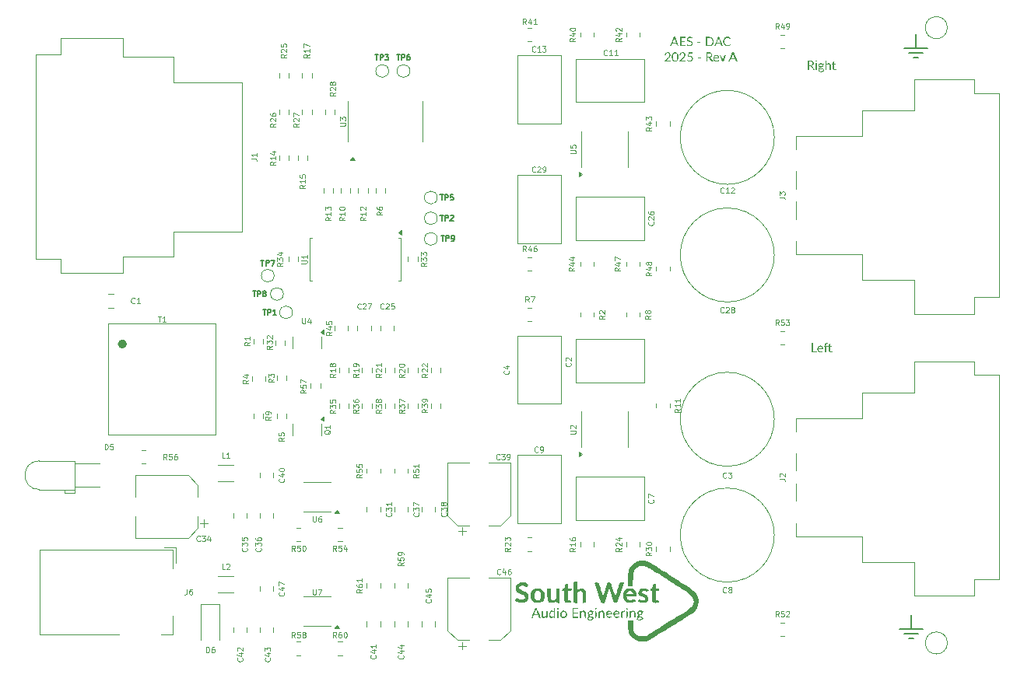
<source format=gbr>
%TF.GenerationSoftware,KiCad,Pcbnew,8.0.2*%
%TF.CreationDate,2025-04-13T16:48:02+02:00*%
%TF.ProjectId,AES-DAC,4145532d-4441-4432-9e6b-696361645f70,rev?*%
%TF.SameCoordinates,Original*%
%TF.FileFunction,Legend,Top*%
%TF.FilePolarity,Positive*%
%FSLAX46Y46*%
G04 Gerber Fmt 4.6, Leading zero omitted, Abs format (unit mm)*
G04 Created by KiCad (PCBNEW 8.0.2) date 2025-04-13 16:48:02*
%MOMM*%
%LPD*%
G01*
G04 APERTURE LIST*
%ADD10C,0.150000*%
%ADD11C,0.100000*%
%ADD12C,0.120000*%
%ADD13C,0.000000*%
%ADD14C,0.474264*%
G04 APERTURE END LIST*
D10*
X111750000Y-26500000D02*
X112250000Y-26500000D01*
X110750000Y-25500000D02*
X113250000Y-25500000D01*
X111250000Y-89750000D02*
X111750000Y-89750000D01*
X111500000Y-87250000D02*
X111500000Y-88750000D01*
X112000000Y-24000000D02*
X112000000Y-25500000D01*
X110750000Y-89250000D02*
X112250000Y-89250000D01*
X111250000Y-26000000D02*
X112750000Y-26000000D01*
X110250000Y-88750000D02*
X112750000Y-88750000D01*
G36*
X100614035Y-26831088D02*
G01*
X100666728Y-26836297D01*
X100718796Y-26846325D01*
X100727599Y-26848632D01*
X100776406Y-26865324D01*
X100821605Y-26888834D01*
X100842637Y-26903831D01*
X100877853Y-26938312D01*
X100905520Y-26981585D01*
X100909804Y-26991025D01*
X100924664Y-27037982D01*
X100931202Y-27089520D01*
X100931542Y-27105087D01*
X100927329Y-27156133D01*
X100914689Y-27203761D01*
X100892509Y-27249738D01*
X100865840Y-27286071D01*
X100830303Y-27319776D01*
X100787683Y-27348108D01*
X100741898Y-27369414D01*
X100694227Y-27384361D01*
X100683391Y-27386943D01*
X100720947Y-27419786D01*
X100728332Y-27429930D01*
X101022400Y-27830000D01*
X100901500Y-27830000D01*
X100855186Y-27812409D01*
X100846545Y-27801179D01*
X100584961Y-27439699D01*
X100559071Y-27415519D01*
X100516573Y-27407948D01*
X100413259Y-27407948D01*
X100413259Y-27830000D01*
X100277459Y-27830000D01*
X100277459Y-27314159D01*
X100413259Y-27314159D01*
X100556629Y-27314159D01*
X100605729Y-27311447D01*
X100655433Y-27301708D01*
X100661165Y-27299993D01*
X100707559Y-27280346D01*
X100737125Y-27259937D01*
X100770674Y-27221323D01*
X100783042Y-27197655D01*
X100796476Y-27149608D01*
X100798674Y-27118032D01*
X100792902Y-27066760D01*
X100773219Y-27020278D01*
X100739567Y-26984187D01*
X100696853Y-26960359D01*
X100648540Y-26946459D01*
X100597745Y-26940105D01*
X100562247Y-26939002D01*
X100413259Y-26939002D01*
X100413259Y-27314159D01*
X100277459Y-27314159D01*
X100277459Y-26829581D01*
X100562247Y-26829581D01*
X100614035Y-26831088D01*
G37*
G36*
X101246859Y-27126580D02*
G01*
X101246859Y-27830000D01*
X101121563Y-27830000D01*
X101121563Y-27126580D01*
X101246859Y-27126580D01*
G37*
G36*
X101273482Y-26885024D02*
G01*
X101265910Y-26917997D01*
X101246371Y-26945108D01*
X101217550Y-26963670D01*
X101182623Y-26970265D01*
X101148674Y-26963670D01*
X101120830Y-26945108D01*
X101101779Y-26917997D01*
X101094696Y-26885024D01*
X101101779Y-26851563D01*
X101120830Y-26823719D01*
X101148674Y-26805157D01*
X101182623Y-26798318D01*
X101217550Y-26805157D01*
X101246371Y-26823719D01*
X101265910Y-26851563D01*
X101273482Y-26885024D01*
G37*
G36*
X101749150Y-27114349D02*
G01*
X101785415Y-27121695D01*
X101832718Y-27138945D01*
X101858443Y-27152958D01*
X102051884Y-27152958D01*
X102051884Y-27200586D01*
X102022575Y-27230872D01*
X101941486Y-27241618D01*
X101959438Y-27289002D01*
X101965398Y-27337860D01*
X101965422Y-27341270D01*
X101959769Y-27392178D01*
X101945394Y-27432861D01*
X101918071Y-27475588D01*
X101890195Y-27503691D01*
X101848828Y-27530972D01*
X101805687Y-27548632D01*
X101757784Y-27559852D01*
X101706125Y-27564202D01*
X101698953Y-27564263D01*
X101647408Y-27560541D01*
X101604675Y-27551074D01*
X101570237Y-27580628D01*
X101558269Y-27612135D01*
X101579030Y-27649993D01*
X101625272Y-27666796D01*
X101633496Y-27668311D01*
X101684343Y-27673159D01*
X101710432Y-27673684D01*
X101759763Y-27673684D01*
X101799092Y-27673684D01*
X101849505Y-27676157D01*
X101887753Y-27681500D01*
X101935731Y-27694397D01*
X101964689Y-27707390D01*
X102005136Y-27738370D01*
X102019399Y-27756727D01*
X102037241Y-27803152D01*
X102040160Y-27838060D01*
X102033681Y-27886539D01*
X102017201Y-27927941D01*
X101989235Y-27969035D01*
X101953923Y-28003235D01*
X101951256Y-28005366D01*
X101910116Y-28032454D01*
X101865217Y-28052919D01*
X101846231Y-28059588D01*
X101797322Y-28072090D01*
X101748626Y-28078481D01*
X101706036Y-28080104D01*
X101654640Y-28078257D01*
X101603904Y-28072029D01*
X101569504Y-28064473D01*
X101522167Y-28048738D01*
X101477226Y-28025718D01*
X101472295Y-28022463D01*
X101434986Y-27990160D01*
X101414410Y-27961402D01*
X101397395Y-27914729D01*
X101395115Y-27889106D01*
X101397733Y-27873475D01*
X101504780Y-27873475D01*
X101516992Y-27917927D01*
X101553045Y-27952649D01*
X101554605Y-27953586D01*
X101599989Y-27972729D01*
X101618353Y-27977522D01*
X101668711Y-27984864D01*
X101708723Y-27986315D01*
X101759477Y-27983627D01*
X101799337Y-27976789D01*
X101846761Y-27960816D01*
X101867236Y-27949678D01*
X101903775Y-27916984D01*
X101909734Y-27908157D01*
X101924502Y-27860361D01*
X101924633Y-27854912D01*
X101909734Y-27811437D01*
X101870167Y-27785059D01*
X101822215Y-27772984D01*
X101812037Y-27771625D01*
X101762620Y-27767802D01*
X101742184Y-27767473D01*
X101693252Y-27767473D01*
X101667201Y-27767473D01*
X101616417Y-27765164D01*
X101594173Y-27762588D01*
X101550438Y-27789112D01*
X101529693Y-27808506D01*
X101506750Y-27853227D01*
X101504780Y-27873475D01*
X101397733Y-27873475D01*
X101403358Y-27839891D01*
X101428088Y-27798736D01*
X101467227Y-27765397D01*
X101511593Y-27742437D01*
X101518702Y-27739630D01*
X101477223Y-27712594D01*
X101468388Y-27702993D01*
X101450713Y-27657430D01*
X101449825Y-27641200D01*
X101455443Y-27609937D01*
X101472540Y-27577941D01*
X101501116Y-27547411D01*
X101540683Y-27522009D01*
X101498963Y-27493191D01*
X101464119Y-27454326D01*
X101458374Y-27445561D01*
X101438171Y-27400775D01*
X101429282Y-27350192D01*
X101428900Y-27337362D01*
X101543370Y-27337362D01*
X101551795Y-27386473D01*
X101553628Y-27391095D01*
X101582214Y-27432228D01*
X101583426Y-27433349D01*
X101626706Y-27458804D01*
X101632030Y-27460704D01*
X101680482Y-27469863D01*
X101698953Y-27470474D01*
X101748705Y-27465427D01*
X101765631Y-27460704D01*
X101809148Y-27437623D01*
X101814235Y-27433349D01*
X101843168Y-27392615D01*
X101843789Y-27391095D01*
X101853473Y-27342814D01*
X101853559Y-27337362D01*
X101845938Y-27288916D01*
X101818568Y-27245227D01*
X101813747Y-27240642D01*
X101768817Y-27214871D01*
X101717202Y-27205299D01*
X101698953Y-27204738D01*
X101647067Y-27209787D01*
X101599382Y-27228440D01*
X101583182Y-27240642D01*
X101553323Y-27282773D01*
X101543409Y-27333585D01*
X101543370Y-27337362D01*
X101428900Y-27337362D01*
X101428820Y-27334675D01*
X101434473Y-27283317D01*
X101448848Y-27242351D01*
X101476403Y-27199581D01*
X101504780Y-27171765D01*
X101546788Y-27144484D01*
X101590265Y-27126824D01*
X101638840Y-27115429D01*
X101687954Y-27111088D01*
X101698953Y-27110949D01*
X101749150Y-27114349D01*
G37*
G36*
X102304431Y-27216217D02*
G01*
X102343153Y-27180348D01*
X102385100Y-27150928D01*
X102405547Y-27139525D01*
X102453534Y-27121023D01*
X102502696Y-27112316D01*
X102533531Y-27110949D01*
X102585373Y-27115188D01*
X102633809Y-27129057D01*
X102636601Y-27130244D01*
X102679886Y-27155104D01*
X102711095Y-27184710D01*
X102738879Y-27226215D01*
X102756524Y-27269706D01*
X102767744Y-27318497D01*
X102772019Y-27368198D01*
X102772156Y-27379371D01*
X102772156Y-27830000D01*
X102646127Y-27830000D01*
X102646127Y-27375219D01*
X102641769Y-27323910D01*
X102625381Y-27274286D01*
X102609246Y-27249678D01*
X102569636Y-27218957D01*
X102519711Y-27205835D01*
X102497138Y-27204738D01*
X102446595Y-27210909D01*
X102399379Y-27229424D01*
X102393335Y-27232826D01*
X102352636Y-27261022D01*
X102314742Y-27296886D01*
X102304431Y-27308541D01*
X102304431Y-27830000D01*
X102178402Y-27830000D01*
X102178402Y-26798318D01*
X102304431Y-26798318D01*
X102304431Y-27216217D01*
G37*
G36*
X103168074Y-27845631D02*
G01*
X103119072Y-27841099D01*
X103070346Y-27823697D01*
X103038136Y-27799225D01*
X103010602Y-27758684D01*
X102996526Y-27711445D01*
X102992951Y-27665624D01*
X102992951Y-27236001D01*
X102906978Y-27236001D01*
X102887927Y-27229162D01*
X102880356Y-27207913D01*
X102880356Y-27156622D01*
X102997104Y-27141967D01*
X103025924Y-26923614D01*
X103035450Y-26906517D01*
X103054745Y-26899923D01*
X103118004Y-26899923D01*
X103118004Y-27142212D01*
X103324145Y-27142212D01*
X103324145Y-27236001D01*
X103118004Y-27236001D01*
X103118004Y-27663182D01*
X103127365Y-27712389D01*
X103139741Y-27730104D01*
X103185704Y-27751311D01*
X103196162Y-27751842D01*
X103230356Y-27746713D01*
X103255268Y-27734989D01*
X103273098Y-27723510D01*
X103286287Y-27718136D01*
X103303873Y-27729616D01*
X103340265Y-27787501D01*
X103297158Y-27815562D01*
X103262107Y-27830000D01*
X103212821Y-27842196D01*
X103168074Y-27845631D01*
G37*
G36*
X101271773Y-58470579D02*
G01*
X101271773Y-58580000D01*
X100700000Y-58580000D01*
X100700000Y-57579581D01*
X100835800Y-57579581D01*
X100835800Y-58470579D01*
X101271773Y-58470579D01*
G37*
G36*
X101680010Y-57864576D02*
G01*
X101730793Y-57876598D01*
X101748047Y-57882930D01*
X101793020Y-57905691D01*
X101832196Y-57935931D01*
X101842324Y-57945945D01*
X101873840Y-57985756D01*
X101897161Y-58029337D01*
X101904606Y-58047794D01*
X101918448Y-58095593D01*
X101925901Y-58148132D01*
X101927321Y-58185792D01*
X101920970Y-58226092D01*
X101897035Y-58236106D01*
X101420761Y-58236106D01*
X101424885Y-58287776D01*
X101434556Y-58336930D01*
X101439324Y-58352854D01*
X101459168Y-58398344D01*
X101485485Y-58435652D01*
X101524541Y-58469242D01*
X101555827Y-58485478D01*
X101604806Y-58498710D01*
X101647174Y-58501842D01*
X101696110Y-58498441D01*
X101728507Y-58491095D01*
X101774303Y-58473784D01*
X101787125Y-58467648D01*
X101828402Y-58444445D01*
X101856979Y-58433454D01*
X101880670Y-58444933D01*
X101915841Y-58489385D01*
X101879550Y-58523431D01*
X101860154Y-58536769D01*
X101815840Y-58560005D01*
X101791033Y-58569741D01*
X101743883Y-58583346D01*
X101714585Y-58589036D01*
X101665718Y-58594704D01*
X101636672Y-58595631D01*
X101587317Y-58592687D01*
X101536570Y-58582761D01*
X101500629Y-58570718D01*
X101456287Y-58548622D01*
X101413599Y-58517397D01*
X101392917Y-58497445D01*
X101361662Y-58457981D01*
X101336039Y-58412128D01*
X101322087Y-58378011D01*
X101307764Y-58326636D01*
X101299903Y-58275574D01*
X101297028Y-58226070D01*
X101296930Y-58214612D01*
X101299614Y-58164413D01*
X101300738Y-58157948D01*
X101424913Y-58157948D01*
X101814725Y-58157948D01*
X101810333Y-58107336D01*
X101802268Y-58075882D01*
X101781296Y-58031253D01*
X101766365Y-58011402D01*
X101727234Y-57978865D01*
X101708968Y-57969637D01*
X101660837Y-57956498D01*
X101632520Y-57954738D01*
X101579864Y-57960009D01*
X101530429Y-57977984D01*
X101489882Y-58008715D01*
X101458623Y-58050592D01*
X101438320Y-58097228D01*
X101426655Y-58146174D01*
X101424913Y-58157948D01*
X101300738Y-58157948D01*
X101308664Y-58112349D01*
X101319645Y-58075150D01*
X101339680Y-58028896D01*
X101367742Y-57984369D01*
X101385590Y-57962798D01*
X101423621Y-57927487D01*
X101467859Y-57898947D01*
X101490370Y-57888060D01*
X101538914Y-57871539D01*
X101587274Y-57863093D01*
X101629589Y-57860949D01*
X101680010Y-57864576D01*
G37*
G36*
X102696930Y-57986001D02*
G01*
X102696930Y-58413182D01*
X102706292Y-58462389D01*
X102718668Y-58480104D01*
X102764108Y-58501311D01*
X102774355Y-58501842D01*
X102809037Y-58496468D01*
X102833950Y-58484989D01*
X102851536Y-58473265D01*
X102864236Y-58467892D01*
X102874495Y-58470823D01*
X102882555Y-58479860D01*
X102919191Y-58534326D01*
X102878593Y-58562611D01*
X102841033Y-58579267D01*
X102791540Y-58592035D01*
X102746267Y-58595631D01*
X102693203Y-58590148D01*
X102645650Y-58571658D01*
X102617063Y-58549225D01*
X102589379Y-58508684D01*
X102575227Y-58461445D01*
X102571633Y-58415624D01*
X102571633Y-57986001D01*
X102241906Y-57986001D01*
X102241906Y-58580000D01*
X102115876Y-58580000D01*
X102115876Y-57990642D01*
X102037230Y-57980872D01*
X102012806Y-57969392D01*
X102003280Y-57946678D01*
X102003280Y-57892212D01*
X102115876Y-57892212D01*
X102115876Y-57822358D01*
X102119149Y-57770907D01*
X102129918Y-57721591D01*
X102132973Y-57712449D01*
X102153978Y-57668119D01*
X102182310Y-57631360D01*
X102222401Y-57599092D01*
X102259247Y-57581046D01*
X102307179Y-57568224D01*
X102357107Y-57563966D01*
X102360608Y-57563949D01*
X102411990Y-57568431D01*
X102448535Y-57578115D01*
X102445848Y-57638199D01*
X102427042Y-57656517D01*
X102381124Y-57657739D01*
X102332368Y-57663543D01*
X102322261Y-57666531D01*
X102279242Y-57692220D01*
X102276832Y-57694619D01*
X102251182Y-57736460D01*
X102247767Y-57746154D01*
X102238721Y-57794350D01*
X102237509Y-57824801D01*
X102237509Y-57892212D01*
X102576030Y-57892212D01*
X102604118Y-57664822D01*
X102614132Y-57647236D01*
X102633671Y-57640397D01*
X102696930Y-57640397D01*
X102696930Y-57892212D01*
X102902338Y-57892212D01*
X102902338Y-57986001D01*
X102696930Y-57986001D01*
G37*
G36*
X86226936Y-25250000D02*
G01*
X86121423Y-25250000D01*
X86091870Y-25240718D01*
X86075017Y-25217027D01*
X85980739Y-24968632D01*
X85528402Y-24968632D01*
X85434124Y-25217027D01*
X85418004Y-25239986D01*
X85388451Y-25250000D01*
X85282938Y-25250000D01*
X85434155Y-24874842D01*
X85566504Y-24874842D01*
X85942882Y-24874842D01*
X85784612Y-24473796D01*
X85769714Y-24432274D01*
X85755946Y-24385062D01*
X85755059Y-24381716D01*
X85740984Y-24429844D01*
X85724773Y-24474528D01*
X85566504Y-24874842D01*
X85434155Y-24874842D01*
X85686183Y-24249581D01*
X85823936Y-24249581D01*
X86226936Y-25250000D01*
G37*
G36*
X86977006Y-25140579D02*
G01*
X86976273Y-25250000D01*
X86355164Y-25250000D01*
X86355164Y-24249581D01*
X86976273Y-24249581D01*
X86976273Y-24359002D01*
X86491695Y-24359002D01*
X86491695Y-24687264D01*
X86884194Y-24687264D01*
X86884194Y-24796685D01*
X86491695Y-24796685D01*
X86491695Y-25140579D01*
X86977006Y-25140579D01*
G37*
G36*
X87678716Y-24399546D02*
G01*
X87665038Y-24415422D01*
X87646964Y-24420795D01*
X87618876Y-24408827D01*
X87578332Y-24382205D01*
X87532429Y-24360165D01*
X87519958Y-24355582D01*
X87471796Y-24345087D01*
X87437404Y-24343370D01*
X87386955Y-24347761D01*
X87356804Y-24355826D01*
X87312626Y-24378050D01*
X87298430Y-24389288D01*
X87267906Y-24428816D01*
X87263014Y-24439357D01*
X87251467Y-24488858D01*
X87251046Y-24501151D01*
X87259987Y-24550508D01*
X87271807Y-24571493D01*
X87306587Y-24605968D01*
X87326518Y-24619120D01*
X87370309Y-24640805D01*
X87403943Y-24653558D01*
X87450617Y-24669214D01*
X87492603Y-24683600D01*
X87540251Y-24701312D01*
X87581263Y-24718771D01*
X87624645Y-24742237D01*
X87658688Y-24767864D01*
X87692906Y-24805439D01*
X87713642Y-24840648D01*
X87729213Y-24888642D01*
X87734322Y-24938851D01*
X87734403Y-24946650D01*
X87730654Y-24999297D01*
X87719408Y-25049284D01*
X87711689Y-25071458D01*
X87690005Y-25116388D01*
X87661469Y-25156319D01*
X87645987Y-25173063D01*
X87607597Y-25205007D01*
X87562677Y-25230985D01*
X87539742Y-25240963D01*
X87490191Y-25255995D01*
X87440424Y-25263680D01*
X87396615Y-25265631D01*
X87342678Y-25262907D01*
X87291600Y-25254735D01*
X87243382Y-25241114D01*
X87217829Y-25231193D01*
X87170026Y-25207308D01*
X87126754Y-25178700D01*
X87088013Y-25145369D01*
X87080809Y-25138136D01*
X87120132Y-25072679D01*
X87133810Y-25059490D01*
X87151884Y-25054117D01*
X87172400Y-25061688D01*
X87198779Y-25080495D01*
X87232728Y-25105163D01*
X87275959Y-25130076D01*
X87323564Y-25146933D01*
X87331158Y-25148883D01*
X87379659Y-25155631D01*
X87400767Y-25156210D01*
X87452047Y-25151960D01*
X87487229Y-25142777D01*
X87532189Y-25120412D01*
X87551709Y-25104919D01*
X87583193Y-25064888D01*
X87592010Y-25046545D01*
X87604502Y-24998620D01*
X87606176Y-24970830D01*
X87598857Y-24922158D01*
X87585415Y-24895603D01*
X87550856Y-24859805D01*
X87530949Y-24846510D01*
X87484905Y-24824166D01*
X87453524Y-24813049D01*
X87406849Y-24798119D01*
X87364864Y-24784717D01*
X87317459Y-24767906D01*
X87276204Y-24751011D01*
X87232768Y-24727599D01*
X87199023Y-24701674D01*
X87165200Y-24662536D01*
X87144557Y-24625471D01*
X87129655Y-24577929D01*
X87124120Y-24529086D01*
X87123796Y-24512630D01*
X87128358Y-24463060D01*
X87142043Y-24415100D01*
X87144557Y-24408827D01*
X87168152Y-24364180D01*
X87200012Y-24324578D01*
X87204885Y-24319678D01*
X87243179Y-24288523D01*
X87288393Y-24263445D01*
X87302582Y-24257397D01*
X87352634Y-24242215D01*
X87403845Y-24235071D01*
X87435938Y-24233949D01*
X87487253Y-24236478D01*
X87535563Y-24244062D01*
X87585232Y-24258246D01*
X87589567Y-24259839D01*
X87635293Y-24280212D01*
X87677094Y-24306069D01*
X87711689Y-24334333D01*
X87678716Y-24399546D01*
G37*
G36*
X88239009Y-24781053D02*
G01*
X88586566Y-24781053D01*
X88586566Y-24890474D01*
X88239009Y-24890474D01*
X88239009Y-24781053D01*
G37*
G36*
X89587855Y-24251825D02*
G01*
X89639803Y-24258557D01*
X89689338Y-24269777D01*
X89736462Y-24285484D01*
X89786013Y-24308076D01*
X89831353Y-24335459D01*
X89872481Y-24367633D01*
X89893510Y-24387578D01*
X89927992Y-24426740D01*
X89957798Y-24470036D01*
X89982929Y-24517466D01*
X89994871Y-24545603D01*
X90010579Y-24592910D01*
X90021798Y-24642751D01*
X90028530Y-24695126D01*
X90030774Y-24750034D01*
X90028530Y-24805050D01*
X90021798Y-24857501D01*
X90010579Y-24907388D01*
X89994871Y-24954710D01*
X89972337Y-25004418D01*
X89945128Y-25049953D01*
X89913244Y-25091315D01*
X89893510Y-25112491D01*
X89854722Y-25147091D01*
X89811722Y-25176977D01*
X89764510Y-25202148D01*
X89736462Y-25214096D01*
X89689338Y-25229804D01*
X89639803Y-25241024D01*
X89587855Y-25247756D01*
X89533496Y-25250000D01*
X89157118Y-25250000D01*
X89157118Y-25140579D01*
X89293649Y-25140579D01*
X89533496Y-25140579D01*
X89582955Y-25138003D01*
X89633834Y-25129219D01*
X89681019Y-25114200D01*
X89727879Y-25090971D01*
X89769175Y-25061215D01*
X89793615Y-25037752D01*
X89825580Y-24997040D01*
X89849571Y-24954169D01*
X89865422Y-24915143D01*
X89878817Y-24867744D01*
X89887251Y-24816530D01*
X89890600Y-24767173D01*
X89890823Y-24750034D01*
X89888814Y-24699785D01*
X89881868Y-24647578D01*
X89869961Y-24599188D01*
X89865422Y-24585415D01*
X89845587Y-24538031D01*
X89820672Y-24495957D01*
X89793615Y-24462316D01*
X89756028Y-24427947D01*
X89712877Y-24400309D01*
X89681019Y-24385624D01*
X89633834Y-24370467D01*
X89582955Y-24361601D01*
X89533496Y-24359002D01*
X89293649Y-24359002D01*
X89293649Y-25140579D01*
X89157118Y-25140579D01*
X89157118Y-24249581D01*
X89533496Y-24249581D01*
X89587855Y-24251825D01*
G37*
G36*
X91013119Y-25250000D02*
G01*
X90907606Y-25250000D01*
X90878053Y-25240718D01*
X90861200Y-25217027D01*
X90766922Y-24968632D01*
X90314585Y-24968632D01*
X90220307Y-25217027D01*
X90204187Y-25239986D01*
X90174633Y-25250000D01*
X90069120Y-25250000D01*
X90220337Y-24874842D01*
X90352686Y-24874842D01*
X90729065Y-24874842D01*
X90570795Y-24473796D01*
X90555896Y-24432274D01*
X90542129Y-24385062D01*
X90541242Y-24381716D01*
X90527167Y-24429844D01*
X90510956Y-24474528D01*
X90352686Y-24874842D01*
X90220337Y-24874842D01*
X90472365Y-24249581D01*
X90610118Y-24249581D01*
X91013119Y-25250000D01*
G37*
G36*
X91822540Y-25054361D02*
G01*
X91842324Y-25063642D01*
X91896545Y-25122016D01*
X91859563Y-25157833D01*
X91818407Y-25188898D01*
X91773078Y-25215209D01*
X91746092Y-25227773D01*
X91699701Y-25244336D01*
X91648700Y-25256167D01*
X91593089Y-25263265D01*
X91540648Y-25265594D01*
X91532868Y-25265631D01*
X91479882Y-25263280D01*
X91429370Y-25256228D01*
X91381330Y-25244474D01*
X91335764Y-25228018D01*
X91287960Y-25204346D01*
X91244290Y-25175922D01*
X91204755Y-25142746D01*
X91184578Y-25122260D01*
X91151628Y-25081922D01*
X91123123Y-25037295D01*
X91099061Y-24988379D01*
X91087613Y-24959351D01*
X91072546Y-24910639D01*
X91061784Y-24859516D01*
X91055327Y-24805981D01*
X91053209Y-24757160D01*
X91053175Y-24750034D01*
X91054881Y-24701044D01*
X91061010Y-24647288D01*
X91071597Y-24595913D01*
X91086640Y-24546919D01*
X91088834Y-24540963D01*
X91108603Y-24495136D01*
X91135185Y-24447596D01*
X91166365Y-24404307D01*
X91189707Y-24377808D01*
X91228398Y-24341774D01*
X91271108Y-24310609D01*
X91317837Y-24284312D01*
X91345534Y-24271807D01*
X91392138Y-24255244D01*
X91441094Y-24243414D01*
X91492400Y-24236315D01*
X91546057Y-24233949D01*
X91598325Y-24236239D01*
X91647418Y-24243108D01*
X91698852Y-24256310D01*
X91736078Y-24270586D01*
X91780812Y-24293143D01*
X91822417Y-24319873D01*
X91860891Y-24350777D01*
X91880914Y-24369748D01*
X91835973Y-24432030D01*
X91824982Y-24443754D01*
X91807153Y-24448150D01*
X91776134Y-24434473D01*
X91733705Y-24406832D01*
X91728262Y-24403698D01*
X91683162Y-24382731D01*
X91654501Y-24372923D01*
X91605164Y-24362482D01*
X91553579Y-24359056D01*
X91545568Y-24359002D01*
X91493422Y-24362205D01*
X91444451Y-24371816D01*
X91402686Y-24386113D01*
X91356650Y-24409880D01*
X91315629Y-24440518D01*
X91291067Y-24464759D01*
X91258965Y-24506604D01*
X91234606Y-24550575D01*
X91218283Y-24590544D01*
X91204630Y-24638658D01*
X91196034Y-24690493D01*
X91192621Y-24740325D01*
X91192393Y-24757606D01*
X91194538Y-24809171D01*
X91201951Y-24862704D01*
X91214659Y-24912278D01*
X91219504Y-24926378D01*
X91240452Y-24974544D01*
X91266017Y-25017284D01*
X91293266Y-25051430D01*
X91330772Y-25086315D01*
X91372950Y-25114399D01*
X91403663Y-25129344D01*
X91452882Y-25145715D01*
X91504917Y-25154531D01*
X91541172Y-25156210D01*
X91591643Y-25154402D01*
X91622505Y-25151081D01*
X91671566Y-25140329D01*
X91689183Y-25134473D01*
X91734585Y-25113340D01*
X91746336Y-25106140D01*
X91785629Y-25076419D01*
X91798604Y-25064863D01*
X91822540Y-25054361D01*
G37*
G36*
X85302477Y-26804947D02*
G01*
X85334717Y-26817648D01*
X85346685Y-26850132D01*
X85346685Y-26930000D01*
X84674284Y-26930000D01*
X84674284Y-26887257D01*
X84679902Y-26860146D01*
X84697487Y-26834256D01*
X85020376Y-26511612D01*
X85056372Y-26474299D01*
X85091337Y-26436037D01*
X85093405Y-26433698D01*
X85125872Y-26393855D01*
X85149825Y-26358471D01*
X85173590Y-26313171D01*
X85185485Y-26281779D01*
X85196089Y-26233855D01*
X85198185Y-26198981D01*
X85193191Y-26150358D01*
X85184019Y-26121556D01*
X85157229Y-26078325D01*
X85145673Y-26066845D01*
X85104457Y-26040421D01*
X85088520Y-26034361D01*
X85038472Y-26024239D01*
X85017446Y-26023370D01*
X84967270Y-26028796D01*
X84946371Y-26034849D01*
X84901995Y-26056923D01*
X84888974Y-26066601D01*
X84854967Y-26102898D01*
X84847208Y-26114717D01*
X84827425Y-26159413D01*
X84823272Y-26175778D01*
X84800558Y-26208995D01*
X84760014Y-26213391D01*
X84694556Y-26202156D01*
X84704643Y-26152033D01*
X84721384Y-26102849D01*
X84732903Y-26078569D01*
X84760712Y-26034704D01*
X84794131Y-25997572D01*
X84804710Y-25988199D01*
X84844875Y-25959722D01*
X84889714Y-25937977D01*
X84903384Y-25933000D01*
X84953840Y-25919977D01*
X85003790Y-25914414D01*
X85023796Y-25913949D01*
X85074378Y-25917053D01*
X85125696Y-25927338D01*
X85143231Y-25932756D01*
X85189105Y-25952484D01*
X85231928Y-25980885D01*
X85239707Y-25987466D01*
X85274082Y-26024614D01*
X85300729Y-26068739D01*
X85303698Y-26075150D01*
X85319560Y-26122908D01*
X85326335Y-26172026D01*
X85326901Y-26192142D01*
X85323198Y-26242807D01*
X85311085Y-26292945D01*
X85310048Y-26295945D01*
X85290204Y-26342473D01*
X85264375Y-26386803D01*
X85235424Y-26426903D01*
X85202608Y-26466144D01*
X85197941Y-26471311D01*
X85164141Y-26507402D01*
X85128565Y-26543867D01*
X85118074Y-26554354D01*
X84852093Y-26823510D01*
X84900251Y-26811692D01*
X84909246Y-26810076D01*
X84957999Y-26805027D01*
X84964689Y-26804947D01*
X85302477Y-26804947D01*
G37*
G36*
X85878816Y-25917615D02*
G01*
X85928084Y-25928611D01*
X85970970Y-25944968D01*
X86015150Y-25970161D01*
X86055002Y-26003088D01*
X86087473Y-26039734D01*
X86116258Y-26082844D01*
X86138656Y-26127231D01*
X86157731Y-26176911D01*
X86165143Y-26200690D01*
X86177645Y-26251508D01*
X86186575Y-26306753D01*
X86191459Y-26358723D01*
X86193607Y-26414083D01*
X86193719Y-26430523D01*
X86192352Y-26486744D01*
X86188249Y-26539576D01*
X86181412Y-26589019D01*
X86170250Y-26641375D01*
X86165143Y-26659867D01*
X86149664Y-26706258D01*
X86129112Y-26753448D01*
X86102378Y-26799673D01*
X86087473Y-26820334D01*
X86051558Y-26860015D01*
X86011313Y-26892077D01*
X85970970Y-26914612D01*
X85923696Y-26932272D01*
X85874228Y-26942602D01*
X85827355Y-26945631D01*
X85775395Y-26941966D01*
X85725975Y-26930970D01*
X85683252Y-26914612D01*
X85639598Y-26889477D01*
X85599986Y-26856723D01*
X85567480Y-26820334D01*
X85538849Y-26777377D01*
X85516588Y-26733128D01*
X85497650Y-26683585D01*
X85490300Y-26659867D01*
X85478011Y-26609171D01*
X85469234Y-26554049D01*
X85464434Y-26502185D01*
X85462321Y-26446932D01*
X85462261Y-26437850D01*
X85591660Y-26437850D01*
X85592584Y-26487223D01*
X85595900Y-26539212D01*
X85602514Y-26592044D01*
X85610956Y-26633977D01*
X85625751Y-26684636D01*
X85645380Y-26731736D01*
X85662491Y-26761472D01*
X85695199Y-26800799D01*
X85735056Y-26829497D01*
X85737718Y-26830837D01*
X85784425Y-26847226D01*
X85827355Y-26851842D01*
X85878403Y-26845196D01*
X85916503Y-26830837D01*
X85956926Y-26802993D01*
X85990163Y-26764468D01*
X85992219Y-26761472D01*
X86016594Y-26716983D01*
X86035158Y-26667042D01*
X86044242Y-26633977D01*
X86054418Y-26580821D01*
X86060353Y-26526658D01*
X86063067Y-26473486D01*
X86063538Y-26437850D01*
X86062614Y-26388561D01*
X86059298Y-26336610D01*
X86052684Y-26283748D01*
X86044242Y-26241723D01*
X86029390Y-26190815D01*
X86009566Y-26143640D01*
X85992219Y-26113984D01*
X85959282Y-26074482D01*
X85919180Y-26045715D01*
X85916503Y-26044375D01*
X85870056Y-26027985D01*
X85827355Y-26023370D01*
X85778823Y-26029298D01*
X85737718Y-26044375D01*
X85697540Y-26072280D01*
X85664531Y-26110973D01*
X85662491Y-26113984D01*
X85638432Y-26158396D01*
X85620017Y-26208479D01*
X85610956Y-26241723D01*
X85600780Y-26294984D01*
X85594845Y-26349160D01*
X85592132Y-26402279D01*
X85591660Y-26437850D01*
X85462261Y-26437850D01*
X85462212Y-26430523D01*
X85463556Y-26374195D01*
X85467588Y-26321256D01*
X85474308Y-26271706D01*
X85485280Y-26219228D01*
X85490300Y-26200690D01*
X85505656Y-26154177D01*
X85526071Y-26106850D01*
X85552652Y-26060472D01*
X85567480Y-26039734D01*
X85599986Y-26003088D01*
X85639598Y-25970161D01*
X85683252Y-25944968D01*
X85730363Y-25927308D01*
X85780014Y-25916978D01*
X85827355Y-25913949D01*
X85878816Y-25917615D01*
G37*
G36*
X86926203Y-26804947D02*
G01*
X86958443Y-26817648D01*
X86970411Y-26850132D01*
X86970411Y-26930000D01*
X86298011Y-26930000D01*
X86298011Y-26887257D01*
X86303628Y-26860146D01*
X86321214Y-26834256D01*
X86644103Y-26511612D01*
X86680099Y-26474299D01*
X86715064Y-26436037D01*
X86717131Y-26433698D01*
X86749598Y-26393855D01*
X86773552Y-26358471D01*
X86797317Y-26313171D01*
X86809211Y-26281779D01*
X86819816Y-26233855D01*
X86821912Y-26198981D01*
X86816918Y-26150358D01*
X86807746Y-26121556D01*
X86780955Y-26078325D01*
X86769399Y-26066845D01*
X86728183Y-26040421D01*
X86712247Y-26034361D01*
X86662199Y-26024239D01*
X86641172Y-26023370D01*
X86590996Y-26028796D01*
X86570097Y-26034849D01*
X86525721Y-26056923D01*
X86512700Y-26066601D01*
X86478693Y-26102898D01*
X86470935Y-26114717D01*
X86451151Y-26159413D01*
X86446999Y-26175778D01*
X86424284Y-26208995D01*
X86383740Y-26213391D01*
X86318283Y-26202156D01*
X86328369Y-26152033D01*
X86345110Y-26102849D01*
X86356629Y-26078569D01*
X86384438Y-26034704D01*
X86417858Y-25997572D01*
X86428436Y-25988199D01*
X86468601Y-25959722D01*
X86513441Y-25937977D01*
X86527111Y-25933000D01*
X86577567Y-25919977D01*
X86627517Y-25914414D01*
X86647522Y-25913949D01*
X86698105Y-25917053D01*
X86749422Y-25927338D01*
X86766957Y-25932756D01*
X86812832Y-25952484D01*
X86855654Y-25980885D01*
X86863433Y-25987466D01*
X86897808Y-26024614D01*
X86924455Y-26068739D01*
X86927425Y-26075150D01*
X86943286Y-26122908D01*
X86950061Y-26172026D01*
X86950628Y-26192142D01*
X86946925Y-26242807D01*
X86934812Y-26292945D01*
X86933775Y-26295945D01*
X86913930Y-26342473D01*
X86888101Y-26386803D01*
X86859150Y-26426903D01*
X86826335Y-26466144D01*
X86821667Y-26471311D01*
X86787867Y-26507402D01*
X86752291Y-26543867D01*
X86741800Y-26554354D01*
X86475820Y-26823510D01*
X86523978Y-26811692D01*
X86532972Y-26810076D01*
X86581726Y-26805027D01*
X86588416Y-26804947D01*
X86926203Y-26804947D01*
G37*
G36*
X87298429Y-26321591D02*
G01*
X87351027Y-26311996D01*
X87400680Y-26306384D01*
X87443265Y-26304738D01*
X87495199Y-26307422D01*
X87546982Y-26316472D01*
X87582484Y-26327452D01*
X87628353Y-26348730D01*
X87670267Y-26377955D01*
X87683356Y-26389979D01*
X87715046Y-26427619D01*
X87739162Y-26470869D01*
X87744661Y-26484256D01*
X87758853Y-26533570D01*
X87764915Y-26582711D01*
X87765422Y-26602470D01*
X87762132Y-26654582D01*
X87752261Y-26703115D01*
X87737578Y-26744131D01*
X87713742Y-26789033D01*
X87683997Y-26828852D01*
X87660886Y-26852575D01*
X87621811Y-26883361D01*
X87577859Y-26908308D01*
X87545847Y-26921695D01*
X87494877Y-26936281D01*
X87445499Y-26943738D01*
X87403210Y-26945631D01*
X87354360Y-26942772D01*
X87317969Y-26936594D01*
X87268987Y-26923218D01*
X87241521Y-26912903D01*
X87197247Y-26891560D01*
X87175820Y-26878953D01*
X87136167Y-26850207D01*
X87122575Y-26838408D01*
X87161165Y-26785163D01*
X87194138Y-26766845D01*
X87225889Y-26777592D01*
X87268632Y-26801528D01*
X87313688Y-26820645D01*
X87328227Y-26825464D01*
X87378682Y-26834940D01*
X87409560Y-26836210D01*
X87459630Y-26832058D01*
X87504326Y-26819602D01*
X87548075Y-26796435D01*
X87576866Y-26772219D01*
X87607837Y-26731165D01*
X87623272Y-26698213D01*
X87635850Y-26649576D01*
X87639392Y-26601737D01*
X87635065Y-26552390D01*
X87625715Y-26517962D01*
X87601662Y-26473433D01*
X87584194Y-26453970D01*
X87544256Y-26425672D01*
X87515073Y-26413182D01*
X87466958Y-26401747D01*
X87417864Y-26398527D01*
X87366703Y-26401577D01*
X87338730Y-26405610D01*
X87289314Y-26416745D01*
X87254710Y-26427836D01*
X87175820Y-26405122D01*
X87256908Y-25929581D01*
X87734403Y-25929581D01*
X87734403Y-25981360D01*
X87717794Y-26022882D01*
X87671018Y-26038750D01*
X87661374Y-26039002D01*
X87344836Y-26039002D01*
X87298429Y-26321591D01*
G37*
G36*
X88301046Y-26461053D02*
G01*
X88648604Y-26461053D01*
X88648604Y-26570474D01*
X88301046Y-26570474D01*
X88301046Y-26461053D01*
G37*
G36*
X89555731Y-25931088D02*
G01*
X89608424Y-25936297D01*
X89660492Y-25946325D01*
X89669295Y-25948632D01*
X89718101Y-25965324D01*
X89763301Y-25988834D01*
X89784333Y-26003831D01*
X89819549Y-26038312D01*
X89847216Y-26081585D01*
X89851500Y-26091025D01*
X89866360Y-26137982D01*
X89872898Y-26189520D01*
X89873238Y-26205087D01*
X89869024Y-26256133D01*
X89856385Y-26303761D01*
X89834205Y-26349738D01*
X89807536Y-26386071D01*
X89771999Y-26419776D01*
X89729379Y-26448108D01*
X89683594Y-26469414D01*
X89635922Y-26484361D01*
X89625087Y-26486943D01*
X89662643Y-26519786D01*
X89670028Y-26529930D01*
X89964096Y-26930000D01*
X89843196Y-26930000D01*
X89796881Y-26912409D01*
X89788241Y-26901179D01*
X89526657Y-26539699D01*
X89500767Y-26515519D01*
X89458269Y-26507948D01*
X89354954Y-26507948D01*
X89354954Y-26930000D01*
X89219155Y-26930000D01*
X89219155Y-26414159D01*
X89354954Y-26414159D01*
X89498325Y-26414159D01*
X89547425Y-26411447D01*
X89597129Y-26401708D01*
X89602861Y-26399993D01*
X89649254Y-26380346D01*
X89678820Y-26359937D01*
X89712370Y-26321323D01*
X89724738Y-26297655D01*
X89738171Y-26249608D01*
X89740369Y-26218032D01*
X89734597Y-26166760D01*
X89714914Y-26120278D01*
X89681263Y-26084187D01*
X89638549Y-26060359D01*
X89590236Y-26046459D01*
X89539441Y-26040105D01*
X89503942Y-26039002D01*
X89354954Y-26039002D01*
X89354954Y-26414159D01*
X89219155Y-26414159D01*
X89219155Y-25929581D01*
X89503942Y-25929581D01*
X89555731Y-25931088D01*
G37*
G36*
X90363296Y-26214576D02*
G01*
X90414079Y-26226598D01*
X90431332Y-26232930D01*
X90476306Y-26255691D01*
X90515482Y-26285931D01*
X90525610Y-26295945D01*
X90557126Y-26335756D01*
X90580447Y-26379337D01*
X90587892Y-26397794D01*
X90601734Y-26445593D01*
X90609187Y-26498132D01*
X90610607Y-26535792D01*
X90604256Y-26576092D01*
X90580321Y-26586106D01*
X90104047Y-26586106D01*
X90108171Y-26637776D01*
X90117842Y-26686930D01*
X90122610Y-26702854D01*
X90142454Y-26748344D01*
X90168771Y-26785652D01*
X90207827Y-26819242D01*
X90239113Y-26835478D01*
X90288092Y-26848710D01*
X90330460Y-26851842D01*
X90379396Y-26848441D01*
X90411793Y-26841095D01*
X90457589Y-26823784D01*
X90470411Y-26817648D01*
X90511688Y-26794445D01*
X90540265Y-26783454D01*
X90563956Y-26794933D01*
X90599127Y-26839385D01*
X90562836Y-26873431D01*
X90543440Y-26886769D01*
X90499126Y-26910005D01*
X90474319Y-26919741D01*
X90427169Y-26933346D01*
X90397871Y-26939036D01*
X90349004Y-26944704D01*
X90319958Y-26945631D01*
X90270603Y-26942687D01*
X90219856Y-26932761D01*
X90183914Y-26920718D01*
X90139573Y-26898622D01*
X90096885Y-26867397D01*
X90076203Y-26847445D01*
X90044948Y-26807981D01*
X90019325Y-26762128D01*
X90005373Y-26728011D01*
X89991050Y-26676636D01*
X89983189Y-26625574D01*
X89980314Y-26576070D01*
X89980216Y-26564612D01*
X89982900Y-26514413D01*
X89984024Y-26507948D01*
X90108199Y-26507948D01*
X90498011Y-26507948D01*
X90493619Y-26457336D01*
X90485554Y-26425882D01*
X90464582Y-26381253D01*
X90449651Y-26361402D01*
X90410520Y-26328865D01*
X90392254Y-26319637D01*
X90344123Y-26306498D01*
X90315806Y-26304738D01*
X90263150Y-26310009D01*
X90213714Y-26327984D01*
X90173168Y-26358715D01*
X90141909Y-26400592D01*
X90121606Y-26447228D01*
X90109941Y-26496174D01*
X90108199Y-26507948D01*
X89984024Y-26507948D01*
X89991950Y-26462349D01*
X90002931Y-26425150D01*
X90022966Y-26378896D01*
X90051028Y-26334369D01*
X90068876Y-26312798D01*
X90106907Y-26277487D01*
X90151145Y-26248947D01*
X90173656Y-26238060D01*
X90222200Y-26221539D01*
X90270560Y-26213093D01*
X90312875Y-26210949D01*
X90363296Y-26214576D01*
G37*
G36*
X91354570Y-26226580D02*
G01*
X91063921Y-26930000D01*
X90951570Y-26930000D01*
X90660921Y-26226580D01*
X90763014Y-26226580D01*
X90788171Y-26234396D01*
X90801605Y-26252226D01*
X90982344Y-26706029D01*
X90996441Y-26753041D01*
X90997243Y-26756099D01*
X91009211Y-26804703D01*
X91021179Y-26756099D01*
X91035447Y-26709230D01*
X91036566Y-26706029D01*
X91219504Y-26252226D01*
X91233426Y-26233907D01*
X91256873Y-26226580D01*
X91354570Y-26226580D01*
G37*
G36*
X92592393Y-26930000D02*
G01*
X92486880Y-26930000D01*
X92457327Y-26920718D01*
X92440474Y-26897027D01*
X92346196Y-26648632D01*
X91893859Y-26648632D01*
X91799581Y-26897027D01*
X91783461Y-26919986D01*
X91753907Y-26930000D01*
X91648395Y-26930000D01*
X91799612Y-26554842D01*
X91931961Y-26554842D01*
X92308339Y-26554842D01*
X92150069Y-26153796D01*
X92135171Y-26112274D01*
X92121403Y-26065062D01*
X92120516Y-26061716D01*
X92106441Y-26109844D01*
X92090230Y-26154528D01*
X91931961Y-26554842D01*
X91799612Y-26554842D01*
X92051640Y-25929581D01*
X92189392Y-25929581D01*
X92592393Y-26930000D01*
G37*
D11*
X91400000Y-72215228D02*
X91371428Y-72243800D01*
X91371428Y-72243800D02*
X91285714Y-72272371D01*
X91285714Y-72272371D02*
X91228571Y-72272371D01*
X91228571Y-72272371D02*
X91142857Y-72243800D01*
X91142857Y-72243800D02*
X91085714Y-72186657D01*
X91085714Y-72186657D02*
X91057143Y-72129514D01*
X91057143Y-72129514D02*
X91028571Y-72015228D01*
X91028571Y-72015228D02*
X91028571Y-71929514D01*
X91028571Y-71929514D02*
X91057143Y-71815228D01*
X91057143Y-71815228D02*
X91085714Y-71758085D01*
X91085714Y-71758085D02*
X91142857Y-71700942D01*
X91142857Y-71700942D02*
X91228571Y-71672371D01*
X91228571Y-71672371D02*
X91285714Y-71672371D01*
X91285714Y-71672371D02*
X91371428Y-71700942D01*
X91371428Y-71700942D02*
X91400000Y-71729514D01*
X91600000Y-71672371D02*
X91971428Y-71672371D01*
X91971428Y-71672371D02*
X91771428Y-71900942D01*
X91771428Y-71900942D02*
X91857143Y-71900942D01*
X91857143Y-71900942D02*
X91914286Y-71929514D01*
X91914286Y-71929514D02*
X91942857Y-71958085D01*
X91942857Y-71958085D02*
X91971428Y-72015228D01*
X91971428Y-72015228D02*
X91971428Y-72158085D01*
X91971428Y-72158085D02*
X91942857Y-72215228D01*
X91942857Y-72215228D02*
X91914286Y-72243800D01*
X91914286Y-72243800D02*
X91857143Y-72272371D01*
X91857143Y-72272371D02*
X91685714Y-72272371D01*
X91685714Y-72272371D02*
X91628571Y-72243800D01*
X91628571Y-72243800D02*
X91600000Y-72215228D01*
X46022371Y-26135714D02*
X45736657Y-26335714D01*
X46022371Y-26478571D02*
X45422371Y-26478571D01*
X45422371Y-26478571D02*
X45422371Y-26250000D01*
X45422371Y-26250000D02*
X45450942Y-26192857D01*
X45450942Y-26192857D02*
X45479514Y-26164286D01*
X45479514Y-26164286D02*
X45536657Y-26135714D01*
X45536657Y-26135714D02*
X45622371Y-26135714D01*
X45622371Y-26135714D02*
X45679514Y-26164286D01*
X45679514Y-26164286D02*
X45708085Y-26192857D01*
X45708085Y-26192857D02*
X45736657Y-26250000D01*
X45736657Y-26250000D02*
X45736657Y-26478571D01*
X46022371Y-25564286D02*
X46022371Y-25907143D01*
X46022371Y-25735714D02*
X45422371Y-25735714D01*
X45422371Y-25735714D02*
X45508085Y-25792857D01*
X45508085Y-25792857D02*
X45565228Y-25850000D01*
X45565228Y-25850000D02*
X45593800Y-25907143D01*
X45422371Y-25364285D02*
X45422371Y-24964285D01*
X45422371Y-24964285D02*
X46022371Y-25221428D01*
X78152371Y-54599999D02*
X77866657Y-54799999D01*
X78152371Y-54942856D02*
X77552371Y-54942856D01*
X77552371Y-54942856D02*
X77552371Y-54714285D01*
X77552371Y-54714285D02*
X77580942Y-54657142D01*
X77580942Y-54657142D02*
X77609514Y-54628571D01*
X77609514Y-54628571D02*
X77666657Y-54599999D01*
X77666657Y-54599999D02*
X77752371Y-54599999D01*
X77752371Y-54599999D02*
X77809514Y-54628571D01*
X77809514Y-54628571D02*
X77838085Y-54657142D01*
X77838085Y-54657142D02*
X77866657Y-54714285D01*
X77866657Y-54714285D02*
X77866657Y-54942856D01*
X77609514Y-54371428D02*
X77580942Y-54342856D01*
X77580942Y-54342856D02*
X77552371Y-54285714D01*
X77552371Y-54285714D02*
X77552371Y-54142856D01*
X77552371Y-54142856D02*
X77580942Y-54085714D01*
X77580942Y-54085714D02*
X77609514Y-54057142D01*
X77609514Y-54057142D02*
X77666657Y-54028571D01*
X77666657Y-54028571D02*
X77723800Y-54028571D01*
X77723800Y-54028571D02*
X77809514Y-54057142D01*
X77809514Y-54057142D02*
X78152371Y-54399999D01*
X78152371Y-54399999D02*
X78152371Y-54028571D01*
X91114285Y-54215228D02*
X91085713Y-54243800D01*
X91085713Y-54243800D02*
X90999999Y-54272371D01*
X90999999Y-54272371D02*
X90942856Y-54272371D01*
X90942856Y-54272371D02*
X90857142Y-54243800D01*
X90857142Y-54243800D02*
X90799999Y-54186657D01*
X90799999Y-54186657D02*
X90771428Y-54129514D01*
X90771428Y-54129514D02*
X90742856Y-54015228D01*
X90742856Y-54015228D02*
X90742856Y-53929514D01*
X90742856Y-53929514D02*
X90771428Y-53815228D01*
X90771428Y-53815228D02*
X90799999Y-53758085D01*
X90799999Y-53758085D02*
X90857142Y-53700942D01*
X90857142Y-53700942D02*
X90942856Y-53672371D01*
X90942856Y-53672371D02*
X90999999Y-53672371D01*
X90999999Y-53672371D02*
X91085713Y-53700942D01*
X91085713Y-53700942D02*
X91114285Y-53729514D01*
X91342856Y-53729514D02*
X91371428Y-53700942D01*
X91371428Y-53700942D02*
X91428571Y-53672371D01*
X91428571Y-53672371D02*
X91571428Y-53672371D01*
X91571428Y-53672371D02*
X91628571Y-53700942D01*
X91628571Y-53700942D02*
X91657142Y-53729514D01*
X91657142Y-53729514D02*
X91685713Y-53786657D01*
X91685713Y-53786657D02*
X91685713Y-53843800D01*
X91685713Y-53843800D02*
X91657142Y-53929514D01*
X91657142Y-53929514D02*
X91314285Y-54272371D01*
X91314285Y-54272371D02*
X91685713Y-54272371D01*
X92028571Y-53929514D02*
X91971428Y-53900942D01*
X91971428Y-53900942D02*
X91942857Y-53872371D01*
X91942857Y-53872371D02*
X91914285Y-53815228D01*
X91914285Y-53815228D02*
X91914285Y-53786657D01*
X91914285Y-53786657D02*
X91942857Y-53729514D01*
X91942857Y-53729514D02*
X91971428Y-53700942D01*
X91971428Y-53700942D02*
X92028571Y-53672371D01*
X92028571Y-53672371D02*
X92142857Y-53672371D01*
X92142857Y-53672371D02*
X92200000Y-53700942D01*
X92200000Y-53700942D02*
X92228571Y-53729514D01*
X92228571Y-53729514D02*
X92257142Y-53786657D01*
X92257142Y-53786657D02*
X92257142Y-53815228D01*
X92257142Y-53815228D02*
X92228571Y-53872371D01*
X92228571Y-53872371D02*
X92200000Y-53900942D01*
X92200000Y-53900942D02*
X92142857Y-53929514D01*
X92142857Y-53929514D02*
X92028571Y-53929514D01*
X92028571Y-53929514D02*
X91971428Y-53958085D01*
X91971428Y-53958085D02*
X91942857Y-53986657D01*
X91942857Y-53986657D02*
X91914285Y-54043800D01*
X91914285Y-54043800D02*
X91914285Y-54158085D01*
X91914285Y-54158085D02*
X91942857Y-54215228D01*
X91942857Y-54215228D02*
X91971428Y-54243800D01*
X91971428Y-54243800D02*
X92028571Y-54272371D01*
X92028571Y-54272371D02*
X92142857Y-54272371D01*
X92142857Y-54272371D02*
X92200000Y-54243800D01*
X92200000Y-54243800D02*
X92228571Y-54215228D01*
X92228571Y-54215228D02*
X92257142Y-54158085D01*
X92257142Y-54158085D02*
X92257142Y-54043800D01*
X92257142Y-54043800D02*
X92228571Y-53986657D01*
X92228571Y-53986657D02*
X92200000Y-53958085D01*
X92200000Y-53958085D02*
X92142857Y-53929514D01*
X48872371Y-30285714D02*
X48586657Y-30485714D01*
X48872371Y-30628571D02*
X48272371Y-30628571D01*
X48272371Y-30628571D02*
X48272371Y-30400000D01*
X48272371Y-30400000D02*
X48300942Y-30342857D01*
X48300942Y-30342857D02*
X48329514Y-30314286D01*
X48329514Y-30314286D02*
X48386657Y-30285714D01*
X48386657Y-30285714D02*
X48472371Y-30285714D01*
X48472371Y-30285714D02*
X48529514Y-30314286D01*
X48529514Y-30314286D02*
X48558085Y-30342857D01*
X48558085Y-30342857D02*
X48586657Y-30400000D01*
X48586657Y-30400000D02*
X48586657Y-30628571D01*
X48329514Y-30057143D02*
X48300942Y-30028571D01*
X48300942Y-30028571D02*
X48272371Y-29971429D01*
X48272371Y-29971429D02*
X48272371Y-29828571D01*
X48272371Y-29828571D02*
X48300942Y-29771429D01*
X48300942Y-29771429D02*
X48329514Y-29742857D01*
X48329514Y-29742857D02*
X48386657Y-29714286D01*
X48386657Y-29714286D02*
X48443800Y-29714286D01*
X48443800Y-29714286D02*
X48529514Y-29742857D01*
X48529514Y-29742857D02*
X48872371Y-30085714D01*
X48872371Y-30085714D02*
X48872371Y-29714286D01*
X48529514Y-29371428D02*
X48500942Y-29428571D01*
X48500942Y-29428571D02*
X48472371Y-29457142D01*
X48472371Y-29457142D02*
X48415228Y-29485714D01*
X48415228Y-29485714D02*
X48386657Y-29485714D01*
X48386657Y-29485714D02*
X48329514Y-29457142D01*
X48329514Y-29457142D02*
X48300942Y-29428571D01*
X48300942Y-29428571D02*
X48272371Y-29371428D01*
X48272371Y-29371428D02*
X48272371Y-29257142D01*
X48272371Y-29257142D02*
X48300942Y-29200000D01*
X48300942Y-29200000D02*
X48329514Y-29171428D01*
X48329514Y-29171428D02*
X48386657Y-29142857D01*
X48386657Y-29142857D02*
X48415228Y-29142857D01*
X48415228Y-29142857D02*
X48472371Y-29171428D01*
X48472371Y-29171428D02*
X48500942Y-29200000D01*
X48500942Y-29200000D02*
X48529514Y-29257142D01*
X48529514Y-29257142D02*
X48529514Y-29371428D01*
X48529514Y-29371428D02*
X48558085Y-29428571D01*
X48558085Y-29428571D02*
X48586657Y-29457142D01*
X48586657Y-29457142D02*
X48643800Y-29485714D01*
X48643800Y-29485714D02*
X48758085Y-29485714D01*
X48758085Y-29485714D02*
X48815228Y-29457142D01*
X48815228Y-29457142D02*
X48843800Y-29428571D01*
X48843800Y-29428571D02*
X48872371Y-29371428D01*
X48872371Y-29371428D02*
X48872371Y-29257142D01*
X48872371Y-29257142D02*
X48843800Y-29200000D01*
X48843800Y-29200000D02*
X48815228Y-29171428D01*
X48815228Y-29171428D02*
X48758085Y-29142857D01*
X48758085Y-29142857D02*
X48643800Y-29142857D01*
X48643800Y-29142857D02*
X48586657Y-29171428D01*
X48586657Y-29171428D02*
X48558085Y-29200000D01*
X48558085Y-29200000D02*
X48529514Y-29257142D01*
X34807143Y-91272371D02*
X34807143Y-90672371D01*
X34807143Y-90672371D02*
X34950000Y-90672371D01*
X34950000Y-90672371D02*
X35035714Y-90700942D01*
X35035714Y-90700942D02*
X35092857Y-90758085D01*
X35092857Y-90758085D02*
X35121428Y-90815228D01*
X35121428Y-90815228D02*
X35150000Y-90929514D01*
X35150000Y-90929514D02*
X35150000Y-91015228D01*
X35150000Y-91015228D02*
X35121428Y-91129514D01*
X35121428Y-91129514D02*
X35092857Y-91186657D01*
X35092857Y-91186657D02*
X35035714Y-91243800D01*
X35035714Y-91243800D02*
X34950000Y-91272371D01*
X34950000Y-91272371D02*
X34807143Y-91272371D01*
X35664286Y-90672371D02*
X35550000Y-90672371D01*
X35550000Y-90672371D02*
X35492857Y-90700942D01*
X35492857Y-90700942D02*
X35464286Y-90729514D01*
X35464286Y-90729514D02*
X35407143Y-90815228D01*
X35407143Y-90815228D02*
X35378571Y-90929514D01*
X35378571Y-90929514D02*
X35378571Y-91158085D01*
X35378571Y-91158085D02*
X35407143Y-91215228D01*
X35407143Y-91215228D02*
X35435714Y-91243800D01*
X35435714Y-91243800D02*
X35492857Y-91272371D01*
X35492857Y-91272371D02*
X35607143Y-91272371D01*
X35607143Y-91272371D02*
X35664286Y-91243800D01*
X35664286Y-91243800D02*
X35692857Y-91215228D01*
X35692857Y-91215228D02*
X35721428Y-91158085D01*
X35721428Y-91158085D02*
X35721428Y-91015228D01*
X35721428Y-91015228D02*
X35692857Y-90958085D01*
X35692857Y-90958085D02*
X35664286Y-90929514D01*
X35664286Y-90929514D02*
X35607143Y-90900942D01*
X35607143Y-90900942D02*
X35492857Y-90900942D01*
X35492857Y-90900942D02*
X35435714Y-90929514D01*
X35435714Y-90929514D02*
X35407143Y-90958085D01*
X35407143Y-90958085D02*
X35378571Y-91015228D01*
D10*
X53194397Y-26163605D02*
X53537255Y-26163605D01*
X53365826Y-26763605D02*
X53365826Y-26163605D01*
X53737255Y-26763605D02*
X53737255Y-26163605D01*
X53737255Y-26163605D02*
X53965826Y-26163605D01*
X53965826Y-26163605D02*
X54022969Y-26192176D01*
X54022969Y-26192176D02*
X54051540Y-26220748D01*
X54051540Y-26220748D02*
X54080112Y-26277891D01*
X54080112Y-26277891D02*
X54080112Y-26363605D01*
X54080112Y-26363605D02*
X54051540Y-26420748D01*
X54051540Y-26420748D02*
X54022969Y-26449319D01*
X54022969Y-26449319D02*
X53965826Y-26477891D01*
X53965826Y-26477891D02*
X53737255Y-26477891D01*
X54280112Y-26163605D02*
X54651540Y-26163605D01*
X54651540Y-26163605D02*
X54451540Y-26392176D01*
X54451540Y-26392176D02*
X54537255Y-26392176D01*
X54537255Y-26392176D02*
X54594398Y-26420748D01*
X54594398Y-26420748D02*
X54622969Y-26449319D01*
X54622969Y-26449319D02*
X54651540Y-26506462D01*
X54651540Y-26506462D02*
X54651540Y-26649319D01*
X54651540Y-26649319D02*
X54622969Y-26706462D01*
X54622969Y-26706462D02*
X54594398Y-26735034D01*
X54594398Y-26735034D02*
X54537255Y-26763605D01*
X54537255Y-26763605D02*
X54365826Y-26763605D01*
X54365826Y-26763605D02*
X54308683Y-26735034D01*
X54308683Y-26735034D02*
X54280112Y-26706462D01*
D11*
X74972371Y-24385714D02*
X74686657Y-24585714D01*
X74972371Y-24728571D02*
X74372371Y-24728571D01*
X74372371Y-24728571D02*
X74372371Y-24500000D01*
X74372371Y-24500000D02*
X74400942Y-24442857D01*
X74400942Y-24442857D02*
X74429514Y-24414286D01*
X74429514Y-24414286D02*
X74486657Y-24385714D01*
X74486657Y-24385714D02*
X74572371Y-24385714D01*
X74572371Y-24385714D02*
X74629514Y-24414286D01*
X74629514Y-24414286D02*
X74658085Y-24442857D01*
X74658085Y-24442857D02*
X74686657Y-24500000D01*
X74686657Y-24500000D02*
X74686657Y-24728571D01*
X74572371Y-23871429D02*
X74972371Y-23871429D01*
X74343800Y-24014286D02*
X74772371Y-24157143D01*
X74772371Y-24157143D02*
X74772371Y-23785714D01*
X74372371Y-23442857D02*
X74372371Y-23385714D01*
X74372371Y-23385714D02*
X74400942Y-23328571D01*
X74400942Y-23328571D02*
X74429514Y-23300000D01*
X74429514Y-23300000D02*
X74486657Y-23271428D01*
X74486657Y-23271428D02*
X74600942Y-23242857D01*
X74600942Y-23242857D02*
X74743800Y-23242857D01*
X74743800Y-23242857D02*
X74858085Y-23271428D01*
X74858085Y-23271428D02*
X74915228Y-23300000D01*
X74915228Y-23300000D02*
X74943800Y-23328571D01*
X74943800Y-23328571D02*
X74972371Y-23385714D01*
X74972371Y-23385714D02*
X74972371Y-23442857D01*
X74972371Y-23442857D02*
X74943800Y-23500000D01*
X74943800Y-23500000D02*
X74915228Y-23528571D01*
X74915228Y-23528571D02*
X74858085Y-23557142D01*
X74858085Y-23557142D02*
X74743800Y-23585714D01*
X74743800Y-23585714D02*
X74600942Y-23585714D01*
X74600942Y-23585714D02*
X74486657Y-23557142D01*
X74486657Y-23557142D02*
X74429514Y-23528571D01*
X74429514Y-23528571D02*
X74400942Y-23500000D01*
X74400942Y-23500000D02*
X74372371Y-23442857D01*
X34114285Y-79115228D02*
X34085713Y-79143800D01*
X34085713Y-79143800D02*
X33999999Y-79172371D01*
X33999999Y-79172371D02*
X33942856Y-79172371D01*
X33942856Y-79172371D02*
X33857142Y-79143800D01*
X33857142Y-79143800D02*
X33799999Y-79086657D01*
X33799999Y-79086657D02*
X33771428Y-79029514D01*
X33771428Y-79029514D02*
X33742856Y-78915228D01*
X33742856Y-78915228D02*
X33742856Y-78829514D01*
X33742856Y-78829514D02*
X33771428Y-78715228D01*
X33771428Y-78715228D02*
X33799999Y-78658085D01*
X33799999Y-78658085D02*
X33857142Y-78600942D01*
X33857142Y-78600942D02*
X33942856Y-78572371D01*
X33942856Y-78572371D02*
X33999999Y-78572371D01*
X33999999Y-78572371D02*
X34085713Y-78600942D01*
X34085713Y-78600942D02*
X34114285Y-78629514D01*
X34314285Y-78572371D02*
X34685713Y-78572371D01*
X34685713Y-78572371D02*
X34485713Y-78800942D01*
X34485713Y-78800942D02*
X34571428Y-78800942D01*
X34571428Y-78800942D02*
X34628571Y-78829514D01*
X34628571Y-78829514D02*
X34657142Y-78858085D01*
X34657142Y-78858085D02*
X34685713Y-78915228D01*
X34685713Y-78915228D02*
X34685713Y-79058085D01*
X34685713Y-79058085D02*
X34657142Y-79115228D01*
X34657142Y-79115228D02*
X34628571Y-79143800D01*
X34628571Y-79143800D02*
X34571428Y-79172371D01*
X34571428Y-79172371D02*
X34399999Y-79172371D01*
X34399999Y-79172371D02*
X34342856Y-79143800D01*
X34342856Y-79143800D02*
X34314285Y-79115228D01*
X35200000Y-78772371D02*
X35200000Y-79172371D01*
X35057142Y-78543800D02*
X34914285Y-78972371D01*
X34914285Y-78972371D02*
X35285714Y-78972371D01*
X69614285Y-22872371D02*
X69414285Y-22586657D01*
X69271428Y-22872371D02*
X69271428Y-22272371D01*
X69271428Y-22272371D02*
X69499999Y-22272371D01*
X69499999Y-22272371D02*
X69557142Y-22300942D01*
X69557142Y-22300942D02*
X69585713Y-22329514D01*
X69585713Y-22329514D02*
X69614285Y-22386657D01*
X69614285Y-22386657D02*
X69614285Y-22472371D01*
X69614285Y-22472371D02*
X69585713Y-22529514D01*
X69585713Y-22529514D02*
X69557142Y-22558085D01*
X69557142Y-22558085D02*
X69499999Y-22586657D01*
X69499999Y-22586657D02*
X69271428Y-22586657D01*
X70128571Y-22472371D02*
X70128571Y-22872371D01*
X69985713Y-22243800D02*
X69842856Y-22672371D01*
X69842856Y-22672371D02*
X70214285Y-22672371D01*
X70757142Y-22872371D02*
X70414285Y-22872371D01*
X70585714Y-22872371D02*
X70585714Y-22272371D01*
X70585714Y-22272371D02*
X70528571Y-22358085D01*
X70528571Y-22358085D02*
X70471428Y-22415228D01*
X70471428Y-22415228D02*
X70414285Y-22443800D01*
D10*
X60242856Y-41419771D02*
X60585714Y-41419771D01*
X60414285Y-42019771D02*
X60414285Y-41419771D01*
X60785714Y-42019771D02*
X60785714Y-41419771D01*
X60785714Y-41419771D02*
X61014285Y-41419771D01*
X61014285Y-41419771D02*
X61071428Y-41448342D01*
X61071428Y-41448342D02*
X61099999Y-41476914D01*
X61099999Y-41476914D02*
X61128571Y-41534057D01*
X61128571Y-41534057D02*
X61128571Y-41619771D01*
X61128571Y-41619771D02*
X61099999Y-41676914D01*
X61099999Y-41676914D02*
X61071428Y-41705485D01*
X61071428Y-41705485D02*
X61014285Y-41734057D01*
X61014285Y-41734057D02*
X60785714Y-41734057D01*
X61671428Y-41419771D02*
X61385714Y-41419771D01*
X61385714Y-41419771D02*
X61357142Y-41705485D01*
X61357142Y-41705485D02*
X61385714Y-41676914D01*
X61385714Y-41676914D02*
X61442857Y-41648342D01*
X61442857Y-41648342D02*
X61585714Y-41648342D01*
X61585714Y-41648342D02*
X61642857Y-41676914D01*
X61642857Y-41676914D02*
X61671428Y-41705485D01*
X61671428Y-41705485D02*
X61699999Y-41762628D01*
X61699999Y-41762628D02*
X61699999Y-41905485D01*
X61699999Y-41905485D02*
X61671428Y-41962628D01*
X61671428Y-41962628D02*
X61642857Y-41991200D01*
X61642857Y-41991200D02*
X61585714Y-42019771D01*
X61585714Y-42019771D02*
X61442857Y-42019771D01*
X61442857Y-42019771D02*
X61385714Y-41991200D01*
X61385714Y-41991200D02*
X61357142Y-41962628D01*
D11*
X53872371Y-60935714D02*
X53586657Y-61135714D01*
X53872371Y-61278571D02*
X53272371Y-61278571D01*
X53272371Y-61278571D02*
X53272371Y-61050000D01*
X53272371Y-61050000D02*
X53300942Y-60992857D01*
X53300942Y-60992857D02*
X53329514Y-60964286D01*
X53329514Y-60964286D02*
X53386657Y-60935714D01*
X53386657Y-60935714D02*
X53472371Y-60935714D01*
X53472371Y-60935714D02*
X53529514Y-60964286D01*
X53529514Y-60964286D02*
X53558085Y-60992857D01*
X53558085Y-60992857D02*
X53586657Y-61050000D01*
X53586657Y-61050000D02*
X53586657Y-61278571D01*
X53329514Y-60707143D02*
X53300942Y-60678571D01*
X53300942Y-60678571D02*
X53272371Y-60621429D01*
X53272371Y-60621429D02*
X53272371Y-60478571D01*
X53272371Y-60478571D02*
X53300942Y-60421429D01*
X53300942Y-60421429D02*
X53329514Y-60392857D01*
X53329514Y-60392857D02*
X53386657Y-60364286D01*
X53386657Y-60364286D02*
X53443800Y-60364286D01*
X53443800Y-60364286D02*
X53529514Y-60392857D01*
X53529514Y-60392857D02*
X53872371Y-60735714D01*
X53872371Y-60735714D02*
X53872371Y-60364286D01*
X53872371Y-59792857D02*
X53872371Y-60135714D01*
X53872371Y-59964285D02*
X53272371Y-59964285D01*
X53272371Y-59964285D02*
X53358085Y-60021428D01*
X53358085Y-60021428D02*
X53415228Y-60078571D01*
X53415228Y-60078571D02*
X53443800Y-60135714D01*
X39372371Y-61599999D02*
X39086657Y-61799999D01*
X39372371Y-61942856D02*
X38772371Y-61942856D01*
X38772371Y-61942856D02*
X38772371Y-61714285D01*
X38772371Y-61714285D02*
X38800942Y-61657142D01*
X38800942Y-61657142D02*
X38829514Y-61628571D01*
X38829514Y-61628571D02*
X38886657Y-61599999D01*
X38886657Y-61599999D02*
X38972371Y-61599999D01*
X38972371Y-61599999D02*
X39029514Y-61628571D01*
X39029514Y-61628571D02*
X39058085Y-61657142D01*
X39058085Y-61657142D02*
X39086657Y-61714285D01*
X39086657Y-61714285D02*
X39086657Y-61942856D01*
X38972371Y-61085714D02*
X39372371Y-61085714D01*
X38743800Y-61228571D02*
X39172371Y-61371428D01*
X39172371Y-61371428D02*
X39172371Y-60999999D01*
X44464285Y-89672371D02*
X44264285Y-89386657D01*
X44121428Y-89672371D02*
X44121428Y-89072371D01*
X44121428Y-89072371D02*
X44349999Y-89072371D01*
X44349999Y-89072371D02*
X44407142Y-89100942D01*
X44407142Y-89100942D02*
X44435713Y-89129514D01*
X44435713Y-89129514D02*
X44464285Y-89186657D01*
X44464285Y-89186657D02*
X44464285Y-89272371D01*
X44464285Y-89272371D02*
X44435713Y-89329514D01*
X44435713Y-89329514D02*
X44407142Y-89358085D01*
X44407142Y-89358085D02*
X44349999Y-89386657D01*
X44349999Y-89386657D02*
X44121428Y-89386657D01*
X45007142Y-89072371D02*
X44721428Y-89072371D01*
X44721428Y-89072371D02*
X44692856Y-89358085D01*
X44692856Y-89358085D02*
X44721428Y-89329514D01*
X44721428Y-89329514D02*
X44778571Y-89300942D01*
X44778571Y-89300942D02*
X44921428Y-89300942D01*
X44921428Y-89300942D02*
X44978571Y-89329514D01*
X44978571Y-89329514D02*
X45007142Y-89358085D01*
X45007142Y-89358085D02*
X45035713Y-89415228D01*
X45035713Y-89415228D02*
X45035713Y-89558085D01*
X45035713Y-89558085D02*
X45007142Y-89615228D01*
X45007142Y-89615228D02*
X44978571Y-89643800D01*
X44978571Y-89643800D02*
X44921428Y-89672371D01*
X44921428Y-89672371D02*
X44778571Y-89672371D01*
X44778571Y-89672371D02*
X44721428Y-89643800D01*
X44721428Y-89643800D02*
X44692856Y-89615228D01*
X45378571Y-89329514D02*
X45321428Y-89300942D01*
X45321428Y-89300942D02*
X45292857Y-89272371D01*
X45292857Y-89272371D02*
X45264285Y-89215228D01*
X45264285Y-89215228D02*
X45264285Y-89186657D01*
X45264285Y-89186657D02*
X45292857Y-89129514D01*
X45292857Y-89129514D02*
X45321428Y-89100942D01*
X45321428Y-89100942D02*
X45378571Y-89072371D01*
X45378571Y-89072371D02*
X45492857Y-89072371D01*
X45492857Y-89072371D02*
X45550000Y-89100942D01*
X45550000Y-89100942D02*
X45578571Y-89129514D01*
X45578571Y-89129514D02*
X45607142Y-89186657D01*
X45607142Y-89186657D02*
X45607142Y-89215228D01*
X45607142Y-89215228D02*
X45578571Y-89272371D01*
X45578571Y-89272371D02*
X45550000Y-89300942D01*
X45550000Y-89300942D02*
X45492857Y-89329514D01*
X45492857Y-89329514D02*
X45378571Y-89329514D01*
X45378571Y-89329514D02*
X45321428Y-89358085D01*
X45321428Y-89358085D02*
X45292857Y-89386657D01*
X45292857Y-89386657D02*
X45264285Y-89443800D01*
X45264285Y-89443800D02*
X45264285Y-89558085D01*
X45264285Y-89558085D02*
X45292857Y-89615228D01*
X45292857Y-89615228D02*
X45321428Y-89643800D01*
X45321428Y-89643800D02*
X45378571Y-89672371D01*
X45378571Y-89672371D02*
X45492857Y-89672371D01*
X45492857Y-89672371D02*
X45550000Y-89643800D01*
X45550000Y-89643800D02*
X45578571Y-89615228D01*
X45578571Y-89615228D02*
X45607142Y-89558085D01*
X45607142Y-89558085D02*
X45607142Y-89443800D01*
X45607142Y-89443800D02*
X45578571Y-89386657D01*
X45578571Y-89386657D02*
X45550000Y-89358085D01*
X45550000Y-89358085D02*
X45492857Y-89329514D01*
D10*
X40942856Y-53919771D02*
X41285714Y-53919771D01*
X41114285Y-54519771D02*
X41114285Y-53919771D01*
X41485714Y-54519771D02*
X41485714Y-53919771D01*
X41485714Y-53919771D02*
X41714285Y-53919771D01*
X41714285Y-53919771D02*
X41771428Y-53948342D01*
X41771428Y-53948342D02*
X41799999Y-53976914D01*
X41799999Y-53976914D02*
X41828571Y-54034057D01*
X41828571Y-54034057D02*
X41828571Y-54119771D01*
X41828571Y-54119771D02*
X41799999Y-54176914D01*
X41799999Y-54176914D02*
X41771428Y-54205485D01*
X41771428Y-54205485D02*
X41714285Y-54234057D01*
X41714285Y-54234057D02*
X41485714Y-54234057D01*
X42399999Y-54519771D02*
X42057142Y-54519771D01*
X42228571Y-54519771D02*
X42228571Y-53919771D01*
X42228571Y-53919771D02*
X42171428Y-54005485D01*
X42171428Y-54005485D02*
X42114285Y-54062628D01*
X42114285Y-54062628D02*
X42057142Y-54091200D01*
D11*
X43117371Y-48848214D02*
X42831657Y-49048214D01*
X43117371Y-49191071D02*
X42517371Y-49191071D01*
X42517371Y-49191071D02*
X42517371Y-48962500D01*
X42517371Y-48962500D02*
X42545942Y-48905357D01*
X42545942Y-48905357D02*
X42574514Y-48876786D01*
X42574514Y-48876786D02*
X42631657Y-48848214D01*
X42631657Y-48848214D02*
X42717371Y-48848214D01*
X42717371Y-48848214D02*
X42774514Y-48876786D01*
X42774514Y-48876786D02*
X42803085Y-48905357D01*
X42803085Y-48905357D02*
X42831657Y-48962500D01*
X42831657Y-48962500D02*
X42831657Y-49191071D01*
X42517371Y-48648214D02*
X42517371Y-48276786D01*
X42517371Y-48276786D02*
X42745942Y-48476786D01*
X42745942Y-48476786D02*
X42745942Y-48391071D01*
X42745942Y-48391071D02*
X42774514Y-48333929D01*
X42774514Y-48333929D02*
X42803085Y-48305357D01*
X42803085Y-48305357D02*
X42860228Y-48276786D01*
X42860228Y-48276786D02*
X43003085Y-48276786D01*
X43003085Y-48276786D02*
X43060228Y-48305357D01*
X43060228Y-48305357D02*
X43088800Y-48333929D01*
X43088800Y-48333929D02*
X43117371Y-48391071D01*
X43117371Y-48391071D02*
X43117371Y-48562500D01*
X43117371Y-48562500D02*
X43088800Y-48619643D01*
X43088800Y-48619643D02*
X43060228Y-48648214D01*
X42717371Y-47762500D02*
X43117371Y-47762500D01*
X42488800Y-47905357D02*
X42917371Y-48048214D01*
X42917371Y-48048214D02*
X42917371Y-47676785D01*
X53972371Y-43299999D02*
X53686657Y-43499999D01*
X53972371Y-43642856D02*
X53372371Y-43642856D01*
X53372371Y-43642856D02*
X53372371Y-43414285D01*
X53372371Y-43414285D02*
X53400942Y-43357142D01*
X53400942Y-43357142D02*
X53429514Y-43328571D01*
X53429514Y-43328571D02*
X53486657Y-43299999D01*
X53486657Y-43299999D02*
X53572371Y-43299999D01*
X53572371Y-43299999D02*
X53629514Y-43328571D01*
X53629514Y-43328571D02*
X53658085Y-43357142D01*
X53658085Y-43357142D02*
X53686657Y-43414285D01*
X53686657Y-43414285D02*
X53686657Y-43642856D01*
X53372371Y-42785714D02*
X53372371Y-42899999D01*
X53372371Y-42899999D02*
X53400942Y-42957142D01*
X53400942Y-42957142D02*
X53429514Y-42985714D01*
X53429514Y-42985714D02*
X53515228Y-43042856D01*
X53515228Y-43042856D02*
X53629514Y-43071428D01*
X53629514Y-43071428D02*
X53858085Y-43071428D01*
X53858085Y-43071428D02*
X53915228Y-43042856D01*
X53915228Y-43042856D02*
X53943800Y-43014285D01*
X53943800Y-43014285D02*
X53972371Y-42957142D01*
X53972371Y-42957142D02*
X53972371Y-42842856D01*
X53972371Y-42842856D02*
X53943800Y-42785714D01*
X53943800Y-42785714D02*
X53915228Y-42757142D01*
X53915228Y-42757142D02*
X53858085Y-42728571D01*
X53858085Y-42728571D02*
X53715228Y-42728571D01*
X53715228Y-42728571D02*
X53658085Y-42757142D01*
X53658085Y-42757142D02*
X53629514Y-42785714D01*
X53629514Y-42785714D02*
X53600942Y-42842856D01*
X53600942Y-42842856D02*
X53600942Y-42957142D01*
X53600942Y-42957142D02*
X53629514Y-43014285D01*
X53629514Y-43014285D02*
X53658085Y-43042856D01*
X53658085Y-43042856D02*
X53715228Y-43071428D01*
X97172371Y-41700000D02*
X97600942Y-41700000D01*
X97600942Y-41700000D02*
X97686657Y-41728571D01*
X97686657Y-41728571D02*
X97743800Y-41785714D01*
X97743800Y-41785714D02*
X97772371Y-41871428D01*
X97772371Y-41871428D02*
X97772371Y-41928571D01*
X97172371Y-41471428D02*
X97172371Y-41100000D01*
X97172371Y-41100000D02*
X97400942Y-41300000D01*
X97400942Y-41300000D02*
X97400942Y-41214285D01*
X97400942Y-41214285D02*
X97429514Y-41157143D01*
X97429514Y-41157143D02*
X97458085Y-41128571D01*
X97458085Y-41128571D02*
X97515228Y-41100000D01*
X97515228Y-41100000D02*
X97658085Y-41100000D01*
X97658085Y-41100000D02*
X97715228Y-41128571D01*
X97715228Y-41128571D02*
X97743800Y-41157143D01*
X97743800Y-41157143D02*
X97772371Y-41214285D01*
X97772371Y-41214285D02*
X97772371Y-41385714D01*
X97772371Y-41385714D02*
X97743800Y-41442857D01*
X97743800Y-41442857D02*
X97715228Y-41471428D01*
X39672371Y-37500000D02*
X40100942Y-37500000D01*
X40100942Y-37500000D02*
X40186657Y-37528571D01*
X40186657Y-37528571D02*
X40243800Y-37585714D01*
X40243800Y-37585714D02*
X40272371Y-37671428D01*
X40272371Y-37671428D02*
X40272371Y-37728571D01*
X40272371Y-36900000D02*
X40272371Y-37242857D01*
X40272371Y-37071428D02*
X39672371Y-37071428D01*
X39672371Y-37071428D02*
X39758085Y-37128571D01*
X39758085Y-37128571D02*
X39815228Y-37185714D01*
X39815228Y-37185714D02*
X39843800Y-37242857D01*
X42372371Y-37848214D02*
X42086657Y-38048214D01*
X42372371Y-38191071D02*
X41772371Y-38191071D01*
X41772371Y-38191071D02*
X41772371Y-37962500D01*
X41772371Y-37962500D02*
X41800942Y-37905357D01*
X41800942Y-37905357D02*
X41829514Y-37876786D01*
X41829514Y-37876786D02*
X41886657Y-37848214D01*
X41886657Y-37848214D02*
X41972371Y-37848214D01*
X41972371Y-37848214D02*
X42029514Y-37876786D01*
X42029514Y-37876786D02*
X42058085Y-37905357D01*
X42058085Y-37905357D02*
X42086657Y-37962500D01*
X42086657Y-37962500D02*
X42086657Y-38191071D01*
X42372371Y-37276786D02*
X42372371Y-37619643D01*
X42372371Y-37448214D02*
X41772371Y-37448214D01*
X41772371Y-37448214D02*
X41858085Y-37505357D01*
X41858085Y-37505357D02*
X41915228Y-37562500D01*
X41915228Y-37562500D02*
X41943800Y-37619643D01*
X41972371Y-36762500D02*
X42372371Y-36762500D01*
X41743800Y-36905357D02*
X42172371Y-37048214D01*
X42172371Y-37048214D02*
X42172371Y-36676785D01*
X39215228Y-79885714D02*
X39243800Y-79914286D01*
X39243800Y-79914286D02*
X39272371Y-80000000D01*
X39272371Y-80000000D02*
X39272371Y-80057143D01*
X39272371Y-80057143D02*
X39243800Y-80142857D01*
X39243800Y-80142857D02*
X39186657Y-80200000D01*
X39186657Y-80200000D02*
X39129514Y-80228571D01*
X39129514Y-80228571D02*
X39015228Y-80257143D01*
X39015228Y-80257143D02*
X38929514Y-80257143D01*
X38929514Y-80257143D02*
X38815228Y-80228571D01*
X38815228Y-80228571D02*
X38758085Y-80200000D01*
X38758085Y-80200000D02*
X38700942Y-80142857D01*
X38700942Y-80142857D02*
X38672371Y-80057143D01*
X38672371Y-80057143D02*
X38672371Y-80000000D01*
X38672371Y-80000000D02*
X38700942Y-79914286D01*
X38700942Y-79914286D02*
X38729514Y-79885714D01*
X38672371Y-79685714D02*
X38672371Y-79314286D01*
X38672371Y-79314286D02*
X38900942Y-79514286D01*
X38900942Y-79514286D02*
X38900942Y-79428571D01*
X38900942Y-79428571D02*
X38929514Y-79371429D01*
X38929514Y-79371429D02*
X38958085Y-79342857D01*
X38958085Y-79342857D02*
X39015228Y-79314286D01*
X39015228Y-79314286D02*
X39158085Y-79314286D01*
X39158085Y-79314286D02*
X39215228Y-79342857D01*
X39215228Y-79342857D02*
X39243800Y-79371429D01*
X39243800Y-79371429D02*
X39272371Y-79428571D01*
X39272371Y-79428571D02*
X39272371Y-79600000D01*
X39272371Y-79600000D02*
X39243800Y-79657143D01*
X39243800Y-79657143D02*
X39215228Y-79685714D01*
X38672371Y-78771428D02*
X38672371Y-79057142D01*
X38672371Y-79057142D02*
X38958085Y-79085714D01*
X38958085Y-79085714D02*
X38929514Y-79057142D01*
X38929514Y-79057142D02*
X38900942Y-79000000D01*
X38900942Y-79000000D02*
X38900942Y-78857142D01*
X38900942Y-78857142D02*
X38929514Y-78800000D01*
X38929514Y-78800000D02*
X38958085Y-78771428D01*
X38958085Y-78771428D02*
X39015228Y-78742857D01*
X39015228Y-78742857D02*
X39158085Y-78742857D01*
X39158085Y-78742857D02*
X39215228Y-78771428D01*
X39215228Y-78771428D02*
X39243800Y-78800000D01*
X39243800Y-78800000D02*
X39272371Y-78857142D01*
X39272371Y-78857142D02*
X39272371Y-79000000D01*
X39272371Y-79000000D02*
X39243800Y-79057142D01*
X39243800Y-79057142D02*
X39215228Y-79085714D01*
X41972371Y-57885714D02*
X41686657Y-58085714D01*
X41972371Y-58228571D02*
X41372371Y-58228571D01*
X41372371Y-58228571D02*
X41372371Y-58000000D01*
X41372371Y-58000000D02*
X41400942Y-57942857D01*
X41400942Y-57942857D02*
X41429514Y-57914286D01*
X41429514Y-57914286D02*
X41486657Y-57885714D01*
X41486657Y-57885714D02*
X41572371Y-57885714D01*
X41572371Y-57885714D02*
X41629514Y-57914286D01*
X41629514Y-57914286D02*
X41658085Y-57942857D01*
X41658085Y-57942857D02*
X41686657Y-58000000D01*
X41686657Y-58000000D02*
X41686657Y-58228571D01*
X41372371Y-57685714D02*
X41372371Y-57314286D01*
X41372371Y-57314286D02*
X41600942Y-57514286D01*
X41600942Y-57514286D02*
X41600942Y-57428571D01*
X41600942Y-57428571D02*
X41629514Y-57371429D01*
X41629514Y-57371429D02*
X41658085Y-57342857D01*
X41658085Y-57342857D02*
X41715228Y-57314286D01*
X41715228Y-57314286D02*
X41858085Y-57314286D01*
X41858085Y-57314286D02*
X41915228Y-57342857D01*
X41915228Y-57342857D02*
X41943800Y-57371429D01*
X41943800Y-57371429D02*
X41972371Y-57428571D01*
X41972371Y-57428571D02*
X41972371Y-57600000D01*
X41972371Y-57600000D02*
X41943800Y-57657143D01*
X41943800Y-57657143D02*
X41915228Y-57685714D01*
X41429514Y-57085714D02*
X41400942Y-57057142D01*
X41400942Y-57057142D02*
X41372371Y-57000000D01*
X41372371Y-57000000D02*
X41372371Y-56857142D01*
X41372371Y-56857142D02*
X41400942Y-56800000D01*
X41400942Y-56800000D02*
X41429514Y-56771428D01*
X41429514Y-56771428D02*
X41486657Y-56742857D01*
X41486657Y-56742857D02*
X41543800Y-56742857D01*
X41543800Y-56742857D02*
X41629514Y-56771428D01*
X41629514Y-56771428D02*
X41972371Y-57114285D01*
X41972371Y-57114285D02*
X41972371Y-56742857D01*
X70614285Y-38915228D02*
X70585713Y-38943800D01*
X70585713Y-38943800D02*
X70499999Y-38972371D01*
X70499999Y-38972371D02*
X70442856Y-38972371D01*
X70442856Y-38972371D02*
X70357142Y-38943800D01*
X70357142Y-38943800D02*
X70299999Y-38886657D01*
X70299999Y-38886657D02*
X70271428Y-38829514D01*
X70271428Y-38829514D02*
X70242856Y-38715228D01*
X70242856Y-38715228D02*
X70242856Y-38629514D01*
X70242856Y-38629514D02*
X70271428Y-38515228D01*
X70271428Y-38515228D02*
X70299999Y-38458085D01*
X70299999Y-38458085D02*
X70357142Y-38400942D01*
X70357142Y-38400942D02*
X70442856Y-38372371D01*
X70442856Y-38372371D02*
X70499999Y-38372371D01*
X70499999Y-38372371D02*
X70585713Y-38400942D01*
X70585713Y-38400942D02*
X70614285Y-38429514D01*
X70842856Y-38429514D02*
X70871428Y-38400942D01*
X70871428Y-38400942D02*
X70928571Y-38372371D01*
X70928571Y-38372371D02*
X71071428Y-38372371D01*
X71071428Y-38372371D02*
X71128571Y-38400942D01*
X71128571Y-38400942D02*
X71157142Y-38429514D01*
X71157142Y-38429514D02*
X71185713Y-38486657D01*
X71185713Y-38486657D02*
X71185713Y-38543800D01*
X71185713Y-38543800D02*
X71157142Y-38629514D01*
X71157142Y-38629514D02*
X70814285Y-38972371D01*
X70814285Y-38972371D02*
X71185713Y-38972371D01*
X71471428Y-38972371D02*
X71585714Y-38972371D01*
X71585714Y-38972371D02*
X71642857Y-38943800D01*
X71642857Y-38943800D02*
X71671428Y-38915228D01*
X71671428Y-38915228D02*
X71728571Y-38829514D01*
X71728571Y-38829514D02*
X71757142Y-38715228D01*
X71757142Y-38715228D02*
X71757142Y-38486657D01*
X71757142Y-38486657D02*
X71728571Y-38429514D01*
X71728571Y-38429514D02*
X71700000Y-38400942D01*
X71700000Y-38400942D02*
X71642857Y-38372371D01*
X71642857Y-38372371D02*
X71528571Y-38372371D01*
X71528571Y-38372371D02*
X71471428Y-38400942D01*
X71471428Y-38400942D02*
X71442857Y-38429514D01*
X71442857Y-38429514D02*
X71414285Y-38486657D01*
X71414285Y-38486657D02*
X71414285Y-38629514D01*
X71414285Y-38629514D02*
X71442857Y-38686657D01*
X71442857Y-38686657D02*
X71471428Y-38715228D01*
X71471428Y-38715228D02*
X71528571Y-38743800D01*
X71528571Y-38743800D02*
X71642857Y-38743800D01*
X71642857Y-38743800D02*
X71700000Y-38715228D01*
X71700000Y-38715228D02*
X71728571Y-38686657D01*
X71728571Y-38686657D02*
X71757142Y-38629514D01*
X83152371Y-54599999D02*
X82866657Y-54799999D01*
X83152371Y-54942856D02*
X82552371Y-54942856D01*
X82552371Y-54942856D02*
X82552371Y-54714285D01*
X82552371Y-54714285D02*
X82580942Y-54657142D01*
X82580942Y-54657142D02*
X82609514Y-54628571D01*
X82609514Y-54628571D02*
X82666657Y-54599999D01*
X82666657Y-54599999D02*
X82752371Y-54599999D01*
X82752371Y-54599999D02*
X82809514Y-54628571D01*
X82809514Y-54628571D02*
X82838085Y-54657142D01*
X82838085Y-54657142D02*
X82866657Y-54714285D01*
X82866657Y-54714285D02*
X82866657Y-54942856D01*
X82809514Y-54257142D02*
X82780942Y-54314285D01*
X82780942Y-54314285D02*
X82752371Y-54342856D01*
X82752371Y-54342856D02*
X82695228Y-54371428D01*
X82695228Y-54371428D02*
X82666657Y-54371428D01*
X82666657Y-54371428D02*
X82609514Y-54342856D01*
X82609514Y-54342856D02*
X82580942Y-54314285D01*
X82580942Y-54314285D02*
X82552371Y-54257142D01*
X82552371Y-54257142D02*
X82552371Y-54142856D01*
X82552371Y-54142856D02*
X82580942Y-54085714D01*
X82580942Y-54085714D02*
X82609514Y-54057142D01*
X82609514Y-54057142D02*
X82666657Y-54028571D01*
X82666657Y-54028571D02*
X82695228Y-54028571D01*
X82695228Y-54028571D02*
X82752371Y-54057142D01*
X82752371Y-54057142D02*
X82780942Y-54085714D01*
X82780942Y-54085714D02*
X82809514Y-54142856D01*
X82809514Y-54142856D02*
X82809514Y-54257142D01*
X82809514Y-54257142D02*
X82838085Y-54314285D01*
X82838085Y-54314285D02*
X82866657Y-54342856D01*
X82866657Y-54342856D02*
X82923800Y-54371428D01*
X82923800Y-54371428D02*
X83038085Y-54371428D01*
X83038085Y-54371428D02*
X83095228Y-54342856D01*
X83095228Y-54342856D02*
X83123800Y-54314285D01*
X83123800Y-54314285D02*
X83152371Y-54257142D01*
X83152371Y-54257142D02*
X83152371Y-54142856D01*
X83152371Y-54142856D02*
X83123800Y-54085714D01*
X83123800Y-54085714D02*
X83095228Y-54057142D01*
X83095228Y-54057142D02*
X83038085Y-54028571D01*
X83038085Y-54028571D02*
X82923800Y-54028571D01*
X82923800Y-54028571D02*
X82866657Y-54057142D01*
X82866657Y-54057142D02*
X82838085Y-54085714D01*
X82838085Y-54085714D02*
X82809514Y-54142856D01*
X49372371Y-33919642D02*
X49858085Y-33919642D01*
X49858085Y-33919642D02*
X49915228Y-33891071D01*
X49915228Y-33891071D02*
X49943800Y-33862500D01*
X49943800Y-33862500D02*
X49972371Y-33805357D01*
X49972371Y-33805357D02*
X49972371Y-33691071D01*
X49972371Y-33691071D02*
X49943800Y-33633928D01*
X49943800Y-33633928D02*
X49915228Y-33605357D01*
X49915228Y-33605357D02*
X49858085Y-33576785D01*
X49858085Y-33576785D02*
X49372371Y-33576785D01*
X49372371Y-33348214D02*
X49372371Y-32976786D01*
X49372371Y-32976786D02*
X49600942Y-33176786D01*
X49600942Y-33176786D02*
X49600942Y-33091071D01*
X49600942Y-33091071D02*
X49629514Y-33033929D01*
X49629514Y-33033929D02*
X49658085Y-33005357D01*
X49658085Y-33005357D02*
X49715228Y-32976786D01*
X49715228Y-32976786D02*
X49858085Y-32976786D01*
X49858085Y-32976786D02*
X49915228Y-33005357D01*
X49915228Y-33005357D02*
X49943800Y-33033929D01*
X49943800Y-33033929D02*
X49972371Y-33091071D01*
X49972371Y-33091071D02*
X49972371Y-33262500D01*
X49972371Y-33262500D02*
X49943800Y-33319643D01*
X49943800Y-33319643D02*
X49915228Y-33348214D01*
X83272371Y-80385714D02*
X82986657Y-80585714D01*
X83272371Y-80728571D02*
X82672371Y-80728571D01*
X82672371Y-80728571D02*
X82672371Y-80500000D01*
X82672371Y-80500000D02*
X82700942Y-80442857D01*
X82700942Y-80442857D02*
X82729514Y-80414286D01*
X82729514Y-80414286D02*
X82786657Y-80385714D01*
X82786657Y-80385714D02*
X82872371Y-80385714D01*
X82872371Y-80385714D02*
X82929514Y-80414286D01*
X82929514Y-80414286D02*
X82958085Y-80442857D01*
X82958085Y-80442857D02*
X82986657Y-80500000D01*
X82986657Y-80500000D02*
X82986657Y-80728571D01*
X82672371Y-80185714D02*
X82672371Y-79814286D01*
X82672371Y-79814286D02*
X82900942Y-80014286D01*
X82900942Y-80014286D02*
X82900942Y-79928571D01*
X82900942Y-79928571D02*
X82929514Y-79871429D01*
X82929514Y-79871429D02*
X82958085Y-79842857D01*
X82958085Y-79842857D02*
X83015228Y-79814286D01*
X83015228Y-79814286D02*
X83158085Y-79814286D01*
X83158085Y-79814286D02*
X83215228Y-79842857D01*
X83215228Y-79842857D02*
X83243800Y-79871429D01*
X83243800Y-79871429D02*
X83272371Y-79928571D01*
X83272371Y-79928571D02*
X83272371Y-80100000D01*
X83272371Y-80100000D02*
X83243800Y-80157143D01*
X83243800Y-80157143D02*
X83215228Y-80185714D01*
X82672371Y-79442857D02*
X82672371Y-79385714D01*
X82672371Y-79385714D02*
X82700942Y-79328571D01*
X82700942Y-79328571D02*
X82729514Y-79300000D01*
X82729514Y-79300000D02*
X82786657Y-79271428D01*
X82786657Y-79271428D02*
X82900942Y-79242857D01*
X82900942Y-79242857D02*
X83043800Y-79242857D01*
X83043800Y-79242857D02*
X83158085Y-79271428D01*
X83158085Y-79271428D02*
X83215228Y-79300000D01*
X83215228Y-79300000D02*
X83243800Y-79328571D01*
X83243800Y-79328571D02*
X83272371Y-79385714D01*
X83272371Y-79385714D02*
X83272371Y-79442857D01*
X83272371Y-79442857D02*
X83243800Y-79500000D01*
X83243800Y-79500000D02*
X83215228Y-79528571D01*
X83215228Y-79528571D02*
X83158085Y-79557142D01*
X83158085Y-79557142D02*
X83043800Y-79585714D01*
X83043800Y-79585714D02*
X82900942Y-79585714D01*
X82900942Y-79585714D02*
X82786657Y-79557142D01*
X82786657Y-79557142D02*
X82729514Y-79528571D01*
X82729514Y-79528571D02*
X82700942Y-79500000D01*
X82700942Y-79500000D02*
X82672371Y-79442857D01*
X44464285Y-80242371D02*
X44264285Y-79956657D01*
X44121428Y-80242371D02*
X44121428Y-79642371D01*
X44121428Y-79642371D02*
X44349999Y-79642371D01*
X44349999Y-79642371D02*
X44407142Y-79670942D01*
X44407142Y-79670942D02*
X44435713Y-79699514D01*
X44435713Y-79699514D02*
X44464285Y-79756657D01*
X44464285Y-79756657D02*
X44464285Y-79842371D01*
X44464285Y-79842371D02*
X44435713Y-79899514D01*
X44435713Y-79899514D02*
X44407142Y-79928085D01*
X44407142Y-79928085D02*
X44349999Y-79956657D01*
X44349999Y-79956657D02*
X44121428Y-79956657D01*
X45007142Y-79642371D02*
X44721428Y-79642371D01*
X44721428Y-79642371D02*
X44692856Y-79928085D01*
X44692856Y-79928085D02*
X44721428Y-79899514D01*
X44721428Y-79899514D02*
X44778571Y-79870942D01*
X44778571Y-79870942D02*
X44921428Y-79870942D01*
X44921428Y-79870942D02*
X44978571Y-79899514D01*
X44978571Y-79899514D02*
X45007142Y-79928085D01*
X45007142Y-79928085D02*
X45035713Y-79985228D01*
X45035713Y-79985228D02*
X45035713Y-80128085D01*
X45035713Y-80128085D02*
X45007142Y-80185228D01*
X45007142Y-80185228D02*
X44978571Y-80213800D01*
X44978571Y-80213800D02*
X44921428Y-80242371D01*
X44921428Y-80242371D02*
X44778571Y-80242371D01*
X44778571Y-80242371D02*
X44721428Y-80213800D01*
X44721428Y-80213800D02*
X44692856Y-80185228D01*
X45407142Y-79642371D02*
X45464285Y-79642371D01*
X45464285Y-79642371D02*
X45521428Y-79670942D01*
X45521428Y-79670942D02*
X45550000Y-79699514D01*
X45550000Y-79699514D02*
X45578571Y-79756657D01*
X45578571Y-79756657D02*
X45607142Y-79870942D01*
X45607142Y-79870942D02*
X45607142Y-80013800D01*
X45607142Y-80013800D02*
X45578571Y-80128085D01*
X45578571Y-80128085D02*
X45550000Y-80185228D01*
X45550000Y-80185228D02*
X45521428Y-80213800D01*
X45521428Y-80213800D02*
X45464285Y-80242371D01*
X45464285Y-80242371D02*
X45407142Y-80242371D01*
X45407142Y-80242371D02*
X45350000Y-80213800D01*
X45350000Y-80213800D02*
X45321428Y-80185228D01*
X45321428Y-80185228D02*
X45292857Y-80128085D01*
X45292857Y-80128085D02*
X45264285Y-80013800D01*
X45264285Y-80013800D02*
X45264285Y-79870942D01*
X45264285Y-79870942D02*
X45292857Y-79756657D01*
X45292857Y-79756657D02*
X45321428Y-79699514D01*
X45321428Y-79699514D02*
X45350000Y-79670942D01*
X45350000Y-79670942D02*
X45407142Y-79642371D01*
X97172371Y-72400000D02*
X97600942Y-72400000D01*
X97600942Y-72400000D02*
X97686657Y-72428571D01*
X97686657Y-72428571D02*
X97743800Y-72485714D01*
X97743800Y-72485714D02*
X97772371Y-72571428D01*
X97772371Y-72571428D02*
X97772371Y-72628571D01*
X97229514Y-72142857D02*
X97200942Y-72114285D01*
X97200942Y-72114285D02*
X97172371Y-72057143D01*
X97172371Y-72057143D02*
X97172371Y-71914285D01*
X97172371Y-71914285D02*
X97200942Y-71857143D01*
X97200942Y-71857143D02*
X97229514Y-71828571D01*
X97229514Y-71828571D02*
X97286657Y-71800000D01*
X97286657Y-71800000D02*
X97343800Y-71800000D01*
X97343800Y-71800000D02*
X97429514Y-71828571D01*
X97429514Y-71828571D02*
X97772371Y-72171428D01*
X97772371Y-72171428D02*
X97772371Y-71800000D01*
X53215228Y-91573214D02*
X53243800Y-91601786D01*
X53243800Y-91601786D02*
X53272371Y-91687500D01*
X53272371Y-91687500D02*
X53272371Y-91744643D01*
X53272371Y-91744643D02*
X53243800Y-91830357D01*
X53243800Y-91830357D02*
X53186657Y-91887500D01*
X53186657Y-91887500D02*
X53129514Y-91916071D01*
X53129514Y-91916071D02*
X53015228Y-91944643D01*
X53015228Y-91944643D02*
X52929514Y-91944643D01*
X52929514Y-91944643D02*
X52815228Y-91916071D01*
X52815228Y-91916071D02*
X52758085Y-91887500D01*
X52758085Y-91887500D02*
X52700942Y-91830357D01*
X52700942Y-91830357D02*
X52672371Y-91744643D01*
X52672371Y-91744643D02*
X52672371Y-91687500D01*
X52672371Y-91687500D02*
X52700942Y-91601786D01*
X52700942Y-91601786D02*
X52729514Y-91573214D01*
X52872371Y-91058929D02*
X53272371Y-91058929D01*
X52643800Y-91201786D02*
X53072371Y-91344643D01*
X53072371Y-91344643D02*
X53072371Y-90973214D01*
X53272371Y-90430357D02*
X53272371Y-90773214D01*
X53272371Y-90601785D02*
X52672371Y-90601785D01*
X52672371Y-90601785D02*
X52758085Y-90658928D01*
X52758085Y-90658928D02*
X52815228Y-90716071D01*
X52815228Y-90716071D02*
X52843800Y-90773214D01*
X27000000Y-53215228D02*
X26971428Y-53243800D01*
X26971428Y-53243800D02*
X26885714Y-53272371D01*
X26885714Y-53272371D02*
X26828571Y-53272371D01*
X26828571Y-53272371D02*
X26742857Y-53243800D01*
X26742857Y-53243800D02*
X26685714Y-53186657D01*
X26685714Y-53186657D02*
X26657143Y-53129514D01*
X26657143Y-53129514D02*
X26628571Y-53015228D01*
X26628571Y-53015228D02*
X26628571Y-52929514D01*
X26628571Y-52929514D02*
X26657143Y-52815228D01*
X26657143Y-52815228D02*
X26685714Y-52758085D01*
X26685714Y-52758085D02*
X26742857Y-52700942D01*
X26742857Y-52700942D02*
X26828571Y-52672371D01*
X26828571Y-52672371D02*
X26885714Y-52672371D01*
X26885714Y-52672371D02*
X26971428Y-52700942D01*
X26971428Y-52700942D02*
X27000000Y-52729514D01*
X27571428Y-53272371D02*
X27228571Y-53272371D01*
X27400000Y-53272371D02*
X27400000Y-52672371D01*
X27400000Y-52672371D02*
X27342857Y-52758085D01*
X27342857Y-52758085D02*
X27285714Y-52815228D01*
X27285714Y-52815228D02*
X27228571Y-52843800D01*
X40715228Y-79885714D02*
X40743800Y-79914286D01*
X40743800Y-79914286D02*
X40772371Y-80000000D01*
X40772371Y-80000000D02*
X40772371Y-80057143D01*
X40772371Y-80057143D02*
X40743800Y-80142857D01*
X40743800Y-80142857D02*
X40686657Y-80200000D01*
X40686657Y-80200000D02*
X40629514Y-80228571D01*
X40629514Y-80228571D02*
X40515228Y-80257143D01*
X40515228Y-80257143D02*
X40429514Y-80257143D01*
X40429514Y-80257143D02*
X40315228Y-80228571D01*
X40315228Y-80228571D02*
X40258085Y-80200000D01*
X40258085Y-80200000D02*
X40200942Y-80142857D01*
X40200942Y-80142857D02*
X40172371Y-80057143D01*
X40172371Y-80057143D02*
X40172371Y-80000000D01*
X40172371Y-80000000D02*
X40200942Y-79914286D01*
X40200942Y-79914286D02*
X40229514Y-79885714D01*
X40172371Y-79685714D02*
X40172371Y-79314286D01*
X40172371Y-79314286D02*
X40400942Y-79514286D01*
X40400942Y-79514286D02*
X40400942Y-79428571D01*
X40400942Y-79428571D02*
X40429514Y-79371429D01*
X40429514Y-79371429D02*
X40458085Y-79342857D01*
X40458085Y-79342857D02*
X40515228Y-79314286D01*
X40515228Y-79314286D02*
X40658085Y-79314286D01*
X40658085Y-79314286D02*
X40715228Y-79342857D01*
X40715228Y-79342857D02*
X40743800Y-79371429D01*
X40743800Y-79371429D02*
X40772371Y-79428571D01*
X40772371Y-79428571D02*
X40772371Y-79600000D01*
X40772371Y-79600000D02*
X40743800Y-79657143D01*
X40743800Y-79657143D02*
X40715228Y-79685714D01*
X40172371Y-78800000D02*
X40172371Y-78914285D01*
X40172371Y-78914285D02*
X40200942Y-78971428D01*
X40200942Y-78971428D02*
X40229514Y-79000000D01*
X40229514Y-79000000D02*
X40315228Y-79057142D01*
X40315228Y-79057142D02*
X40429514Y-79085714D01*
X40429514Y-79085714D02*
X40658085Y-79085714D01*
X40658085Y-79085714D02*
X40715228Y-79057142D01*
X40715228Y-79057142D02*
X40743800Y-79028571D01*
X40743800Y-79028571D02*
X40772371Y-78971428D01*
X40772371Y-78971428D02*
X40772371Y-78857142D01*
X40772371Y-78857142D02*
X40743800Y-78800000D01*
X40743800Y-78800000D02*
X40715228Y-78771428D01*
X40715228Y-78771428D02*
X40658085Y-78742857D01*
X40658085Y-78742857D02*
X40515228Y-78742857D01*
X40515228Y-78742857D02*
X40458085Y-78771428D01*
X40458085Y-78771428D02*
X40429514Y-78800000D01*
X40429514Y-78800000D02*
X40400942Y-78857142D01*
X40400942Y-78857142D02*
X40400942Y-78971428D01*
X40400942Y-78971428D02*
X40429514Y-79028571D01*
X40429514Y-79028571D02*
X40458085Y-79057142D01*
X40458085Y-79057142D02*
X40515228Y-79085714D01*
X69900000Y-53122371D02*
X69700000Y-52836657D01*
X69557143Y-53122371D02*
X69557143Y-52522371D01*
X69557143Y-52522371D02*
X69785714Y-52522371D01*
X69785714Y-52522371D02*
X69842857Y-52550942D01*
X69842857Y-52550942D02*
X69871428Y-52579514D01*
X69871428Y-52579514D02*
X69900000Y-52636657D01*
X69900000Y-52636657D02*
X69900000Y-52722371D01*
X69900000Y-52722371D02*
X69871428Y-52779514D01*
X69871428Y-52779514D02*
X69842857Y-52808085D01*
X69842857Y-52808085D02*
X69785714Y-52836657D01*
X69785714Y-52836657D02*
X69557143Y-52836657D01*
X70100000Y-52522371D02*
X70500000Y-52522371D01*
X70500000Y-52522371D02*
X70242857Y-53122371D01*
D10*
X39842856Y-51919771D02*
X40185714Y-51919771D01*
X40014285Y-52519771D02*
X40014285Y-51919771D01*
X40385714Y-52519771D02*
X40385714Y-51919771D01*
X40385714Y-51919771D02*
X40614285Y-51919771D01*
X40614285Y-51919771D02*
X40671428Y-51948342D01*
X40671428Y-51948342D02*
X40699999Y-51976914D01*
X40699999Y-51976914D02*
X40728571Y-52034057D01*
X40728571Y-52034057D02*
X40728571Y-52119771D01*
X40728571Y-52119771D02*
X40699999Y-52176914D01*
X40699999Y-52176914D02*
X40671428Y-52205485D01*
X40671428Y-52205485D02*
X40614285Y-52234057D01*
X40614285Y-52234057D02*
X40385714Y-52234057D01*
X41071428Y-52176914D02*
X41014285Y-52148342D01*
X41014285Y-52148342D02*
X40985714Y-52119771D01*
X40985714Y-52119771D02*
X40957142Y-52062628D01*
X40957142Y-52062628D02*
X40957142Y-52034057D01*
X40957142Y-52034057D02*
X40985714Y-51976914D01*
X40985714Y-51976914D02*
X41014285Y-51948342D01*
X41014285Y-51948342D02*
X41071428Y-51919771D01*
X41071428Y-51919771D02*
X41185714Y-51919771D01*
X41185714Y-51919771D02*
X41242857Y-51948342D01*
X41242857Y-51948342D02*
X41271428Y-51976914D01*
X41271428Y-51976914D02*
X41299999Y-52034057D01*
X41299999Y-52034057D02*
X41299999Y-52062628D01*
X41299999Y-52062628D02*
X41271428Y-52119771D01*
X41271428Y-52119771D02*
X41242857Y-52148342D01*
X41242857Y-52148342D02*
X41185714Y-52176914D01*
X41185714Y-52176914D02*
X41071428Y-52176914D01*
X41071428Y-52176914D02*
X41014285Y-52205485D01*
X41014285Y-52205485D02*
X40985714Y-52234057D01*
X40985714Y-52234057D02*
X40957142Y-52291200D01*
X40957142Y-52291200D02*
X40957142Y-52405485D01*
X40957142Y-52405485D02*
X40985714Y-52462628D01*
X40985714Y-52462628D02*
X41014285Y-52491200D01*
X41014285Y-52491200D02*
X41071428Y-52519771D01*
X41071428Y-52519771D02*
X41185714Y-52519771D01*
X41185714Y-52519771D02*
X41242857Y-52491200D01*
X41242857Y-52491200D02*
X41271428Y-52462628D01*
X41271428Y-52462628D02*
X41299999Y-52405485D01*
X41299999Y-52405485D02*
X41299999Y-52291200D01*
X41299999Y-52291200D02*
X41271428Y-52234057D01*
X41271428Y-52234057D02*
X41242857Y-52205485D01*
X41242857Y-52205485D02*
X41185714Y-52176914D01*
D11*
X49872371Y-43885714D02*
X49586657Y-44085714D01*
X49872371Y-44228571D02*
X49272371Y-44228571D01*
X49272371Y-44228571D02*
X49272371Y-44000000D01*
X49272371Y-44000000D02*
X49300942Y-43942857D01*
X49300942Y-43942857D02*
X49329514Y-43914286D01*
X49329514Y-43914286D02*
X49386657Y-43885714D01*
X49386657Y-43885714D02*
X49472371Y-43885714D01*
X49472371Y-43885714D02*
X49529514Y-43914286D01*
X49529514Y-43914286D02*
X49558085Y-43942857D01*
X49558085Y-43942857D02*
X49586657Y-44000000D01*
X49586657Y-44000000D02*
X49586657Y-44228571D01*
X49872371Y-43314286D02*
X49872371Y-43657143D01*
X49872371Y-43485714D02*
X49272371Y-43485714D01*
X49272371Y-43485714D02*
X49358085Y-43542857D01*
X49358085Y-43542857D02*
X49415228Y-43600000D01*
X49415228Y-43600000D02*
X49443800Y-43657143D01*
X49272371Y-42942857D02*
X49272371Y-42885714D01*
X49272371Y-42885714D02*
X49300942Y-42828571D01*
X49300942Y-42828571D02*
X49329514Y-42800000D01*
X49329514Y-42800000D02*
X49386657Y-42771428D01*
X49386657Y-42771428D02*
X49500942Y-42742857D01*
X49500942Y-42742857D02*
X49643800Y-42742857D01*
X49643800Y-42742857D02*
X49758085Y-42771428D01*
X49758085Y-42771428D02*
X49815228Y-42800000D01*
X49815228Y-42800000D02*
X49843800Y-42828571D01*
X49843800Y-42828571D02*
X49872371Y-42885714D01*
X49872371Y-42885714D02*
X49872371Y-42942857D01*
X49872371Y-42942857D02*
X49843800Y-43000000D01*
X49843800Y-43000000D02*
X49815228Y-43028571D01*
X49815228Y-43028571D02*
X49758085Y-43057142D01*
X49758085Y-43057142D02*
X49643800Y-43085714D01*
X49643800Y-43085714D02*
X49500942Y-43085714D01*
X49500942Y-43085714D02*
X49386657Y-43057142D01*
X49386657Y-43057142D02*
X49329514Y-43028571D01*
X49329514Y-43028571D02*
X49300942Y-43000000D01*
X49300942Y-43000000D02*
X49272371Y-42942857D01*
X39572371Y-57499999D02*
X39286657Y-57699999D01*
X39572371Y-57842856D02*
X38972371Y-57842856D01*
X38972371Y-57842856D02*
X38972371Y-57614285D01*
X38972371Y-57614285D02*
X39000942Y-57557142D01*
X39000942Y-57557142D02*
X39029514Y-57528571D01*
X39029514Y-57528571D02*
X39086657Y-57499999D01*
X39086657Y-57499999D02*
X39172371Y-57499999D01*
X39172371Y-57499999D02*
X39229514Y-57528571D01*
X39229514Y-57528571D02*
X39258085Y-57557142D01*
X39258085Y-57557142D02*
X39286657Y-57614285D01*
X39286657Y-57614285D02*
X39286657Y-57842856D01*
X39572371Y-56928571D02*
X39572371Y-57271428D01*
X39572371Y-57099999D02*
X38972371Y-57099999D01*
X38972371Y-57099999D02*
X39058085Y-57157142D01*
X39058085Y-57157142D02*
X39115228Y-57214285D01*
X39115228Y-57214285D02*
X39143800Y-57271428D01*
X48472371Y-56348214D02*
X48186657Y-56548214D01*
X48472371Y-56691071D02*
X47872371Y-56691071D01*
X47872371Y-56691071D02*
X47872371Y-56462500D01*
X47872371Y-56462500D02*
X47900942Y-56405357D01*
X47900942Y-56405357D02*
X47929514Y-56376786D01*
X47929514Y-56376786D02*
X47986657Y-56348214D01*
X47986657Y-56348214D02*
X48072371Y-56348214D01*
X48072371Y-56348214D02*
X48129514Y-56376786D01*
X48129514Y-56376786D02*
X48158085Y-56405357D01*
X48158085Y-56405357D02*
X48186657Y-56462500D01*
X48186657Y-56462500D02*
X48186657Y-56691071D01*
X48072371Y-55833929D02*
X48472371Y-55833929D01*
X47843800Y-55976786D02*
X48272371Y-56119643D01*
X48272371Y-56119643D02*
X48272371Y-55748214D01*
X47872371Y-55233928D02*
X47872371Y-55519642D01*
X47872371Y-55519642D02*
X48158085Y-55548214D01*
X48158085Y-55548214D02*
X48129514Y-55519642D01*
X48129514Y-55519642D02*
X48100942Y-55462500D01*
X48100942Y-55462500D02*
X48100942Y-55319642D01*
X48100942Y-55319642D02*
X48129514Y-55262500D01*
X48129514Y-55262500D02*
X48158085Y-55233928D01*
X48158085Y-55233928D02*
X48215228Y-55205357D01*
X48215228Y-55205357D02*
X48358085Y-55205357D01*
X48358085Y-55205357D02*
X48415228Y-55233928D01*
X48415228Y-55233928D02*
X48443800Y-55262500D01*
X48443800Y-55262500D02*
X48472371Y-55319642D01*
X48472371Y-55319642D02*
X48472371Y-55462500D01*
X48472371Y-55462500D02*
X48443800Y-55519642D01*
X48443800Y-55519642D02*
X48415228Y-55548214D01*
X91114285Y-41215228D02*
X91085713Y-41243800D01*
X91085713Y-41243800D02*
X90999999Y-41272371D01*
X90999999Y-41272371D02*
X90942856Y-41272371D01*
X90942856Y-41272371D02*
X90857142Y-41243800D01*
X90857142Y-41243800D02*
X90799999Y-41186657D01*
X90799999Y-41186657D02*
X90771428Y-41129514D01*
X90771428Y-41129514D02*
X90742856Y-41015228D01*
X90742856Y-41015228D02*
X90742856Y-40929514D01*
X90742856Y-40929514D02*
X90771428Y-40815228D01*
X90771428Y-40815228D02*
X90799999Y-40758085D01*
X90799999Y-40758085D02*
X90857142Y-40700942D01*
X90857142Y-40700942D02*
X90942856Y-40672371D01*
X90942856Y-40672371D02*
X90999999Y-40672371D01*
X90999999Y-40672371D02*
X91085713Y-40700942D01*
X91085713Y-40700942D02*
X91114285Y-40729514D01*
X91685713Y-41272371D02*
X91342856Y-41272371D01*
X91514285Y-41272371D02*
X91514285Y-40672371D01*
X91514285Y-40672371D02*
X91457142Y-40758085D01*
X91457142Y-40758085D02*
X91399999Y-40815228D01*
X91399999Y-40815228D02*
X91342856Y-40843800D01*
X91914285Y-40729514D02*
X91942857Y-40700942D01*
X91942857Y-40700942D02*
X92000000Y-40672371D01*
X92000000Y-40672371D02*
X92142857Y-40672371D01*
X92142857Y-40672371D02*
X92200000Y-40700942D01*
X92200000Y-40700942D02*
X92228571Y-40729514D01*
X92228571Y-40729514D02*
X92257142Y-40786657D01*
X92257142Y-40786657D02*
X92257142Y-40843800D01*
X92257142Y-40843800D02*
X92228571Y-40929514D01*
X92228571Y-40929514D02*
X91885714Y-41272371D01*
X91885714Y-41272371D02*
X92257142Y-41272371D01*
X91400000Y-84715228D02*
X91371428Y-84743800D01*
X91371428Y-84743800D02*
X91285714Y-84772371D01*
X91285714Y-84772371D02*
X91228571Y-84772371D01*
X91228571Y-84772371D02*
X91142857Y-84743800D01*
X91142857Y-84743800D02*
X91085714Y-84686657D01*
X91085714Y-84686657D02*
X91057143Y-84629514D01*
X91057143Y-84629514D02*
X91028571Y-84515228D01*
X91028571Y-84515228D02*
X91028571Y-84429514D01*
X91028571Y-84429514D02*
X91057143Y-84315228D01*
X91057143Y-84315228D02*
X91085714Y-84258085D01*
X91085714Y-84258085D02*
X91142857Y-84200942D01*
X91142857Y-84200942D02*
X91228571Y-84172371D01*
X91228571Y-84172371D02*
X91285714Y-84172371D01*
X91285714Y-84172371D02*
X91371428Y-84200942D01*
X91371428Y-84200942D02*
X91400000Y-84229514D01*
X91742857Y-84429514D02*
X91685714Y-84400942D01*
X91685714Y-84400942D02*
X91657143Y-84372371D01*
X91657143Y-84372371D02*
X91628571Y-84315228D01*
X91628571Y-84315228D02*
X91628571Y-84286657D01*
X91628571Y-84286657D02*
X91657143Y-84229514D01*
X91657143Y-84229514D02*
X91685714Y-84200942D01*
X91685714Y-84200942D02*
X91742857Y-84172371D01*
X91742857Y-84172371D02*
X91857143Y-84172371D01*
X91857143Y-84172371D02*
X91914286Y-84200942D01*
X91914286Y-84200942D02*
X91942857Y-84229514D01*
X91942857Y-84229514D02*
X91971428Y-84286657D01*
X91971428Y-84286657D02*
X91971428Y-84315228D01*
X91971428Y-84315228D02*
X91942857Y-84372371D01*
X91942857Y-84372371D02*
X91914286Y-84400942D01*
X91914286Y-84400942D02*
X91857143Y-84429514D01*
X91857143Y-84429514D02*
X91742857Y-84429514D01*
X91742857Y-84429514D02*
X91685714Y-84458085D01*
X91685714Y-84458085D02*
X91657143Y-84486657D01*
X91657143Y-84486657D02*
X91628571Y-84543800D01*
X91628571Y-84543800D02*
X91628571Y-84658085D01*
X91628571Y-84658085D02*
X91657143Y-84715228D01*
X91657143Y-84715228D02*
X91685714Y-84743800D01*
X91685714Y-84743800D02*
X91742857Y-84772371D01*
X91742857Y-84772371D02*
X91857143Y-84772371D01*
X91857143Y-84772371D02*
X91914286Y-84743800D01*
X91914286Y-84743800D02*
X91942857Y-84715228D01*
X91942857Y-84715228D02*
X91971428Y-84658085D01*
X91971428Y-84658085D02*
X91971428Y-84543800D01*
X91971428Y-84543800D02*
X91942857Y-84486657D01*
X91942857Y-84486657D02*
X91914286Y-84458085D01*
X91914286Y-84458085D02*
X91857143Y-84429514D01*
X56272371Y-81485714D02*
X55986657Y-81685714D01*
X56272371Y-81828571D02*
X55672371Y-81828571D01*
X55672371Y-81828571D02*
X55672371Y-81600000D01*
X55672371Y-81600000D02*
X55700942Y-81542857D01*
X55700942Y-81542857D02*
X55729514Y-81514286D01*
X55729514Y-81514286D02*
X55786657Y-81485714D01*
X55786657Y-81485714D02*
X55872371Y-81485714D01*
X55872371Y-81485714D02*
X55929514Y-81514286D01*
X55929514Y-81514286D02*
X55958085Y-81542857D01*
X55958085Y-81542857D02*
X55986657Y-81600000D01*
X55986657Y-81600000D02*
X55986657Y-81828571D01*
X55672371Y-80942857D02*
X55672371Y-81228571D01*
X55672371Y-81228571D02*
X55958085Y-81257143D01*
X55958085Y-81257143D02*
X55929514Y-81228571D01*
X55929514Y-81228571D02*
X55900942Y-81171429D01*
X55900942Y-81171429D02*
X55900942Y-81028571D01*
X55900942Y-81028571D02*
X55929514Y-80971429D01*
X55929514Y-80971429D02*
X55958085Y-80942857D01*
X55958085Y-80942857D02*
X56015228Y-80914286D01*
X56015228Y-80914286D02*
X56158085Y-80914286D01*
X56158085Y-80914286D02*
X56215228Y-80942857D01*
X56215228Y-80942857D02*
X56243800Y-80971429D01*
X56243800Y-80971429D02*
X56272371Y-81028571D01*
X56272371Y-81028571D02*
X56272371Y-81171429D01*
X56272371Y-81171429D02*
X56243800Y-81228571D01*
X56243800Y-81228571D02*
X56215228Y-81257143D01*
X56272371Y-80628571D02*
X56272371Y-80514285D01*
X56272371Y-80514285D02*
X56243800Y-80457142D01*
X56243800Y-80457142D02*
X56215228Y-80428571D01*
X56215228Y-80428571D02*
X56129514Y-80371428D01*
X56129514Y-80371428D02*
X56015228Y-80342857D01*
X56015228Y-80342857D02*
X55786657Y-80342857D01*
X55786657Y-80342857D02*
X55729514Y-80371428D01*
X55729514Y-80371428D02*
X55700942Y-80400000D01*
X55700942Y-80400000D02*
X55672371Y-80457142D01*
X55672371Y-80457142D02*
X55672371Y-80571428D01*
X55672371Y-80571428D02*
X55700942Y-80628571D01*
X55700942Y-80628571D02*
X55729514Y-80657142D01*
X55729514Y-80657142D02*
X55786657Y-80685714D01*
X55786657Y-80685714D02*
X55929514Y-80685714D01*
X55929514Y-80685714D02*
X55986657Y-80657142D01*
X55986657Y-80657142D02*
X56015228Y-80628571D01*
X56015228Y-80628571D02*
X56043800Y-80571428D01*
X56043800Y-80571428D02*
X56043800Y-80457142D01*
X56043800Y-80457142D02*
X56015228Y-80400000D01*
X56015228Y-80400000D02*
X55986657Y-80371428D01*
X55986657Y-80371428D02*
X55929514Y-80342857D01*
D10*
X40742856Y-48569771D02*
X41085714Y-48569771D01*
X40914285Y-49169771D02*
X40914285Y-48569771D01*
X41285714Y-49169771D02*
X41285714Y-48569771D01*
X41285714Y-48569771D02*
X41514285Y-48569771D01*
X41514285Y-48569771D02*
X41571428Y-48598342D01*
X41571428Y-48598342D02*
X41599999Y-48626914D01*
X41599999Y-48626914D02*
X41628571Y-48684057D01*
X41628571Y-48684057D02*
X41628571Y-48769771D01*
X41628571Y-48769771D02*
X41599999Y-48826914D01*
X41599999Y-48826914D02*
X41571428Y-48855485D01*
X41571428Y-48855485D02*
X41514285Y-48884057D01*
X41514285Y-48884057D02*
X41285714Y-48884057D01*
X41828571Y-48569771D02*
X42228571Y-48569771D01*
X42228571Y-48569771D02*
X41971428Y-49169771D01*
D11*
X74407371Y-36957142D02*
X74893085Y-36957142D01*
X74893085Y-36957142D02*
X74950228Y-36928571D01*
X74950228Y-36928571D02*
X74978800Y-36900000D01*
X74978800Y-36900000D02*
X75007371Y-36842857D01*
X75007371Y-36842857D02*
X75007371Y-36728571D01*
X75007371Y-36728571D02*
X74978800Y-36671428D01*
X74978800Y-36671428D02*
X74950228Y-36642857D01*
X74950228Y-36642857D02*
X74893085Y-36614285D01*
X74893085Y-36614285D02*
X74407371Y-36614285D01*
X74407371Y-36042857D02*
X74407371Y-36328571D01*
X74407371Y-36328571D02*
X74693085Y-36357143D01*
X74693085Y-36357143D02*
X74664514Y-36328571D01*
X74664514Y-36328571D02*
X74635942Y-36271429D01*
X74635942Y-36271429D02*
X74635942Y-36128571D01*
X74635942Y-36128571D02*
X74664514Y-36071429D01*
X74664514Y-36071429D02*
X74693085Y-36042857D01*
X74693085Y-36042857D02*
X74750228Y-36014286D01*
X74750228Y-36014286D02*
X74893085Y-36014286D01*
X74893085Y-36014286D02*
X74950228Y-36042857D01*
X74950228Y-36042857D02*
X74978800Y-36071429D01*
X74978800Y-36071429D02*
X75007371Y-36128571D01*
X75007371Y-36128571D02*
X75007371Y-36271429D01*
X75007371Y-36271429D02*
X74978800Y-36328571D01*
X74978800Y-36328571D02*
X74950228Y-36357143D01*
X42372371Y-33685714D02*
X42086657Y-33885714D01*
X42372371Y-34028571D02*
X41772371Y-34028571D01*
X41772371Y-34028571D02*
X41772371Y-33800000D01*
X41772371Y-33800000D02*
X41800942Y-33742857D01*
X41800942Y-33742857D02*
X41829514Y-33714286D01*
X41829514Y-33714286D02*
X41886657Y-33685714D01*
X41886657Y-33685714D02*
X41972371Y-33685714D01*
X41972371Y-33685714D02*
X42029514Y-33714286D01*
X42029514Y-33714286D02*
X42058085Y-33742857D01*
X42058085Y-33742857D02*
X42086657Y-33800000D01*
X42086657Y-33800000D02*
X42086657Y-34028571D01*
X41829514Y-33457143D02*
X41800942Y-33428571D01*
X41800942Y-33428571D02*
X41772371Y-33371429D01*
X41772371Y-33371429D02*
X41772371Y-33228571D01*
X41772371Y-33228571D02*
X41800942Y-33171429D01*
X41800942Y-33171429D02*
X41829514Y-33142857D01*
X41829514Y-33142857D02*
X41886657Y-33114286D01*
X41886657Y-33114286D02*
X41943800Y-33114286D01*
X41943800Y-33114286D02*
X42029514Y-33142857D01*
X42029514Y-33142857D02*
X42372371Y-33485714D01*
X42372371Y-33485714D02*
X42372371Y-33114286D01*
X41772371Y-32600000D02*
X41772371Y-32714285D01*
X41772371Y-32714285D02*
X41800942Y-32771428D01*
X41800942Y-32771428D02*
X41829514Y-32800000D01*
X41829514Y-32800000D02*
X41915228Y-32857142D01*
X41915228Y-32857142D02*
X42029514Y-32885714D01*
X42029514Y-32885714D02*
X42258085Y-32885714D01*
X42258085Y-32885714D02*
X42315228Y-32857142D01*
X42315228Y-32857142D02*
X42343800Y-32828571D01*
X42343800Y-32828571D02*
X42372371Y-32771428D01*
X42372371Y-32771428D02*
X42372371Y-32657142D01*
X42372371Y-32657142D02*
X42343800Y-32600000D01*
X42343800Y-32600000D02*
X42315228Y-32571428D01*
X42315228Y-32571428D02*
X42258085Y-32542857D01*
X42258085Y-32542857D02*
X42115228Y-32542857D01*
X42115228Y-32542857D02*
X42058085Y-32571428D01*
X42058085Y-32571428D02*
X42029514Y-32600000D01*
X42029514Y-32600000D02*
X42000942Y-32657142D01*
X42000942Y-32657142D02*
X42000942Y-32771428D01*
X42000942Y-32771428D02*
X42029514Y-32828571D01*
X42029514Y-32828571D02*
X42058085Y-32857142D01*
X42058085Y-32857142D02*
X42115228Y-32885714D01*
X83272371Y-49885714D02*
X82986657Y-50085714D01*
X83272371Y-50228571D02*
X82672371Y-50228571D01*
X82672371Y-50228571D02*
X82672371Y-50000000D01*
X82672371Y-50000000D02*
X82700942Y-49942857D01*
X82700942Y-49942857D02*
X82729514Y-49914286D01*
X82729514Y-49914286D02*
X82786657Y-49885714D01*
X82786657Y-49885714D02*
X82872371Y-49885714D01*
X82872371Y-49885714D02*
X82929514Y-49914286D01*
X82929514Y-49914286D02*
X82958085Y-49942857D01*
X82958085Y-49942857D02*
X82986657Y-50000000D01*
X82986657Y-50000000D02*
X82986657Y-50228571D01*
X82872371Y-49371429D02*
X83272371Y-49371429D01*
X82643800Y-49514286D02*
X83072371Y-49657143D01*
X83072371Y-49657143D02*
X83072371Y-49285714D01*
X82929514Y-48971428D02*
X82900942Y-49028571D01*
X82900942Y-49028571D02*
X82872371Y-49057142D01*
X82872371Y-49057142D02*
X82815228Y-49085714D01*
X82815228Y-49085714D02*
X82786657Y-49085714D01*
X82786657Y-49085714D02*
X82729514Y-49057142D01*
X82729514Y-49057142D02*
X82700942Y-49028571D01*
X82700942Y-49028571D02*
X82672371Y-48971428D01*
X82672371Y-48971428D02*
X82672371Y-48857142D01*
X82672371Y-48857142D02*
X82700942Y-48800000D01*
X82700942Y-48800000D02*
X82729514Y-48771428D01*
X82729514Y-48771428D02*
X82786657Y-48742857D01*
X82786657Y-48742857D02*
X82815228Y-48742857D01*
X82815228Y-48742857D02*
X82872371Y-48771428D01*
X82872371Y-48771428D02*
X82900942Y-48800000D01*
X82900942Y-48800000D02*
X82929514Y-48857142D01*
X82929514Y-48857142D02*
X82929514Y-48971428D01*
X82929514Y-48971428D02*
X82958085Y-49028571D01*
X82958085Y-49028571D02*
X82986657Y-49057142D01*
X82986657Y-49057142D02*
X83043800Y-49085714D01*
X83043800Y-49085714D02*
X83158085Y-49085714D01*
X83158085Y-49085714D02*
X83215228Y-49057142D01*
X83215228Y-49057142D02*
X83243800Y-49028571D01*
X83243800Y-49028571D02*
X83272371Y-48971428D01*
X83272371Y-48971428D02*
X83272371Y-48857142D01*
X83272371Y-48857142D02*
X83243800Y-48800000D01*
X83243800Y-48800000D02*
X83215228Y-48771428D01*
X83215228Y-48771428D02*
X83158085Y-48742857D01*
X83158085Y-48742857D02*
X83043800Y-48742857D01*
X83043800Y-48742857D02*
X82986657Y-48771428D01*
X82986657Y-48771428D02*
X82958085Y-48800000D01*
X82958085Y-48800000D02*
X82929514Y-48857142D01*
X48964285Y-80242371D02*
X48764285Y-79956657D01*
X48621428Y-80242371D02*
X48621428Y-79642371D01*
X48621428Y-79642371D02*
X48849999Y-79642371D01*
X48849999Y-79642371D02*
X48907142Y-79670942D01*
X48907142Y-79670942D02*
X48935713Y-79699514D01*
X48935713Y-79699514D02*
X48964285Y-79756657D01*
X48964285Y-79756657D02*
X48964285Y-79842371D01*
X48964285Y-79842371D02*
X48935713Y-79899514D01*
X48935713Y-79899514D02*
X48907142Y-79928085D01*
X48907142Y-79928085D02*
X48849999Y-79956657D01*
X48849999Y-79956657D02*
X48621428Y-79956657D01*
X49507142Y-79642371D02*
X49221428Y-79642371D01*
X49221428Y-79642371D02*
X49192856Y-79928085D01*
X49192856Y-79928085D02*
X49221428Y-79899514D01*
X49221428Y-79899514D02*
X49278571Y-79870942D01*
X49278571Y-79870942D02*
X49421428Y-79870942D01*
X49421428Y-79870942D02*
X49478571Y-79899514D01*
X49478571Y-79899514D02*
X49507142Y-79928085D01*
X49507142Y-79928085D02*
X49535713Y-79985228D01*
X49535713Y-79985228D02*
X49535713Y-80128085D01*
X49535713Y-80128085D02*
X49507142Y-80185228D01*
X49507142Y-80185228D02*
X49478571Y-80213800D01*
X49478571Y-80213800D02*
X49421428Y-80242371D01*
X49421428Y-80242371D02*
X49278571Y-80242371D01*
X49278571Y-80242371D02*
X49221428Y-80213800D01*
X49221428Y-80213800D02*
X49192856Y-80185228D01*
X50050000Y-79842371D02*
X50050000Y-80242371D01*
X49907142Y-79613800D02*
X49764285Y-80042371D01*
X49764285Y-80042371D02*
X50135714Y-80042371D01*
X53872371Y-64848214D02*
X53586657Y-65048214D01*
X53872371Y-65191071D02*
X53272371Y-65191071D01*
X53272371Y-65191071D02*
X53272371Y-64962500D01*
X53272371Y-64962500D02*
X53300942Y-64905357D01*
X53300942Y-64905357D02*
X53329514Y-64876786D01*
X53329514Y-64876786D02*
X53386657Y-64848214D01*
X53386657Y-64848214D02*
X53472371Y-64848214D01*
X53472371Y-64848214D02*
X53529514Y-64876786D01*
X53529514Y-64876786D02*
X53558085Y-64905357D01*
X53558085Y-64905357D02*
X53586657Y-64962500D01*
X53586657Y-64962500D02*
X53586657Y-65191071D01*
X53272371Y-64648214D02*
X53272371Y-64276786D01*
X53272371Y-64276786D02*
X53500942Y-64476786D01*
X53500942Y-64476786D02*
X53500942Y-64391071D01*
X53500942Y-64391071D02*
X53529514Y-64333929D01*
X53529514Y-64333929D02*
X53558085Y-64305357D01*
X53558085Y-64305357D02*
X53615228Y-64276786D01*
X53615228Y-64276786D02*
X53758085Y-64276786D01*
X53758085Y-64276786D02*
X53815228Y-64305357D01*
X53815228Y-64305357D02*
X53843800Y-64333929D01*
X53843800Y-64333929D02*
X53872371Y-64391071D01*
X53872371Y-64391071D02*
X53872371Y-64562500D01*
X53872371Y-64562500D02*
X53843800Y-64619643D01*
X53843800Y-64619643D02*
X53815228Y-64648214D01*
X53529514Y-63933928D02*
X53500942Y-63991071D01*
X53500942Y-63991071D02*
X53472371Y-64019642D01*
X53472371Y-64019642D02*
X53415228Y-64048214D01*
X53415228Y-64048214D02*
X53386657Y-64048214D01*
X53386657Y-64048214D02*
X53329514Y-64019642D01*
X53329514Y-64019642D02*
X53300942Y-63991071D01*
X53300942Y-63991071D02*
X53272371Y-63933928D01*
X53272371Y-63933928D02*
X53272371Y-63819642D01*
X53272371Y-63819642D02*
X53300942Y-63762500D01*
X53300942Y-63762500D02*
X53329514Y-63733928D01*
X53329514Y-63733928D02*
X53386657Y-63705357D01*
X53386657Y-63705357D02*
X53415228Y-63705357D01*
X53415228Y-63705357D02*
X53472371Y-63733928D01*
X53472371Y-63733928D02*
X53500942Y-63762500D01*
X53500942Y-63762500D02*
X53529514Y-63819642D01*
X53529514Y-63819642D02*
X53529514Y-63933928D01*
X53529514Y-63933928D02*
X53558085Y-63991071D01*
X53558085Y-63991071D02*
X53586657Y-64019642D01*
X53586657Y-64019642D02*
X53643800Y-64048214D01*
X53643800Y-64048214D02*
X53758085Y-64048214D01*
X53758085Y-64048214D02*
X53815228Y-64019642D01*
X53815228Y-64019642D02*
X53843800Y-63991071D01*
X53843800Y-63991071D02*
X53872371Y-63933928D01*
X53872371Y-63933928D02*
X53872371Y-63819642D01*
X53872371Y-63819642D02*
X53843800Y-63762500D01*
X53843800Y-63762500D02*
X53815228Y-63733928D01*
X53815228Y-63733928D02*
X53758085Y-63705357D01*
X53758085Y-63705357D02*
X53643800Y-63705357D01*
X53643800Y-63705357D02*
X53586657Y-63733928D01*
X53586657Y-63733928D02*
X53558085Y-63762500D01*
X53558085Y-63762500D02*
X53529514Y-63819642D01*
X58772371Y-48848214D02*
X58486657Y-49048214D01*
X58772371Y-49191071D02*
X58172371Y-49191071D01*
X58172371Y-49191071D02*
X58172371Y-48962500D01*
X58172371Y-48962500D02*
X58200942Y-48905357D01*
X58200942Y-48905357D02*
X58229514Y-48876786D01*
X58229514Y-48876786D02*
X58286657Y-48848214D01*
X58286657Y-48848214D02*
X58372371Y-48848214D01*
X58372371Y-48848214D02*
X58429514Y-48876786D01*
X58429514Y-48876786D02*
X58458085Y-48905357D01*
X58458085Y-48905357D02*
X58486657Y-48962500D01*
X58486657Y-48962500D02*
X58486657Y-49191071D01*
X58172371Y-48648214D02*
X58172371Y-48276786D01*
X58172371Y-48276786D02*
X58400942Y-48476786D01*
X58400942Y-48476786D02*
X58400942Y-48391071D01*
X58400942Y-48391071D02*
X58429514Y-48333929D01*
X58429514Y-48333929D02*
X58458085Y-48305357D01*
X58458085Y-48305357D02*
X58515228Y-48276786D01*
X58515228Y-48276786D02*
X58658085Y-48276786D01*
X58658085Y-48276786D02*
X58715228Y-48305357D01*
X58715228Y-48305357D02*
X58743800Y-48333929D01*
X58743800Y-48333929D02*
X58772371Y-48391071D01*
X58772371Y-48391071D02*
X58772371Y-48562500D01*
X58772371Y-48562500D02*
X58743800Y-48619643D01*
X58743800Y-48619643D02*
X58715228Y-48648214D01*
X58172371Y-48076785D02*
X58172371Y-47705357D01*
X58172371Y-47705357D02*
X58400942Y-47905357D01*
X58400942Y-47905357D02*
X58400942Y-47819642D01*
X58400942Y-47819642D02*
X58429514Y-47762500D01*
X58429514Y-47762500D02*
X58458085Y-47733928D01*
X58458085Y-47733928D02*
X58515228Y-47705357D01*
X58515228Y-47705357D02*
X58658085Y-47705357D01*
X58658085Y-47705357D02*
X58715228Y-47733928D01*
X58715228Y-47733928D02*
X58743800Y-47762500D01*
X58743800Y-47762500D02*
X58772371Y-47819642D01*
X58772371Y-47819642D02*
X58772371Y-47991071D01*
X58772371Y-47991071D02*
X58743800Y-48048214D01*
X58743800Y-48048214D02*
X58715228Y-48076785D01*
X36825000Y-82227371D02*
X36539286Y-82227371D01*
X36539286Y-82227371D02*
X36539286Y-81627371D01*
X36996428Y-81684514D02*
X37025000Y-81655942D01*
X37025000Y-81655942D02*
X37082143Y-81627371D01*
X37082143Y-81627371D02*
X37225000Y-81627371D01*
X37225000Y-81627371D02*
X37282143Y-81655942D01*
X37282143Y-81655942D02*
X37310714Y-81684514D01*
X37310714Y-81684514D02*
X37339285Y-81741657D01*
X37339285Y-81741657D02*
X37339285Y-81798800D01*
X37339285Y-81798800D02*
X37310714Y-81884514D01*
X37310714Y-81884514D02*
X36967857Y-82227371D01*
X36967857Y-82227371D02*
X37339285Y-82227371D01*
X74852371Y-49385714D02*
X74566657Y-49585714D01*
X74852371Y-49728571D02*
X74252371Y-49728571D01*
X74252371Y-49728571D02*
X74252371Y-49500000D01*
X74252371Y-49500000D02*
X74280942Y-49442857D01*
X74280942Y-49442857D02*
X74309514Y-49414286D01*
X74309514Y-49414286D02*
X74366657Y-49385714D01*
X74366657Y-49385714D02*
X74452371Y-49385714D01*
X74452371Y-49385714D02*
X74509514Y-49414286D01*
X74509514Y-49414286D02*
X74538085Y-49442857D01*
X74538085Y-49442857D02*
X74566657Y-49500000D01*
X74566657Y-49500000D02*
X74566657Y-49728571D01*
X74452371Y-48871429D02*
X74852371Y-48871429D01*
X74223800Y-49014286D02*
X74652371Y-49157143D01*
X74652371Y-49157143D02*
X74652371Y-48785714D01*
X74452371Y-48300000D02*
X74852371Y-48300000D01*
X74223800Y-48442857D02*
X74652371Y-48585714D01*
X74652371Y-48585714D02*
X74652371Y-48214285D01*
X54910228Y-76073214D02*
X54938800Y-76101786D01*
X54938800Y-76101786D02*
X54967371Y-76187500D01*
X54967371Y-76187500D02*
X54967371Y-76244643D01*
X54967371Y-76244643D02*
X54938800Y-76330357D01*
X54938800Y-76330357D02*
X54881657Y-76387500D01*
X54881657Y-76387500D02*
X54824514Y-76416071D01*
X54824514Y-76416071D02*
X54710228Y-76444643D01*
X54710228Y-76444643D02*
X54624514Y-76444643D01*
X54624514Y-76444643D02*
X54510228Y-76416071D01*
X54510228Y-76416071D02*
X54453085Y-76387500D01*
X54453085Y-76387500D02*
X54395942Y-76330357D01*
X54395942Y-76330357D02*
X54367371Y-76244643D01*
X54367371Y-76244643D02*
X54367371Y-76187500D01*
X54367371Y-76187500D02*
X54395942Y-76101786D01*
X54395942Y-76101786D02*
X54424514Y-76073214D01*
X54367371Y-75873214D02*
X54367371Y-75501786D01*
X54367371Y-75501786D02*
X54595942Y-75701786D01*
X54595942Y-75701786D02*
X54595942Y-75616071D01*
X54595942Y-75616071D02*
X54624514Y-75558929D01*
X54624514Y-75558929D02*
X54653085Y-75530357D01*
X54653085Y-75530357D02*
X54710228Y-75501786D01*
X54710228Y-75501786D02*
X54853085Y-75501786D01*
X54853085Y-75501786D02*
X54910228Y-75530357D01*
X54910228Y-75530357D02*
X54938800Y-75558929D01*
X54938800Y-75558929D02*
X54967371Y-75616071D01*
X54967371Y-75616071D02*
X54967371Y-75787500D01*
X54967371Y-75787500D02*
X54938800Y-75844643D01*
X54938800Y-75844643D02*
X54910228Y-75873214D01*
X54967371Y-74930357D02*
X54967371Y-75273214D01*
X54967371Y-75101785D02*
X54367371Y-75101785D01*
X54367371Y-75101785D02*
X54453085Y-75158928D01*
X54453085Y-75158928D02*
X54510228Y-75216071D01*
X54510228Y-75216071D02*
X54538800Y-75273214D01*
X79972371Y-79885714D02*
X79686657Y-80085714D01*
X79972371Y-80228571D02*
X79372371Y-80228571D01*
X79372371Y-80228571D02*
X79372371Y-80000000D01*
X79372371Y-80000000D02*
X79400942Y-79942857D01*
X79400942Y-79942857D02*
X79429514Y-79914286D01*
X79429514Y-79914286D02*
X79486657Y-79885714D01*
X79486657Y-79885714D02*
X79572371Y-79885714D01*
X79572371Y-79885714D02*
X79629514Y-79914286D01*
X79629514Y-79914286D02*
X79658085Y-79942857D01*
X79658085Y-79942857D02*
X79686657Y-80000000D01*
X79686657Y-80000000D02*
X79686657Y-80228571D01*
X79429514Y-79657143D02*
X79400942Y-79628571D01*
X79400942Y-79628571D02*
X79372371Y-79571429D01*
X79372371Y-79571429D02*
X79372371Y-79428571D01*
X79372371Y-79428571D02*
X79400942Y-79371429D01*
X79400942Y-79371429D02*
X79429514Y-79342857D01*
X79429514Y-79342857D02*
X79486657Y-79314286D01*
X79486657Y-79314286D02*
X79543800Y-79314286D01*
X79543800Y-79314286D02*
X79629514Y-79342857D01*
X79629514Y-79342857D02*
X79972371Y-79685714D01*
X79972371Y-79685714D02*
X79972371Y-79314286D01*
X79572371Y-78800000D02*
X79972371Y-78800000D01*
X79343800Y-78942857D02*
X79772371Y-79085714D01*
X79772371Y-79085714D02*
X79772371Y-78714285D01*
X51772371Y-84385714D02*
X51486657Y-84585714D01*
X51772371Y-84728571D02*
X51172371Y-84728571D01*
X51172371Y-84728571D02*
X51172371Y-84500000D01*
X51172371Y-84500000D02*
X51200942Y-84442857D01*
X51200942Y-84442857D02*
X51229514Y-84414286D01*
X51229514Y-84414286D02*
X51286657Y-84385714D01*
X51286657Y-84385714D02*
X51372371Y-84385714D01*
X51372371Y-84385714D02*
X51429514Y-84414286D01*
X51429514Y-84414286D02*
X51458085Y-84442857D01*
X51458085Y-84442857D02*
X51486657Y-84500000D01*
X51486657Y-84500000D02*
X51486657Y-84728571D01*
X51172371Y-83871429D02*
X51172371Y-83985714D01*
X51172371Y-83985714D02*
X51200942Y-84042857D01*
X51200942Y-84042857D02*
X51229514Y-84071429D01*
X51229514Y-84071429D02*
X51315228Y-84128571D01*
X51315228Y-84128571D02*
X51429514Y-84157143D01*
X51429514Y-84157143D02*
X51658085Y-84157143D01*
X51658085Y-84157143D02*
X51715228Y-84128571D01*
X51715228Y-84128571D02*
X51743800Y-84100000D01*
X51743800Y-84100000D02*
X51772371Y-84042857D01*
X51772371Y-84042857D02*
X51772371Y-83928571D01*
X51772371Y-83928571D02*
X51743800Y-83871429D01*
X51743800Y-83871429D02*
X51715228Y-83842857D01*
X51715228Y-83842857D02*
X51658085Y-83814286D01*
X51658085Y-83814286D02*
X51515228Y-83814286D01*
X51515228Y-83814286D02*
X51458085Y-83842857D01*
X51458085Y-83842857D02*
X51429514Y-83871429D01*
X51429514Y-83871429D02*
X51400942Y-83928571D01*
X51400942Y-83928571D02*
X51400942Y-84042857D01*
X51400942Y-84042857D02*
X51429514Y-84100000D01*
X51429514Y-84100000D02*
X51458085Y-84128571D01*
X51458085Y-84128571D02*
X51515228Y-84157143D01*
X51772371Y-83242857D02*
X51772371Y-83585714D01*
X51772371Y-83414285D02*
X51172371Y-83414285D01*
X51172371Y-83414285D02*
X51258085Y-83471428D01*
X51258085Y-83471428D02*
X51315228Y-83528571D01*
X51315228Y-83528571D02*
X51343800Y-83585714D01*
X56215228Y-91610714D02*
X56243800Y-91639286D01*
X56243800Y-91639286D02*
X56272371Y-91725000D01*
X56272371Y-91725000D02*
X56272371Y-91782143D01*
X56272371Y-91782143D02*
X56243800Y-91867857D01*
X56243800Y-91867857D02*
X56186657Y-91925000D01*
X56186657Y-91925000D02*
X56129514Y-91953571D01*
X56129514Y-91953571D02*
X56015228Y-91982143D01*
X56015228Y-91982143D02*
X55929514Y-91982143D01*
X55929514Y-91982143D02*
X55815228Y-91953571D01*
X55815228Y-91953571D02*
X55758085Y-91925000D01*
X55758085Y-91925000D02*
X55700942Y-91867857D01*
X55700942Y-91867857D02*
X55672371Y-91782143D01*
X55672371Y-91782143D02*
X55672371Y-91725000D01*
X55672371Y-91725000D02*
X55700942Y-91639286D01*
X55700942Y-91639286D02*
X55729514Y-91610714D01*
X55872371Y-91096429D02*
X56272371Y-91096429D01*
X55643800Y-91239286D02*
X56072371Y-91382143D01*
X56072371Y-91382143D02*
X56072371Y-91010714D01*
X55872371Y-90525000D02*
X56272371Y-90525000D01*
X55643800Y-90667857D02*
X56072371Y-90810714D01*
X56072371Y-90810714D02*
X56072371Y-90439285D01*
X70900000Y-69415228D02*
X70871428Y-69443800D01*
X70871428Y-69443800D02*
X70785714Y-69472371D01*
X70785714Y-69472371D02*
X70728571Y-69472371D01*
X70728571Y-69472371D02*
X70642857Y-69443800D01*
X70642857Y-69443800D02*
X70585714Y-69386657D01*
X70585714Y-69386657D02*
X70557143Y-69329514D01*
X70557143Y-69329514D02*
X70528571Y-69215228D01*
X70528571Y-69215228D02*
X70528571Y-69129514D01*
X70528571Y-69129514D02*
X70557143Y-69015228D01*
X70557143Y-69015228D02*
X70585714Y-68958085D01*
X70585714Y-68958085D02*
X70642857Y-68900942D01*
X70642857Y-68900942D02*
X70728571Y-68872371D01*
X70728571Y-68872371D02*
X70785714Y-68872371D01*
X70785714Y-68872371D02*
X70871428Y-68900942D01*
X70871428Y-68900942D02*
X70900000Y-68929514D01*
X71185714Y-69472371D02*
X71300000Y-69472371D01*
X71300000Y-69472371D02*
X71357143Y-69443800D01*
X71357143Y-69443800D02*
X71385714Y-69415228D01*
X71385714Y-69415228D02*
X71442857Y-69329514D01*
X71442857Y-69329514D02*
X71471428Y-69215228D01*
X71471428Y-69215228D02*
X71471428Y-68986657D01*
X71471428Y-68986657D02*
X71442857Y-68929514D01*
X71442857Y-68929514D02*
X71414286Y-68900942D01*
X71414286Y-68900942D02*
X71357143Y-68872371D01*
X71357143Y-68872371D02*
X71242857Y-68872371D01*
X71242857Y-68872371D02*
X71185714Y-68900942D01*
X71185714Y-68900942D02*
X71157143Y-68929514D01*
X71157143Y-68929514D02*
X71128571Y-68986657D01*
X71128571Y-68986657D02*
X71128571Y-69129514D01*
X71128571Y-69129514D02*
X71157143Y-69186657D01*
X71157143Y-69186657D02*
X71185714Y-69215228D01*
X71185714Y-69215228D02*
X71242857Y-69243800D01*
X71242857Y-69243800D02*
X71357143Y-69243800D01*
X71357143Y-69243800D02*
X71414286Y-69215228D01*
X71414286Y-69215228D02*
X71442857Y-69186657D01*
X71442857Y-69186657D02*
X71471428Y-69129514D01*
X44872371Y-33685714D02*
X44586657Y-33885714D01*
X44872371Y-34028571D02*
X44272371Y-34028571D01*
X44272371Y-34028571D02*
X44272371Y-33800000D01*
X44272371Y-33800000D02*
X44300942Y-33742857D01*
X44300942Y-33742857D02*
X44329514Y-33714286D01*
X44329514Y-33714286D02*
X44386657Y-33685714D01*
X44386657Y-33685714D02*
X44472371Y-33685714D01*
X44472371Y-33685714D02*
X44529514Y-33714286D01*
X44529514Y-33714286D02*
X44558085Y-33742857D01*
X44558085Y-33742857D02*
X44586657Y-33800000D01*
X44586657Y-33800000D02*
X44586657Y-34028571D01*
X44329514Y-33457143D02*
X44300942Y-33428571D01*
X44300942Y-33428571D02*
X44272371Y-33371429D01*
X44272371Y-33371429D02*
X44272371Y-33228571D01*
X44272371Y-33228571D02*
X44300942Y-33171429D01*
X44300942Y-33171429D02*
X44329514Y-33142857D01*
X44329514Y-33142857D02*
X44386657Y-33114286D01*
X44386657Y-33114286D02*
X44443800Y-33114286D01*
X44443800Y-33114286D02*
X44529514Y-33142857D01*
X44529514Y-33142857D02*
X44872371Y-33485714D01*
X44872371Y-33485714D02*
X44872371Y-33114286D01*
X44272371Y-32914285D02*
X44272371Y-32514285D01*
X44272371Y-32514285D02*
X44872371Y-32771428D01*
X43272371Y-67899999D02*
X42986657Y-68099999D01*
X43272371Y-68242856D02*
X42672371Y-68242856D01*
X42672371Y-68242856D02*
X42672371Y-68014285D01*
X42672371Y-68014285D02*
X42700942Y-67957142D01*
X42700942Y-67957142D02*
X42729514Y-67928571D01*
X42729514Y-67928571D02*
X42786657Y-67899999D01*
X42786657Y-67899999D02*
X42872371Y-67899999D01*
X42872371Y-67899999D02*
X42929514Y-67928571D01*
X42929514Y-67928571D02*
X42958085Y-67957142D01*
X42958085Y-67957142D02*
X42986657Y-68014285D01*
X42986657Y-68014285D02*
X42986657Y-68242856D01*
X42672371Y-67357142D02*
X42672371Y-67642856D01*
X42672371Y-67642856D02*
X42958085Y-67671428D01*
X42958085Y-67671428D02*
X42929514Y-67642856D01*
X42929514Y-67642856D02*
X42900942Y-67585714D01*
X42900942Y-67585714D02*
X42900942Y-67442856D01*
X42900942Y-67442856D02*
X42929514Y-67385714D01*
X42929514Y-67385714D02*
X42958085Y-67357142D01*
X42958085Y-67357142D02*
X43015228Y-67328571D01*
X43015228Y-67328571D02*
X43158085Y-67328571D01*
X43158085Y-67328571D02*
X43215228Y-67357142D01*
X43215228Y-67357142D02*
X43243800Y-67385714D01*
X43243800Y-67385714D02*
X43272371Y-67442856D01*
X43272371Y-67442856D02*
X43272371Y-67585714D01*
X43272371Y-67585714D02*
X43243800Y-67642856D01*
X43243800Y-67642856D02*
X43215228Y-67671428D01*
X67715228Y-60599999D02*
X67743800Y-60628571D01*
X67743800Y-60628571D02*
X67772371Y-60714285D01*
X67772371Y-60714285D02*
X67772371Y-60771428D01*
X67772371Y-60771428D02*
X67743800Y-60857142D01*
X67743800Y-60857142D02*
X67686657Y-60914285D01*
X67686657Y-60914285D02*
X67629514Y-60942856D01*
X67629514Y-60942856D02*
X67515228Y-60971428D01*
X67515228Y-60971428D02*
X67429514Y-60971428D01*
X67429514Y-60971428D02*
X67315228Y-60942856D01*
X67315228Y-60942856D02*
X67258085Y-60914285D01*
X67258085Y-60914285D02*
X67200942Y-60857142D01*
X67200942Y-60857142D02*
X67172371Y-60771428D01*
X67172371Y-60771428D02*
X67172371Y-60714285D01*
X67172371Y-60714285D02*
X67200942Y-60628571D01*
X67200942Y-60628571D02*
X67229514Y-60599999D01*
X67372371Y-60085714D02*
X67772371Y-60085714D01*
X67143800Y-60228571D02*
X67572371Y-60371428D01*
X67572371Y-60371428D02*
X67572371Y-59999999D01*
X36825000Y-70122371D02*
X36539286Y-70122371D01*
X36539286Y-70122371D02*
X36539286Y-69522371D01*
X37339285Y-70122371D02*
X36996428Y-70122371D01*
X37167857Y-70122371D02*
X37167857Y-69522371D01*
X37167857Y-69522371D02*
X37110714Y-69608085D01*
X37110714Y-69608085D02*
X37053571Y-69665228D01*
X37053571Y-69665228D02*
X36996428Y-69693800D01*
X54114285Y-53815228D02*
X54085713Y-53843800D01*
X54085713Y-53843800D02*
X53999999Y-53872371D01*
X53999999Y-53872371D02*
X53942856Y-53872371D01*
X53942856Y-53872371D02*
X53857142Y-53843800D01*
X53857142Y-53843800D02*
X53799999Y-53786657D01*
X53799999Y-53786657D02*
X53771428Y-53729514D01*
X53771428Y-53729514D02*
X53742856Y-53615228D01*
X53742856Y-53615228D02*
X53742856Y-53529514D01*
X53742856Y-53529514D02*
X53771428Y-53415228D01*
X53771428Y-53415228D02*
X53799999Y-53358085D01*
X53799999Y-53358085D02*
X53857142Y-53300942D01*
X53857142Y-53300942D02*
X53942856Y-53272371D01*
X53942856Y-53272371D02*
X53999999Y-53272371D01*
X53999999Y-53272371D02*
X54085713Y-53300942D01*
X54085713Y-53300942D02*
X54114285Y-53329514D01*
X54342856Y-53329514D02*
X54371428Y-53300942D01*
X54371428Y-53300942D02*
X54428571Y-53272371D01*
X54428571Y-53272371D02*
X54571428Y-53272371D01*
X54571428Y-53272371D02*
X54628571Y-53300942D01*
X54628571Y-53300942D02*
X54657142Y-53329514D01*
X54657142Y-53329514D02*
X54685713Y-53386657D01*
X54685713Y-53386657D02*
X54685713Y-53443800D01*
X54685713Y-53443800D02*
X54657142Y-53529514D01*
X54657142Y-53529514D02*
X54314285Y-53872371D01*
X54314285Y-53872371D02*
X54685713Y-53872371D01*
X55228571Y-53272371D02*
X54942857Y-53272371D01*
X54942857Y-53272371D02*
X54914285Y-53558085D01*
X54914285Y-53558085D02*
X54942857Y-53529514D01*
X54942857Y-53529514D02*
X55000000Y-53500942D01*
X55000000Y-53500942D02*
X55142857Y-53500942D01*
X55142857Y-53500942D02*
X55200000Y-53529514D01*
X55200000Y-53529514D02*
X55228571Y-53558085D01*
X55228571Y-53558085D02*
X55257142Y-53615228D01*
X55257142Y-53615228D02*
X55257142Y-53758085D01*
X55257142Y-53758085D02*
X55228571Y-53815228D01*
X55228571Y-53815228D02*
X55200000Y-53843800D01*
X55200000Y-53843800D02*
X55142857Y-53872371D01*
X55142857Y-53872371D02*
X55000000Y-53872371D01*
X55000000Y-53872371D02*
X54942857Y-53843800D01*
X54942857Y-53843800D02*
X54914285Y-53815228D01*
X46392857Y-84372371D02*
X46392857Y-84858085D01*
X46392857Y-84858085D02*
X46421428Y-84915228D01*
X46421428Y-84915228D02*
X46450000Y-84943800D01*
X46450000Y-84943800D02*
X46507142Y-84972371D01*
X46507142Y-84972371D02*
X46621428Y-84972371D01*
X46621428Y-84972371D02*
X46678571Y-84943800D01*
X46678571Y-84943800D02*
X46707142Y-84915228D01*
X46707142Y-84915228D02*
X46735714Y-84858085D01*
X46735714Y-84858085D02*
X46735714Y-84372371D01*
X46964285Y-84372371D02*
X47364285Y-84372371D01*
X47364285Y-84372371D02*
X47107142Y-84972371D01*
X51772371Y-71885714D02*
X51486657Y-72085714D01*
X51772371Y-72228571D02*
X51172371Y-72228571D01*
X51172371Y-72228571D02*
X51172371Y-72000000D01*
X51172371Y-72000000D02*
X51200942Y-71942857D01*
X51200942Y-71942857D02*
X51229514Y-71914286D01*
X51229514Y-71914286D02*
X51286657Y-71885714D01*
X51286657Y-71885714D02*
X51372371Y-71885714D01*
X51372371Y-71885714D02*
X51429514Y-71914286D01*
X51429514Y-71914286D02*
X51458085Y-71942857D01*
X51458085Y-71942857D02*
X51486657Y-72000000D01*
X51486657Y-72000000D02*
X51486657Y-72228571D01*
X51172371Y-71342857D02*
X51172371Y-71628571D01*
X51172371Y-71628571D02*
X51458085Y-71657143D01*
X51458085Y-71657143D02*
X51429514Y-71628571D01*
X51429514Y-71628571D02*
X51400942Y-71571429D01*
X51400942Y-71571429D02*
X51400942Y-71428571D01*
X51400942Y-71428571D02*
X51429514Y-71371429D01*
X51429514Y-71371429D02*
X51458085Y-71342857D01*
X51458085Y-71342857D02*
X51515228Y-71314286D01*
X51515228Y-71314286D02*
X51658085Y-71314286D01*
X51658085Y-71314286D02*
X51715228Y-71342857D01*
X51715228Y-71342857D02*
X51743800Y-71371429D01*
X51743800Y-71371429D02*
X51772371Y-71428571D01*
X51772371Y-71428571D02*
X51772371Y-71571429D01*
X51772371Y-71571429D02*
X51743800Y-71628571D01*
X51743800Y-71628571D02*
X51715228Y-71657143D01*
X51172371Y-70771428D02*
X51172371Y-71057142D01*
X51172371Y-71057142D02*
X51458085Y-71085714D01*
X51458085Y-71085714D02*
X51429514Y-71057142D01*
X51429514Y-71057142D02*
X51400942Y-71000000D01*
X51400942Y-71000000D02*
X51400942Y-70857142D01*
X51400942Y-70857142D02*
X51429514Y-70800000D01*
X51429514Y-70800000D02*
X51458085Y-70771428D01*
X51458085Y-70771428D02*
X51515228Y-70742857D01*
X51515228Y-70742857D02*
X51658085Y-70742857D01*
X51658085Y-70742857D02*
X51715228Y-70771428D01*
X51715228Y-70771428D02*
X51743800Y-70800000D01*
X51743800Y-70800000D02*
X51772371Y-70857142D01*
X51772371Y-70857142D02*
X51772371Y-71000000D01*
X51772371Y-71000000D02*
X51743800Y-71057142D01*
X51743800Y-71057142D02*
X51715228Y-71085714D01*
X45172371Y-48919642D02*
X45658085Y-48919642D01*
X45658085Y-48919642D02*
X45715228Y-48891071D01*
X45715228Y-48891071D02*
X45743800Y-48862500D01*
X45743800Y-48862500D02*
X45772371Y-48805357D01*
X45772371Y-48805357D02*
X45772371Y-48691071D01*
X45772371Y-48691071D02*
X45743800Y-48633928D01*
X45743800Y-48633928D02*
X45715228Y-48605357D01*
X45715228Y-48605357D02*
X45658085Y-48576785D01*
X45658085Y-48576785D02*
X45172371Y-48576785D01*
X45772371Y-47976786D02*
X45772371Y-48319643D01*
X45772371Y-48148214D02*
X45172371Y-48148214D01*
X45172371Y-48148214D02*
X45258085Y-48205357D01*
X45258085Y-48205357D02*
X45315228Y-48262500D01*
X45315228Y-48262500D02*
X45343800Y-48319643D01*
D10*
X55508292Y-26163605D02*
X55851150Y-26163605D01*
X55679721Y-26763605D02*
X55679721Y-26163605D01*
X56051150Y-26763605D02*
X56051150Y-26163605D01*
X56051150Y-26163605D02*
X56279721Y-26163605D01*
X56279721Y-26163605D02*
X56336864Y-26192176D01*
X56336864Y-26192176D02*
X56365435Y-26220748D01*
X56365435Y-26220748D02*
X56394007Y-26277891D01*
X56394007Y-26277891D02*
X56394007Y-26363605D01*
X56394007Y-26363605D02*
X56365435Y-26420748D01*
X56365435Y-26420748D02*
X56336864Y-26449319D01*
X56336864Y-26449319D02*
X56279721Y-26477891D01*
X56279721Y-26477891D02*
X56051150Y-26477891D01*
X56908293Y-26163605D02*
X56794007Y-26163605D01*
X56794007Y-26163605D02*
X56736864Y-26192176D01*
X56736864Y-26192176D02*
X56708293Y-26220748D01*
X56708293Y-26220748D02*
X56651150Y-26306462D01*
X56651150Y-26306462D02*
X56622578Y-26420748D01*
X56622578Y-26420748D02*
X56622578Y-26649319D01*
X56622578Y-26649319D02*
X56651150Y-26706462D01*
X56651150Y-26706462D02*
X56679721Y-26735034D01*
X56679721Y-26735034D02*
X56736864Y-26763605D01*
X56736864Y-26763605D02*
X56851150Y-26763605D01*
X56851150Y-26763605D02*
X56908293Y-26735034D01*
X56908293Y-26735034D02*
X56936864Y-26706462D01*
X56936864Y-26706462D02*
X56965435Y-26649319D01*
X56965435Y-26649319D02*
X56965435Y-26506462D01*
X56965435Y-26506462D02*
X56936864Y-26449319D01*
X56936864Y-26449319D02*
X56908293Y-26420748D01*
X56908293Y-26420748D02*
X56851150Y-26392176D01*
X56851150Y-26392176D02*
X56736864Y-26392176D01*
X56736864Y-26392176D02*
X56679721Y-26420748D01*
X56679721Y-26420748D02*
X56651150Y-26449319D01*
X56651150Y-26449319D02*
X56622578Y-26506462D01*
D11*
X29542856Y-54672371D02*
X29885714Y-54672371D01*
X29714285Y-55272371D02*
X29714285Y-54672371D01*
X30399999Y-55272371D02*
X30057142Y-55272371D01*
X30228571Y-55272371D02*
X30228571Y-54672371D01*
X30228571Y-54672371D02*
X30171428Y-54758085D01*
X30171428Y-54758085D02*
X30114285Y-54815228D01*
X30114285Y-54815228D02*
X30057142Y-54843800D01*
X74420228Y-59734999D02*
X74448800Y-59763571D01*
X74448800Y-59763571D02*
X74477371Y-59849285D01*
X74477371Y-59849285D02*
X74477371Y-59906428D01*
X74477371Y-59906428D02*
X74448800Y-59992142D01*
X74448800Y-59992142D02*
X74391657Y-60049285D01*
X74391657Y-60049285D02*
X74334514Y-60077856D01*
X74334514Y-60077856D02*
X74220228Y-60106428D01*
X74220228Y-60106428D02*
X74134514Y-60106428D01*
X74134514Y-60106428D02*
X74020228Y-60077856D01*
X74020228Y-60077856D02*
X73963085Y-60049285D01*
X73963085Y-60049285D02*
X73905942Y-59992142D01*
X73905942Y-59992142D02*
X73877371Y-59906428D01*
X73877371Y-59906428D02*
X73877371Y-59849285D01*
X73877371Y-59849285D02*
X73905942Y-59763571D01*
X73905942Y-59763571D02*
X73934514Y-59734999D01*
X73934514Y-59506428D02*
X73905942Y-59477856D01*
X73905942Y-59477856D02*
X73877371Y-59420714D01*
X73877371Y-59420714D02*
X73877371Y-59277856D01*
X73877371Y-59277856D02*
X73905942Y-59220714D01*
X73905942Y-59220714D02*
X73934514Y-59192142D01*
X73934514Y-59192142D02*
X73991657Y-59163571D01*
X73991657Y-59163571D02*
X74048800Y-59163571D01*
X74048800Y-59163571D02*
X74134514Y-59192142D01*
X74134514Y-59192142D02*
X74477371Y-59534999D01*
X74477371Y-59534999D02*
X74477371Y-59163571D01*
D10*
X60342856Y-45869771D02*
X60685714Y-45869771D01*
X60514285Y-46469771D02*
X60514285Y-45869771D01*
X60885714Y-46469771D02*
X60885714Y-45869771D01*
X60885714Y-45869771D02*
X61114285Y-45869771D01*
X61114285Y-45869771D02*
X61171428Y-45898342D01*
X61171428Y-45898342D02*
X61199999Y-45926914D01*
X61199999Y-45926914D02*
X61228571Y-45984057D01*
X61228571Y-45984057D02*
X61228571Y-46069771D01*
X61228571Y-46069771D02*
X61199999Y-46126914D01*
X61199999Y-46126914D02*
X61171428Y-46155485D01*
X61171428Y-46155485D02*
X61114285Y-46184057D01*
X61114285Y-46184057D02*
X60885714Y-46184057D01*
X61514285Y-46469771D02*
X61628571Y-46469771D01*
X61628571Y-46469771D02*
X61685714Y-46441200D01*
X61685714Y-46441200D02*
X61714285Y-46412628D01*
X61714285Y-46412628D02*
X61771428Y-46326914D01*
X61771428Y-46326914D02*
X61799999Y-46212628D01*
X61799999Y-46212628D02*
X61799999Y-45984057D01*
X61799999Y-45984057D02*
X61771428Y-45926914D01*
X61771428Y-45926914D02*
X61742857Y-45898342D01*
X61742857Y-45898342D02*
X61685714Y-45869771D01*
X61685714Y-45869771D02*
X61571428Y-45869771D01*
X61571428Y-45869771D02*
X61514285Y-45898342D01*
X61514285Y-45898342D02*
X61485714Y-45926914D01*
X61485714Y-45926914D02*
X61457142Y-45984057D01*
X61457142Y-45984057D02*
X61457142Y-46126914D01*
X61457142Y-46126914D02*
X61485714Y-46184057D01*
X61485714Y-46184057D02*
X61514285Y-46212628D01*
X61514285Y-46212628D02*
X61571428Y-46241200D01*
X61571428Y-46241200D02*
X61685714Y-46241200D01*
X61685714Y-46241200D02*
X61742857Y-46212628D01*
X61742857Y-46212628D02*
X61771428Y-46184057D01*
X61771428Y-46184057D02*
X61799999Y-46126914D01*
D11*
X48372371Y-43885714D02*
X48086657Y-44085714D01*
X48372371Y-44228571D02*
X47772371Y-44228571D01*
X47772371Y-44228571D02*
X47772371Y-44000000D01*
X47772371Y-44000000D02*
X47800942Y-43942857D01*
X47800942Y-43942857D02*
X47829514Y-43914286D01*
X47829514Y-43914286D02*
X47886657Y-43885714D01*
X47886657Y-43885714D02*
X47972371Y-43885714D01*
X47972371Y-43885714D02*
X48029514Y-43914286D01*
X48029514Y-43914286D02*
X48058085Y-43942857D01*
X48058085Y-43942857D02*
X48086657Y-44000000D01*
X48086657Y-44000000D02*
X48086657Y-44228571D01*
X48372371Y-43314286D02*
X48372371Y-43657143D01*
X48372371Y-43485714D02*
X47772371Y-43485714D01*
X47772371Y-43485714D02*
X47858085Y-43542857D01*
X47858085Y-43542857D02*
X47915228Y-43600000D01*
X47915228Y-43600000D02*
X47943800Y-43657143D01*
X47772371Y-43114285D02*
X47772371Y-42742857D01*
X47772371Y-42742857D02*
X48000942Y-42942857D01*
X48000942Y-42942857D02*
X48000942Y-42857142D01*
X48000942Y-42857142D02*
X48029514Y-42800000D01*
X48029514Y-42800000D02*
X48058085Y-42771428D01*
X48058085Y-42771428D02*
X48115228Y-42742857D01*
X48115228Y-42742857D02*
X48258085Y-42742857D01*
X48258085Y-42742857D02*
X48315228Y-42771428D01*
X48315228Y-42771428D02*
X48343800Y-42800000D01*
X48343800Y-42800000D02*
X48372371Y-42857142D01*
X48372371Y-42857142D02*
X48372371Y-43028571D01*
X48372371Y-43028571D02*
X48343800Y-43085714D01*
X48343800Y-43085714D02*
X48315228Y-43114285D01*
X60895228Y-76073214D02*
X60923800Y-76101786D01*
X60923800Y-76101786D02*
X60952371Y-76187500D01*
X60952371Y-76187500D02*
X60952371Y-76244643D01*
X60952371Y-76244643D02*
X60923800Y-76330357D01*
X60923800Y-76330357D02*
X60866657Y-76387500D01*
X60866657Y-76387500D02*
X60809514Y-76416071D01*
X60809514Y-76416071D02*
X60695228Y-76444643D01*
X60695228Y-76444643D02*
X60609514Y-76444643D01*
X60609514Y-76444643D02*
X60495228Y-76416071D01*
X60495228Y-76416071D02*
X60438085Y-76387500D01*
X60438085Y-76387500D02*
X60380942Y-76330357D01*
X60380942Y-76330357D02*
X60352371Y-76244643D01*
X60352371Y-76244643D02*
X60352371Y-76187500D01*
X60352371Y-76187500D02*
X60380942Y-76101786D01*
X60380942Y-76101786D02*
X60409514Y-76073214D01*
X60352371Y-75873214D02*
X60352371Y-75501786D01*
X60352371Y-75501786D02*
X60580942Y-75701786D01*
X60580942Y-75701786D02*
X60580942Y-75616071D01*
X60580942Y-75616071D02*
X60609514Y-75558929D01*
X60609514Y-75558929D02*
X60638085Y-75530357D01*
X60638085Y-75530357D02*
X60695228Y-75501786D01*
X60695228Y-75501786D02*
X60838085Y-75501786D01*
X60838085Y-75501786D02*
X60895228Y-75530357D01*
X60895228Y-75530357D02*
X60923800Y-75558929D01*
X60923800Y-75558929D02*
X60952371Y-75616071D01*
X60952371Y-75616071D02*
X60952371Y-75787500D01*
X60952371Y-75787500D02*
X60923800Y-75844643D01*
X60923800Y-75844643D02*
X60895228Y-75873214D01*
X60609514Y-75158928D02*
X60580942Y-75216071D01*
X60580942Y-75216071D02*
X60552371Y-75244642D01*
X60552371Y-75244642D02*
X60495228Y-75273214D01*
X60495228Y-75273214D02*
X60466657Y-75273214D01*
X60466657Y-75273214D02*
X60409514Y-75244642D01*
X60409514Y-75244642D02*
X60380942Y-75216071D01*
X60380942Y-75216071D02*
X60352371Y-75158928D01*
X60352371Y-75158928D02*
X60352371Y-75044642D01*
X60352371Y-75044642D02*
X60380942Y-74987500D01*
X60380942Y-74987500D02*
X60409514Y-74958928D01*
X60409514Y-74958928D02*
X60466657Y-74930357D01*
X60466657Y-74930357D02*
X60495228Y-74930357D01*
X60495228Y-74930357D02*
X60552371Y-74958928D01*
X60552371Y-74958928D02*
X60580942Y-74987500D01*
X60580942Y-74987500D02*
X60609514Y-75044642D01*
X60609514Y-75044642D02*
X60609514Y-75158928D01*
X60609514Y-75158928D02*
X60638085Y-75216071D01*
X60638085Y-75216071D02*
X60666657Y-75244642D01*
X60666657Y-75244642D02*
X60723800Y-75273214D01*
X60723800Y-75273214D02*
X60838085Y-75273214D01*
X60838085Y-75273214D02*
X60895228Y-75244642D01*
X60895228Y-75244642D02*
X60923800Y-75216071D01*
X60923800Y-75216071D02*
X60952371Y-75158928D01*
X60952371Y-75158928D02*
X60952371Y-75044642D01*
X60952371Y-75044642D02*
X60923800Y-74987500D01*
X60923800Y-74987500D02*
X60895228Y-74958928D01*
X60895228Y-74958928D02*
X60838085Y-74930357D01*
X60838085Y-74930357D02*
X60723800Y-74930357D01*
X60723800Y-74930357D02*
X60666657Y-74958928D01*
X60666657Y-74958928D02*
X60638085Y-74987500D01*
X60638085Y-74987500D02*
X60609514Y-75044642D01*
X66714285Y-70215228D02*
X66685713Y-70243800D01*
X66685713Y-70243800D02*
X66599999Y-70272371D01*
X66599999Y-70272371D02*
X66542856Y-70272371D01*
X66542856Y-70272371D02*
X66457142Y-70243800D01*
X66457142Y-70243800D02*
X66399999Y-70186657D01*
X66399999Y-70186657D02*
X66371428Y-70129514D01*
X66371428Y-70129514D02*
X66342856Y-70015228D01*
X66342856Y-70015228D02*
X66342856Y-69929514D01*
X66342856Y-69929514D02*
X66371428Y-69815228D01*
X66371428Y-69815228D02*
X66399999Y-69758085D01*
X66399999Y-69758085D02*
X66457142Y-69700942D01*
X66457142Y-69700942D02*
X66542856Y-69672371D01*
X66542856Y-69672371D02*
X66599999Y-69672371D01*
X66599999Y-69672371D02*
X66685713Y-69700942D01*
X66685713Y-69700942D02*
X66714285Y-69729514D01*
X66914285Y-69672371D02*
X67285713Y-69672371D01*
X67285713Y-69672371D02*
X67085713Y-69900942D01*
X67085713Y-69900942D02*
X67171428Y-69900942D01*
X67171428Y-69900942D02*
X67228571Y-69929514D01*
X67228571Y-69929514D02*
X67257142Y-69958085D01*
X67257142Y-69958085D02*
X67285713Y-70015228D01*
X67285713Y-70015228D02*
X67285713Y-70158085D01*
X67285713Y-70158085D02*
X67257142Y-70215228D01*
X67257142Y-70215228D02*
X67228571Y-70243800D01*
X67228571Y-70243800D02*
X67171428Y-70272371D01*
X67171428Y-70272371D02*
X66999999Y-70272371D01*
X66999999Y-70272371D02*
X66942856Y-70243800D01*
X66942856Y-70243800D02*
X66914285Y-70215228D01*
X67571428Y-70272371D02*
X67685714Y-70272371D01*
X67685714Y-70272371D02*
X67742857Y-70243800D01*
X67742857Y-70243800D02*
X67771428Y-70215228D01*
X67771428Y-70215228D02*
X67828571Y-70129514D01*
X67828571Y-70129514D02*
X67857142Y-70015228D01*
X67857142Y-70015228D02*
X67857142Y-69786657D01*
X67857142Y-69786657D02*
X67828571Y-69729514D01*
X67828571Y-69729514D02*
X67800000Y-69700942D01*
X67800000Y-69700942D02*
X67742857Y-69672371D01*
X67742857Y-69672371D02*
X67628571Y-69672371D01*
X67628571Y-69672371D02*
X67571428Y-69700942D01*
X67571428Y-69700942D02*
X67542857Y-69729514D01*
X67542857Y-69729514D02*
X67514285Y-69786657D01*
X67514285Y-69786657D02*
X67514285Y-69929514D01*
X67514285Y-69929514D02*
X67542857Y-69986657D01*
X67542857Y-69986657D02*
X67571428Y-70015228D01*
X67571428Y-70015228D02*
X67628571Y-70043800D01*
X67628571Y-70043800D02*
X67742857Y-70043800D01*
X67742857Y-70043800D02*
X67800000Y-70015228D01*
X67800000Y-70015228D02*
X67828571Y-69986657D01*
X67828571Y-69986657D02*
X67857142Y-69929514D01*
X45572371Y-40385714D02*
X45286657Y-40585714D01*
X45572371Y-40728571D02*
X44972371Y-40728571D01*
X44972371Y-40728571D02*
X44972371Y-40500000D01*
X44972371Y-40500000D02*
X45000942Y-40442857D01*
X45000942Y-40442857D02*
X45029514Y-40414286D01*
X45029514Y-40414286D02*
X45086657Y-40385714D01*
X45086657Y-40385714D02*
X45172371Y-40385714D01*
X45172371Y-40385714D02*
X45229514Y-40414286D01*
X45229514Y-40414286D02*
X45258085Y-40442857D01*
X45258085Y-40442857D02*
X45286657Y-40500000D01*
X45286657Y-40500000D02*
X45286657Y-40728571D01*
X45572371Y-39814286D02*
X45572371Y-40157143D01*
X45572371Y-39985714D02*
X44972371Y-39985714D01*
X44972371Y-39985714D02*
X45058085Y-40042857D01*
X45058085Y-40042857D02*
X45115228Y-40100000D01*
X45115228Y-40100000D02*
X45143800Y-40157143D01*
X44972371Y-39271428D02*
X44972371Y-39557142D01*
X44972371Y-39557142D02*
X45258085Y-39585714D01*
X45258085Y-39585714D02*
X45229514Y-39557142D01*
X45229514Y-39557142D02*
X45200942Y-39500000D01*
X45200942Y-39500000D02*
X45200942Y-39357142D01*
X45200942Y-39357142D02*
X45229514Y-39300000D01*
X45229514Y-39300000D02*
X45258085Y-39271428D01*
X45258085Y-39271428D02*
X45315228Y-39242857D01*
X45315228Y-39242857D02*
X45458085Y-39242857D01*
X45458085Y-39242857D02*
X45515228Y-39271428D01*
X45515228Y-39271428D02*
X45543800Y-39300000D01*
X45543800Y-39300000D02*
X45572371Y-39357142D01*
X45572371Y-39357142D02*
X45572371Y-39500000D01*
X45572371Y-39500000D02*
X45543800Y-39557142D01*
X45543800Y-39557142D02*
X45515228Y-39585714D01*
X97114285Y-55622371D02*
X96914285Y-55336657D01*
X96771428Y-55622371D02*
X96771428Y-55022371D01*
X96771428Y-55022371D02*
X96999999Y-55022371D01*
X96999999Y-55022371D02*
X97057142Y-55050942D01*
X97057142Y-55050942D02*
X97085713Y-55079514D01*
X97085713Y-55079514D02*
X97114285Y-55136657D01*
X97114285Y-55136657D02*
X97114285Y-55222371D01*
X97114285Y-55222371D02*
X97085713Y-55279514D01*
X97085713Y-55279514D02*
X97057142Y-55308085D01*
X97057142Y-55308085D02*
X96999999Y-55336657D01*
X96999999Y-55336657D02*
X96771428Y-55336657D01*
X97657142Y-55022371D02*
X97371428Y-55022371D01*
X97371428Y-55022371D02*
X97342856Y-55308085D01*
X97342856Y-55308085D02*
X97371428Y-55279514D01*
X97371428Y-55279514D02*
X97428571Y-55250942D01*
X97428571Y-55250942D02*
X97571428Y-55250942D01*
X97571428Y-55250942D02*
X97628571Y-55279514D01*
X97628571Y-55279514D02*
X97657142Y-55308085D01*
X97657142Y-55308085D02*
X97685713Y-55365228D01*
X97685713Y-55365228D02*
X97685713Y-55508085D01*
X97685713Y-55508085D02*
X97657142Y-55565228D01*
X97657142Y-55565228D02*
X97628571Y-55593800D01*
X97628571Y-55593800D02*
X97571428Y-55622371D01*
X97571428Y-55622371D02*
X97428571Y-55622371D01*
X97428571Y-55622371D02*
X97371428Y-55593800D01*
X97371428Y-55593800D02*
X97342856Y-55565228D01*
X97885714Y-55022371D02*
X98257142Y-55022371D01*
X98257142Y-55022371D02*
X98057142Y-55250942D01*
X98057142Y-55250942D02*
X98142857Y-55250942D01*
X98142857Y-55250942D02*
X98200000Y-55279514D01*
X98200000Y-55279514D02*
X98228571Y-55308085D01*
X98228571Y-55308085D02*
X98257142Y-55365228D01*
X98257142Y-55365228D02*
X98257142Y-55508085D01*
X98257142Y-55508085D02*
X98228571Y-55565228D01*
X98228571Y-55565228D02*
X98200000Y-55593800D01*
X98200000Y-55593800D02*
X98142857Y-55622371D01*
X98142857Y-55622371D02*
X97971428Y-55622371D01*
X97971428Y-55622371D02*
X97914285Y-55593800D01*
X97914285Y-55593800D02*
X97885714Y-55565228D01*
X66814285Y-82715228D02*
X66785713Y-82743800D01*
X66785713Y-82743800D02*
X66699999Y-82772371D01*
X66699999Y-82772371D02*
X66642856Y-82772371D01*
X66642856Y-82772371D02*
X66557142Y-82743800D01*
X66557142Y-82743800D02*
X66499999Y-82686657D01*
X66499999Y-82686657D02*
X66471428Y-82629514D01*
X66471428Y-82629514D02*
X66442856Y-82515228D01*
X66442856Y-82515228D02*
X66442856Y-82429514D01*
X66442856Y-82429514D02*
X66471428Y-82315228D01*
X66471428Y-82315228D02*
X66499999Y-82258085D01*
X66499999Y-82258085D02*
X66557142Y-82200942D01*
X66557142Y-82200942D02*
X66642856Y-82172371D01*
X66642856Y-82172371D02*
X66699999Y-82172371D01*
X66699999Y-82172371D02*
X66785713Y-82200942D01*
X66785713Y-82200942D02*
X66814285Y-82229514D01*
X67328571Y-82372371D02*
X67328571Y-82772371D01*
X67185713Y-82143800D02*
X67042856Y-82572371D01*
X67042856Y-82572371D02*
X67414285Y-82572371D01*
X67900000Y-82172371D02*
X67785714Y-82172371D01*
X67785714Y-82172371D02*
X67728571Y-82200942D01*
X67728571Y-82200942D02*
X67700000Y-82229514D01*
X67700000Y-82229514D02*
X67642857Y-82315228D01*
X67642857Y-82315228D02*
X67614285Y-82429514D01*
X67614285Y-82429514D02*
X67614285Y-82658085D01*
X67614285Y-82658085D02*
X67642857Y-82715228D01*
X67642857Y-82715228D02*
X67671428Y-82743800D01*
X67671428Y-82743800D02*
X67728571Y-82772371D01*
X67728571Y-82772371D02*
X67842857Y-82772371D01*
X67842857Y-82772371D02*
X67900000Y-82743800D01*
X67900000Y-82743800D02*
X67928571Y-82715228D01*
X67928571Y-82715228D02*
X67957142Y-82658085D01*
X67957142Y-82658085D02*
X67957142Y-82515228D01*
X67957142Y-82515228D02*
X67928571Y-82458085D01*
X67928571Y-82458085D02*
X67900000Y-82429514D01*
X67900000Y-82429514D02*
X67842857Y-82400942D01*
X67842857Y-82400942D02*
X67728571Y-82400942D01*
X67728571Y-82400942D02*
X67671428Y-82429514D01*
X67671428Y-82429514D02*
X67642857Y-82458085D01*
X67642857Y-82458085D02*
X67614285Y-82515228D01*
X67872371Y-79885714D02*
X67586657Y-80085714D01*
X67872371Y-80228571D02*
X67272371Y-80228571D01*
X67272371Y-80228571D02*
X67272371Y-80000000D01*
X67272371Y-80000000D02*
X67300942Y-79942857D01*
X67300942Y-79942857D02*
X67329514Y-79914286D01*
X67329514Y-79914286D02*
X67386657Y-79885714D01*
X67386657Y-79885714D02*
X67472371Y-79885714D01*
X67472371Y-79885714D02*
X67529514Y-79914286D01*
X67529514Y-79914286D02*
X67558085Y-79942857D01*
X67558085Y-79942857D02*
X67586657Y-80000000D01*
X67586657Y-80000000D02*
X67586657Y-80228571D01*
X67329514Y-79657143D02*
X67300942Y-79628571D01*
X67300942Y-79628571D02*
X67272371Y-79571429D01*
X67272371Y-79571429D02*
X67272371Y-79428571D01*
X67272371Y-79428571D02*
X67300942Y-79371429D01*
X67300942Y-79371429D02*
X67329514Y-79342857D01*
X67329514Y-79342857D02*
X67386657Y-79314286D01*
X67386657Y-79314286D02*
X67443800Y-79314286D01*
X67443800Y-79314286D02*
X67529514Y-79342857D01*
X67529514Y-79342857D02*
X67872371Y-79685714D01*
X67872371Y-79685714D02*
X67872371Y-79314286D01*
X67272371Y-79114285D02*
X67272371Y-78742857D01*
X67272371Y-78742857D02*
X67500942Y-78942857D01*
X67500942Y-78942857D02*
X67500942Y-78857142D01*
X67500942Y-78857142D02*
X67529514Y-78800000D01*
X67529514Y-78800000D02*
X67558085Y-78771428D01*
X67558085Y-78771428D02*
X67615228Y-78742857D01*
X67615228Y-78742857D02*
X67758085Y-78742857D01*
X67758085Y-78742857D02*
X67815228Y-78771428D01*
X67815228Y-78771428D02*
X67843800Y-78800000D01*
X67843800Y-78800000D02*
X67872371Y-78857142D01*
X67872371Y-78857142D02*
X67872371Y-79028571D01*
X67872371Y-79028571D02*
X67843800Y-79085714D01*
X67843800Y-79085714D02*
X67815228Y-79114285D01*
X48964285Y-89672371D02*
X48764285Y-89386657D01*
X48621428Y-89672371D02*
X48621428Y-89072371D01*
X48621428Y-89072371D02*
X48849999Y-89072371D01*
X48849999Y-89072371D02*
X48907142Y-89100942D01*
X48907142Y-89100942D02*
X48935713Y-89129514D01*
X48935713Y-89129514D02*
X48964285Y-89186657D01*
X48964285Y-89186657D02*
X48964285Y-89272371D01*
X48964285Y-89272371D02*
X48935713Y-89329514D01*
X48935713Y-89329514D02*
X48907142Y-89358085D01*
X48907142Y-89358085D02*
X48849999Y-89386657D01*
X48849999Y-89386657D02*
X48621428Y-89386657D01*
X49478571Y-89072371D02*
X49364285Y-89072371D01*
X49364285Y-89072371D02*
X49307142Y-89100942D01*
X49307142Y-89100942D02*
X49278571Y-89129514D01*
X49278571Y-89129514D02*
X49221428Y-89215228D01*
X49221428Y-89215228D02*
X49192856Y-89329514D01*
X49192856Y-89329514D02*
X49192856Y-89558085D01*
X49192856Y-89558085D02*
X49221428Y-89615228D01*
X49221428Y-89615228D02*
X49249999Y-89643800D01*
X49249999Y-89643800D02*
X49307142Y-89672371D01*
X49307142Y-89672371D02*
X49421428Y-89672371D01*
X49421428Y-89672371D02*
X49478571Y-89643800D01*
X49478571Y-89643800D02*
X49507142Y-89615228D01*
X49507142Y-89615228D02*
X49535713Y-89558085D01*
X49535713Y-89558085D02*
X49535713Y-89415228D01*
X49535713Y-89415228D02*
X49507142Y-89358085D01*
X49507142Y-89358085D02*
X49478571Y-89329514D01*
X49478571Y-89329514D02*
X49421428Y-89300942D01*
X49421428Y-89300942D02*
X49307142Y-89300942D01*
X49307142Y-89300942D02*
X49249999Y-89329514D01*
X49249999Y-89329514D02*
X49221428Y-89358085D01*
X49221428Y-89358085D02*
X49192856Y-89415228D01*
X49907142Y-89072371D02*
X49964285Y-89072371D01*
X49964285Y-89072371D02*
X50021428Y-89100942D01*
X50021428Y-89100942D02*
X50050000Y-89129514D01*
X50050000Y-89129514D02*
X50078571Y-89186657D01*
X50078571Y-89186657D02*
X50107142Y-89300942D01*
X50107142Y-89300942D02*
X50107142Y-89443800D01*
X50107142Y-89443800D02*
X50078571Y-89558085D01*
X50078571Y-89558085D02*
X50050000Y-89615228D01*
X50050000Y-89615228D02*
X50021428Y-89643800D01*
X50021428Y-89643800D02*
X49964285Y-89672371D01*
X49964285Y-89672371D02*
X49907142Y-89672371D01*
X49907142Y-89672371D02*
X49850000Y-89643800D01*
X49850000Y-89643800D02*
X49821428Y-89615228D01*
X49821428Y-89615228D02*
X49792857Y-89558085D01*
X49792857Y-89558085D02*
X49764285Y-89443800D01*
X49764285Y-89443800D02*
X49764285Y-89300942D01*
X49764285Y-89300942D02*
X49792857Y-89186657D01*
X49792857Y-89186657D02*
X49821428Y-89129514D01*
X49821428Y-89129514D02*
X49850000Y-89100942D01*
X49850000Y-89100942D02*
X49907142Y-89072371D01*
X59215228Y-85485714D02*
X59243800Y-85514286D01*
X59243800Y-85514286D02*
X59272371Y-85600000D01*
X59272371Y-85600000D02*
X59272371Y-85657143D01*
X59272371Y-85657143D02*
X59243800Y-85742857D01*
X59243800Y-85742857D02*
X59186657Y-85800000D01*
X59186657Y-85800000D02*
X59129514Y-85828571D01*
X59129514Y-85828571D02*
X59015228Y-85857143D01*
X59015228Y-85857143D02*
X58929514Y-85857143D01*
X58929514Y-85857143D02*
X58815228Y-85828571D01*
X58815228Y-85828571D02*
X58758085Y-85800000D01*
X58758085Y-85800000D02*
X58700942Y-85742857D01*
X58700942Y-85742857D02*
X58672371Y-85657143D01*
X58672371Y-85657143D02*
X58672371Y-85600000D01*
X58672371Y-85600000D02*
X58700942Y-85514286D01*
X58700942Y-85514286D02*
X58729514Y-85485714D01*
X58872371Y-84971429D02*
X59272371Y-84971429D01*
X58643800Y-85114286D02*
X59072371Y-85257143D01*
X59072371Y-85257143D02*
X59072371Y-84885714D01*
X58672371Y-84371428D02*
X58672371Y-84657142D01*
X58672371Y-84657142D02*
X58958085Y-84685714D01*
X58958085Y-84685714D02*
X58929514Y-84657142D01*
X58929514Y-84657142D02*
X58900942Y-84600000D01*
X58900942Y-84600000D02*
X58900942Y-84457142D01*
X58900942Y-84457142D02*
X58929514Y-84400000D01*
X58929514Y-84400000D02*
X58958085Y-84371428D01*
X58958085Y-84371428D02*
X59015228Y-84342857D01*
X59015228Y-84342857D02*
X59158085Y-84342857D01*
X59158085Y-84342857D02*
X59215228Y-84371428D01*
X59215228Y-84371428D02*
X59243800Y-84400000D01*
X59243800Y-84400000D02*
X59272371Y-84457142D01*
X59272371Y-84457142D02*
X59272371Y-84600000D01*
X59272371Y-84600000D02*
X59243800Y-84657142D01*
X59243800Y-84657142D02*
X59215228Y-84685714D01*
X46407857Y-76447371D02*
X46407857Y-76933085D01*
X46407857Y-76933085D02*
X46436428Y-76990228D01*
X46436428Y-76990228D02*
X46465000Y-77018800D01*
X46465000Y-77018800D02*
X46522142Y-77047371D01*
X46522142Y-77047371D02*
X46636428Y-77047371D01*
X46636428Y-77047371D02*
X46693571Y-77018800D01*
X46693571Y-77018800D02*
X46722142Y-76990228D01*
X46722142Y-76990228D02*
X46750714Y-76933085D01*
X46750714Y-76933085D02*
X46750714Y-76447371D01*
X47293571Y-76447371D02*
X47179285Y-76447371D01*
X47179285Y-76447371D02*
X47122142Y-76475942D01*
X47122142Y-76475942D02*
X47093571Y-76504514D01*
X47093571Y-76504514D02*
X47036428Y-76590228D01*
X47036428Y-76590228D02*
X47007856Y-76704514D01*
X47007856Y-76704514D02*
X47007856Y-76933085D01*
X47007856Y-76933085D02*
X47036428Y-76990228D01*
X47036428Y-76990228D02*
X47064999Y-77018800D01*
X47064999Y-77018800D02*
X47122142Y-77047371D01*
X47122142Y-77047371D02*
X47236428Y-77047371D01*
X47236428Y-77047371D02*
X47293571Y-77018800D01*
X47293571Y-77018800D02*
X47322142Y-76990228D01*
X47322142Y-76990228D02*
X47350713Y-76933085D01*
X47350713Y-76933085D02*
X47350713Y-76790228D01*
X47350713Y-76790228D02*
X47322142Y-76733085D01*
X47322142Y-76733085D02*
X47293571Y-76704514D01*
X47293571Y-76704514D02*
X47236428Y-76675942D01*
X47236428Y-76675942D02*
X47122142Y-76675942D01*
X47122142Y-76675942D02*
X47064999Y-76704514D01*
X47064999Y-76704514D02*
X47036428Y-76733085D01*
X47036428Y-76733085D02*
X47007856Y-76790228D01*
X41715228Y-91885714D02*
X41743800Y-91914286D01*
X41743800Y-91914286D02*
X41772371Y-92000000D01*
X41772371Y-92000000D02*
X41772371Y-92057143D01*
X41772371Y-92057143D02*
X41743800Y-92142857D01*
X41743800Y-92142857D02*
X41686657Y-92200000D01*
X41686657Y-92200000D02*
X41629514Y-92228571D01*
X41629514Y-92228571D02*
X41515228Y-92257143D01*
X41515228Y-92257143D02*
X41429514Y-92257143D01*
X41429514Y-92257143D02*
X41315228Y-92228571D01*
X41315228Y-92228571D02*
X41258085Y-92200000D01*
X41258085Y-92200000D02*
X41200942Y-92142857D01*
X41200942Y-92142857D02*
X41172371Y-92057143D01*
X41172371Y-92057143D02*
X41172371Y-92000000D01*
X41172371Y-92000000D02*
X41200942Y-91914286D01*
X41200942Y-91914286D02*
X41229514Y-91885714D01*
X41372371Y-91371429D02*
X41772371Y-91371429D01*
X41143800Y-91514286D02*
X41572371Y-91657143D01*
X41572371Y-91657143D02*
X41572371Y-91285714D01*
X41172371Y-91114285D02*
X41172371Y-90742857D01*
X41172371Y-90742857D02*
X41400942Y-90942857D01*
X41400942Y-90942857D02*
X41400942Y-90857142D01*
X41400942Y-90857142D02*
X41429514Y-90800000D01*
X41429514Y-90800000D02*
X41458085Y-90771428D01*
X41458085Y-90771428D02*
X41515228Y-90742857D01*
X41515228Y-90742857D02*
X41658085Y-90742857D01*
X41658085Y-90742857D02*
X41715228Y-90771428D01*
X41715228Y-90771428D02*
X41743800Y-90800000D01*
X41743800Y-90800000D02*
X41772371Y-90857142D01*
X41772371Y-90857142D02*
X41772371Y-91028571D01*
X41772371Y-91028571D02*
X41743800Y-91085714D01*
X41743800Y-91085714D02*
X41715228Y-91114285D01*
X79852371Y-49385714D02*
X79566657Y-49585714D01*
X79852371Y-49728571D02*
X79252371Y-49728571D01*
X79252371Y-49728571D02*
X79252371Y-49500000D01*
X79252371Y-49500000D02*
X79280942Y-49442857D01*
X79280942Y-49442857D02*
X79309514Y-49414286D01*
X79309514Y-49414286D02*
X79366657Y-49385714D01*
X79366657Y-49385714D02*
X79452371Y-49385714D01*
X79452371Y-49385714D02*
X79509514Y-49414286D01*
X79509514Y-49414286D02*
X79538085Y-49442857D01*
X79538085Y-49442857D02*
X79566657Y-49500000D01*
X79566657Y-49500000D02*
X79566657Y-49728571D01*
X79452371Y-48871429D02*
X79852371Y-48871429D01*
X79223800Y-49014286D02*
X79652371Y-49157143D01*
X79652371Y-49157143D02*
X79652371Y-48785714D01*
X79252371Y-48614285D02*
X79252371Y-48214285D01*
X79252371Y-48214285D02*
X79852371Y-48471428D01*
X32699999Y-84372371D02*
X32699999Y-84800942D01*
X32699999Y-84800942D02*
X32671428Y-84886657D01*
X32671428Y-84886657D02*
X32614285Y-84943800D01*
X32614285Y-84943800D02*
X32528571Y-84972371D01*
X32528571Y-84972371D02*
X32471428Y-84972371D01*
X33242857Y-84372371D02*
X33128571Y-84372371D01*
X33128571Y-84372371D02*
X33071428Y-84400942D01*
X33071428Y-84400942D02*
X33042857Y-84429514D01*
X33042857Y-84429514D02*
X32985714Y-84515228D01*
X32985714Y-84515228D02*
X32957142Y-84629514D01*
X32957142Y-84629514D02*
X32957142Y-84858085D01*
X32957142Y-84858085D02*
X32985714Y-84915228D01*
X32985714Y-84915228D02*
X33014285Y-84943800D01*
X33014285Y-84943800D02*
X33071428Y-84972371D01*
X33071428Y-84972371D02*
X33185714Y-84972371D01*
X33185714Y-84972371D02*
X33242857Y-84943800D01*
X33242857Y-84943800D02*
X33271428Y-84915228D01*
X33271428Y-84915228D02*
X33299999Y-84858085D01*
X33299999Y-84858085D02*
X33299999Y-84715228D01*
X33299999Y-84715228D02*
X33271428Y-84658085D01*
X33271428Y-84658085D02*
X33242857Y-84629514D01*
X33242857Y-84629514D02*
X33185714Y-84600942D01*
X33185714Y-84600942D02*
X33071428Y-84600942D01*
X33071428Y-84600942D02*
X33014285Y-84629514D01*
X33014285Y-84629514D02*
X32985714Y-84658085D01*
X32985714Y-84658085D02*
X32957142Y-84715228D01*
X56372371Y-60985714D02*
X56086657Y-61185714D01*
X56372371Y-61328571D02*
X55772371Y-61328571D01*
X55772371Y-61328571D02*
X55772371Y-61100000D01*
X55772371Y-61100000D02*
X55800942Y-61042857D01*
X55800942Y-61042857D02*
X55829514Y-61014286D01*
X55829514Y-61014286D02*
X55886657Y-60985714D01*
X55886657Y-60985714D02*
X55972371Y-60985714D01*
X55972371Y-60985714D02*
X56029514Y-61014286D01*
X56029514Y-61014286D02*
X56058085Y-61042857D01*
X56058085Y-61042857D02*
X56086657Y-61100000D01*
X56086657Y-61100000D02*
X56086657Y-61328571D01*
X55829514Y-60757143D02*
X55800942Y-60728571D01*
X55800942Y-60728571D02*
X55772371Y-60671429D01*
X55772371Y-60671429D02*
X55772371Y-60528571D01*
X55772371Y-60528571D02*
X55800942Y-60471429D01*
X55800942Y-60471429D02*
X55829514Y-60442857D01*
X55829514Y-60442857D02*
X55886657Y-60414286D01*
X55886657Y-60414286D02*
X55943800Y-60414286D01*
X55943800Y-60414286D02*
X56029514Y-60442857D01*
X56029514Y-60442857D02*
X56372371Y-60785714D01*
X56372371Y-60785714D02*
X56372371Y-60414286D01*
X55772371Y-60042857D02*
X55772371Y-59985714D01*
X55772371Y-59985714D02*
X55800942Y-59928571D01*
X55800942Y-59928571D02*
X55829514Y-59900000D01*
X55829514Y-59900000D02*
X55886657Y-59871428D01*
X55886657Y-59871428D02*
X56000942Y-59842857D01*
X56000942Y-59842857D02*
X56143800Y-59842857D01*
X56143800Y-59842857D02*
X56258085Y-59871428D01*
X56258085Y-59871428D02*
X56315228Y-59900000D01*
X56315228Y-59900000D02*
X56343800Y-59928571D01*
X56343800Y-59928571D02*
X56372371Y-59985714D01*
X56372371Y-59985714D02*
X56372371Y-60042857D01*
X56372371Y-60042857D02*
X56343800Y-60100000D01*
X56343800Y-60100000D02*
X56315228Y-60128571D01*
X56315228Y-60128571D02*
X56258085Y-60157142D01*
X56258085Y-60157142D02*
X56143800Y-60185714D01*
X56143800Y-60185714D02*
X56000942Y-60185714D01*
X56000942Y-60185714D02*
X55886657Y-60157142D01*
X55886657Y-60157142D02*
X55829514Y-60128571D01*
X55829514Y-60128571D02*
X55800942Y-60100000D01*
X55800942Y-60100000D02*
X55772371Y-60042857D01*
X74972371Y-79885714D02*
X74686657Y-80085714D01*
X74972371Y-80228571D02*
X74372371Y-80228571D01*
X74372371Y-80228571D02*
X74372371Y-80000000D01*
X74372371Y-80000000D02*
X74400942Y-79942857D01*
X74400942Y-79942857D02*
X74429514Y-79914286D01*
X74429514Y-79914286D02*
X74486657Y-79885714D01*
X74486657Y-79885714D02*
X74572371Y-79885714D01*
X74572371Y-79885714D02*
X74629514Y-79914286D01*
X74629514Y-79914286D02*
X74658085Y-79942857D01*
X74658085Y-79942857D02*
X74686657Y-80000000D01*
X74686657Y-80000000D02*
X74686657Y-80228571D01*
X74972371Y-79314286D02*
X74972371Y-79657143D01*
X74972371Y-79485714D02*
X74372371Y-79485714D01*
X74372371Y-79485714D02*
X74458085Y-79542857D01*
X74458085Y-79542857D02*
X74515228Y-79600000D01*
X74515228Y-79600000D02*
X74543800Y-79657143D01*
X74372371Y-78800000D02*
X74372371Y-78914285D01*
X74372371Y-78914285D02*
X74400942Y-78971428D01*
X74400942Y-78971428D02*
X74429514Y-79000000D01*
X74429514Y-79000000D02*
X74515228Y-79057142D01*
X74515228Y-79057142D02*
X74629514Y-79085714D01*
X74629514Y-79085714D02*
X74858085Y-79085714D01*
X74858085Y-79085714D02*
X74915228Y-79057142D01*
X74915228Y-79057142D02*
X74943800Y-79028571D01*
X74943800Y-79028571D02*
X74972371Y-78971428D01*
X74972371Y-78971428D02*
X74972371Y-78857142D01*
X74972371Y-78857142D02*
X74943800Y-78800000D01*
X74943800Y-78800000D02*
X74915228Y-78771428D01*
X74915228Y-78771428D02*
X74858085Y-78742857D01*
X74858085Y-78742857D02*
X74715228Y-78742857D01*
X74715228Y-78742857D02*
X74658085Y-78771428D01*
X74658085Y-78771428D02*
X74629514Y-78800000D01*
X74629514Y-78800000D02*
X74600942Y-78857142D01*
X74600942Y-78857142D02*
X74600942Y-78971428D01*
X74600942Y-78971428D02*
X74629514Y-79028571D01*
X74629514Y-79028571D02*
X74658085Y-79057142D01*
X74658085Y-79057142D02*
X74715228Y-79085714D01*
X78414285Y-26215228D02*
X78385713Y-26243800D01*
X78385713Y-26243800D02*
X78299999Y-26272371D01*
X78299999Y-26272371D02*
X78242856Y-26272371D01*
X78242856Y-26272371D02*
X78157142Y-26243800D01*
X78157142Y-26243800D02*
X78099999Y-26186657D01*
X78099999Y-26186657D02*
X78071428Y-26129514D01*
X78071428Y-26129514D02*
X78042856Y-26015228D01*
X78042856Y-26015228D02*
X78042856Y-25929514D01*
X78042856Y-25929514D02*
X78071428Y-25815228D01*
X78071428Y-25815228D02*
X78099999Y-25758085D01*
X78099999Y-25758085D02*
X78157142Y-25700942D01*
X78157142Y-25700942D02*
X78242856Y-25672371D01*
X78242856Y-25672371D02*
X78299999Y-25672371D01*
X78299999Y-25672371D02*
X78385713Y-25700942D01*
X78385713Y-25700942D02*
X78414285Y-25729514D01*
X78985713Y-26272371D02*
X78642856Y-26272371D01*
X78814285Y-26272371D02*
X78814285Y-25672371D01*
X78814285Y-25672371D02*
X78757142Y-25758085D01*
X78757142Y-25758085D02*
X78699999Y-25815228D01*
X78699999Y-25815228D02*
X78642856Y-25843800D01*
X79557142Y-26272371D02*
X79214285Y-26272371D01*
X79385714Y-26272371D02*
X79385714Y-25672371D01*
X79385714Y-25672371D02*
X79328571Y-25758085D01*
X79328571Y-25758085D02*
X79271428Y-25815228D01*
X79271428Y-25815228D02*
X79214285Y-25843800D01*
X48872371Y-60935714D02*
X48586657Y-61135714D01*
X48872371Y-61278571D02*
X48272371Y-61278571D01*
X48272371Y-61278571D02*
X48272371Y-61050000D01*
X48272371Y-61050000D02*
X48300942Y-60992857D01*
X48300942Y-60992857D02*
X48329514Y-60964286D01*
X48329514Y-60964286D02*
X48386657Y-60935714D01*
X48386657Y-60935714D02*
X48472371Y-60935714D01*
X48472371Y-60935714D02*
X48529514Y-60964286D01*
X48529514Y-60964286D02*
X48558085Y-60992857D01*
X48558085Y-60992857D02*
X48586657Y-61050000D01*
X48586657Y-61050000D02*
X48586657Y-61278571D01*
X48872371Y-60364286D02*
X48872371Y-60707143D01*
X48872371Y-60535714D02*
X48272371Y-60535714D01*
X48272371Y-60535714D02*
X48358085Y-60592857D01*
X48358085Y-60592857D02*
X48415228Y-60650000D01*
X48415228Y-60650000D02*
X48443800Y-60707143D01*
X48529514Y-60021428D02*
X48500942Y-60078571D01*
X48500942Y-60078571D02*
X48472371Y-60107142D01*
X48472371Y-60107142D02*
X48415228Y-60135714D01*
X48415228Y-60135714D02*
X48386657Y-60135714D01*
X48386657Y-60135714D02*
X48329514Y-60107142D01*
X48329514Y-60107142D02*
X48300942Y-60078571D01*
X48300942Y-60078571D02*
X48272371Y-60021428D01*
X48272371Y-60021428D02*
X48272371Y-59907142D01*
X48272371Y-59907142D02*
X48300942Y-59850000D01*
X48300942Y-59850000D02*
X48329514Y-59821428D01*
X48329514Y-59821428D02*
X48386657Y-59792857D01*
X48386657Y-59792857D02*
X48415228Y-59792857D01*
X48415228Y-59792857D02*
X48472371Y-59821428D01*
X48472371Y-59821428D02*
X48500942Y-59850000D01*
X48500942Y-59850000D02*
X48529514Y-59907142D01*
X48529514Y-59907142D02*
X48529514Y-60021428D01*
X48529514Y-60021428D02*
X48558085Y-60078571D01*
X48558085Y-60078571D02*
X48586657Y-60107142D01*
X48586657Y-60107142D02*
X48643800Y-60135714D01*
X48643800Y-60135714D02*
X48758085Y-60135714D01*
X48758085Y-60135714D02*
X48815228Y-60107142D01*
X48815228Y-60107142D02*
X48843800Y-60078571D01*
X48843800Y-60078571D02*
X48872371Y-60021428D01*
X48872371Y-60021428D02*
X48872371Y-59907142D01*
X48872371Y-59907142D02*
X48843800Y-59850000D01*
X48843800Y-59850000D02*
X48815228Y-59821428D01*
X48815228Y-59821428D02*
X48758085Y-59792857D01*
X48758085Y-59792857D02*
X48643800Y-59792857D01*
X48643800Y-59792857D02*
X48586657Y-59821428D01*
X48586657Y-59821428D02*
X48558085Y-59850000D01*
X48558085Y-59850000D02*
X48529514Y-59907142D01*
X42172371Y-61499999D02*
X41886657Y-61699999D01*
X42172371Y-61842856D02*
X41572371Y-61842856D01*
X41572371Y-61842856D02*
X41572371Y-61614285D01*
X41572371Y-61614285D02*
X41600942Y-61557142D01*
X41600942Y-61557142D02*
X41629514Y-61528571D01*
X41629514Y-61528571D02*
X41686657Y-61499999D01*
X41686657Y-61499999D02*
X41772371Y-61499999D01*
X41772371Y-61499999D02*
X41829514Y-61528571D01*
X41829514Y-61528571D02*
X41858085Y-61557142D01*
X41858085Y-61557142D02*
X41886657Y-61614285D01*
X41886657Y-61614285D02*
X41886657Y-61842856D01*
X41572371Y-61299999D02*
X41572371Y-60928571D01*
X41572371Y-60928571D02*
X41800942Y-61128571D01*
X41800942Y-61128571D02*
X41800942Y-61042856D01*
X41800942Y-61042856D02*
X41829514Y-60985714D01*
X41829514Y-60985714D02*
X41858085Y-60957142D01*
X41858085Y-60957142D02*
X41915228Y-60928571D01*
X41915228Y-60928571D02*
X42058085Y-60928571D01*
X42058085Y-60928571D02*
X42115228Y-60957142D01*
X42115228Y-60957142D02*
X42143800Y-60985714D01*
X42143800Y-60985714D02*
X42172371Y-61042856D01*
X42172371Y-61042856D02*
X42172371Y-61214285D01*
X42172371Y-61214285D02*
X42143800Y-61271428D01*
X42143800Y-61271428D02*
X42115228Y-61299999D01*
X57895228Y-76073214D02*
X57923800Y-76101786D01*
X57923800Y-76101786D02*
X57952371Y-76187500D01*
X57952371Y-76187500D02*
X57952371Y-76244643D01*
X57952371Y-76244643D02*
X57923800Y-76330357D01*
X57923800Y-76330357D02*
X57866657Y-76387500D01*
X57866657Y-76387500D02*
X57809514Y-76416071D01*
X57809514Y-76416071D02*
X57695228Y-76444643D01*
X57695228Y-76444643D02*
X57609514Y-76444643D01*
X57609514Y-76444643D02*
X57495228Y-76416071D01*
X57495228Y-76416071D02*
X57438085Y-76387500D01*
X57438085Y-76387500D02*
X57380942Y-76330357D01*
X57380942Y-76330357D02*
X57352371Y-76244643D01*
X57352371Y-76244643D02*
X57352371Y-76187500D01*
X57352371Y-76187500D02*
X57380942Y-76101786D01*
X57380942Y-76101786D02*
X57409514Y-76073214D01*
X57352371Y-75873214D02*
X57352371Y-75501786D01*
X57352371Y-75501786D02*
X57580942Y-75701786D01*
X57580942Y-75701786D02*
X57580942Y-75616071D01*
X57580942Y-75616071D02*
X57609514Y-75558929D01*
X57609514Y-75558929D02*
X57638085Y-75530357D01*
X57638085Y-75530357D02*
X57695228Y-75501786D01*
X57695228Y-75501786D02*
X57838085Y-75501786D01*
X57838085Y-75501786D02*
X57895228Y-75530357D01*
X57895228Y-75530357D02*
X57923800Y-75558929D01*
X57923800Y-75558929D02*
X57952371Y-75616071D01*
X57952371Y-75616071D02*
X57952371Y-75787500D01*
X57952371Y-75787500D02*
X57923800Y-75844643D01*
X57923800Y-75844643D02*
X57895228Y-75873214D01*
X57352371Y-75301785D02*
X57352371Y-74901785D01*
X57352371Y-74901785D02*
X57952371Y-75158928D01*
X45242857Y-54872371D02*
X45242857Y-55358085D01*
X45242857Y-55358085D02*
X45271428Y-55415228D01*
X45271428Y-55415228D02*
X45300000Y-55443800D01*
X45300000Y-55443800D02*
X45357142Y-55472371D01*
X45357142Y-55472371D02*
X45471428Y-55472371D01*
X45471428Y-55472371D02*
X45528571Y-55443800D01*
X45528571Y-55443800D02*
X45557142Y-55415228D01*
X45557142Y-55415228D02*
X45585714Y-55358085D01*
X45585714Y-55358085D02*
X45585714Y-54872371D01*
X46128571Y-55072371D02*
X46128571Y-55472371D01*
X45985713Y-54843800D02*
X45842856Y-55272371D01*
X45842856Y-55272371D02*
X46214285Y-55272371D01*
X52172371Y-43885714D02*
X51886657Y-44085714D01*
X52172371Y-44228571D02*
X51572371Y-44228571D01*
X51572371Y-44228571D02*
X51572371Y-44000000D01*
X51572371Y-44000000D02*
X51600942Y-43942857D01*
X51600942Y-43942857D02*
X51629514Y-43914286D01*
X51629514Y-43914286D02*
X51686657Y-43885714D01*
X51686657Y-43885714D02*
X51772371Y-43885714D01*
X51772371Y-43885714D02*
X51829514Y-43914286D01*
X51829514Y-43914286D02*
X51858085Y-43942857D01*
X51858085Y-43942857D02*
X51886657Y-44000000D01*
X51886657Y-44000000D02*
X51886657Y-44228571D01*
X52172371Y-43314286D02*
X52172371Y-43657143D01*
X52172371Y-43485714D02*
X51572371Y-43485714D01*
X51572371Y-43485714D02*
X51658085Y-43542857D01*
X51658085Y-43542857D02*
X51715228Y-43600000D01*
X51715228Y-43600000D02*
X51743800Y-43657143D01*
X51629514Y-43085714D02*
X51600942Y-43057142D01*
X51600942Y-43057142D02*
X51572371Y-43000000D01*
X51572371Y-43000000D02*
X51572371Y-42857142D01*
X51572371Y-42857142D02*
X51600942Y-42800000D01*
X51600942Y-42800000D02*
X51629514Y-42771428D01*
X51629514Y-42771428D02*
X51686657Y-42742857D01*
X51686657Y-42742857D02*
X51743800Y-42742857D01*
X51743800Y-42742857D02*
X51829514Y-42771428D01*
X51829514Y-42771428D02*
X52172371Y-43114285D01*
X52172371Y-43114285D02*
X52172371Y-42742857D01*
X48872371Y-64885714D02*
X48586657Y-65085714D01*
X48872371Y-65228571D02*
X48272371Y-65228571D01*
X48272371Y-65228571D02*
X48272371Y-65000000D01*
X48272371Y-65000000D02*
X48300942Y-64942857D01*
X48300942Y-64942857D02*
X48329514Y-64914286D01*
X48329514Y-64914286D02*
X48386657Y-64885714D01*
X48386657Y-64885714D02*
X48472371Y-64885714D01*
X48472371Y-64885714D02*
X48529514Y-64914286D01*
X48529514Y-64914286D02*
X48558085Y-64942857D01*
X48558085Y-64942857D02*
X48586657Y-65000000D01*
X48586657Y-65000000D02*
X48586657Y-65228571D01*
X48272371Y-64685714D02*
X48272371Y-64314286D01*
X48272371Y-64314286D02*
X48500942Y-64514286D01*
X48500942Y-64514286D02*
X48500942Y-64428571D01*
X48500942Y-64428571D02*
X48529514Y-64371429D01*
X48529514Y-64371429D02*
X48558085Y-64342857D01*
X48558085Y-64342857D02*
X48615228Y-64314286D01*
X48615228Y-64314286D02*
X48758085Y-64314286D01*
X48758085Y-64314286D02*
X48815228Y-64342857D01*
X48815228Y-64342857D02*
X48843800Y-64371429D01*
X48843800Y-64371429D02*
X48872371Y-64428571D01*
X48872371Y-64428571D02*
X48872371Y-64600000D01*
X48872371Y-64600000D02*
X48843800Y-64657143D01*
X48843800Y-64657143D02*
X48815228Y-64685714D01*
X48272371Y-63771428D02*
X48272371Y-64057142D01*
X48272371Y-64057142D02*
X48558085Y-64085714D01*
X48558085Y-64085714D02*
X48529514Y-64057142D01*
X48529514Y-64057142D02*
X48500942Y-64000000D01*
X48500942Y-64000000D02*
X48500942Y-63857142D01*
X48500942Y-63857142D02*
X48529514Y-63800000D01*
X48529514Y-63800000D02*
X48558085Y-63771428D01*
X48558085Y-63771428D02*
X48615228Y-63742857D01*
X48615228Y-63742857D02*
X48758085Y-63742857D01*
X48758085Y-63742857D02*
X48815228Y-63771428D01*
X48815228Y-63771428D02*
X48843800Y-63800000D01*
X48843800Y-63800000D02*
X48872371Y-63857142D01*
X48872371Y-63857142D02*
X48872371Y-64000000D01*
X48872371Y-64000000D02*
X48843800Y-64057142D01*
X48843800Y-64057142D02*
X48815228Y-64085714D01*
X83420228Y-74637499D02*
X83448800Y-74666071D01*
X83448800Y-74666071D02*
X83477371Y-74751785D01*
X83477371Y-74751785D02*
X83477371Y-74808928D01*
X83477371Y-74808928D02*
X83448800Y-74894642D01*
X83448800Y-74894642D02*
X83391657Y-74951785D01*
X83391657Y-74951785D02*
X83334514Y-74980356D01*
X83334514Y-74980356D02*
X83220228Y-75008928D01*
X83220228Y-75008928D02*
X83134514Y-75008928D01*
X83134514Y-75008928D02*
X83020228Y-74980356D01*
X83020228Y-74980356D02*
X82963085Y-74951785D01*
X82963085Y-74951785D02*
X82905942Y-74894642D01*
X82905942Y-74894642D02*
X82877371Y-74808928D01*
X82877371Y-74808928D02*
X82877371Y-74751785D01*
X82877371Y-74751785D02*
X82905942Y-74666071D01*
X82905942Y-74666071D02*
X82934514Y-74637499D01*
X82877371Y-74437499D02*
X82877371Y-74037499D01*
X82877371Y-74037499D02*
X83477371Y-74294642D01*
X58872371Y-64785714D02*
X58586657Y-64985714D01*
X58872371Y-65128571D02*
X58272371Y-65128571D01*
X58272371Y-65128571D02*
X58272371Y-64900000D01*
X58272371Y-64900000D02*
X58300942Y-64842857D01*
X58300942Y-64842857D02*
X58329514Y-64814286D01*
X58329514Y-64814286D02*
X58386657Y-64785714D01*
X58386657Y-64785714D02*
X58472371Y-64785714D01*
X58472371Y-64785714D02*
X58529514Y-64814286D01*
X58529514Y-64814286D02*
X58558085Y-64842857D01*
X58558085Y-64842857D02*
X58586657Y-64900000D01*
X58586657Y-64900000D02*
X58586657Y-65128571D01*
X58272371Y-64585714D02*
X58272371Y-64214286D01*
X58272371Y-64214286D02*
X58500942Y-64414286D01*
X58500942Y-64414286D02*
X58500942Y-64328571D01*
X58500942Y-64328571D02*
X58529514Y-64271429D01*
X58529514Y-64271429D02*
X58558085Y-64242857D01*
X58558085Y-64242857D02*
X58615228Y-64214286D01*
X58615228Y-64214286D02*
X58758085Y-64214286D01*
X58758085Y-64214286D02*
X58815228Y-64242857D01*
X58815228Y-64242857D02*
X58843800Y-64271429D01*
X58843800Y-64271429D02*
X58872371Y-64328571D01*
X58872371Y-64328571D02*
X58872371Y-64500000D01*
X58872371Y-64500000D02*
X58843800Y-64557143D01*
X58843800Y-64557143D02*
X58815228Y-64585714D01*
X58872371Y-63928571D02*
X58872371Y-63814285D01*
X58872371Y-63814285D02*
X58843800Y-63757142D01*
X58843800Y-63757142D02*
X58815228Y-63728571D01*
X58815228Y-63728571D02*
X58729514Y-63671428D01*
X58729514Y-63671428D02*
X58615228Y-63642857D01*
X58615228Y-63642857D02*
X58386657Y-63642857D01*
X58386657Y-63642857D02*
X58329514Y-63671428D01*
X58329514Y-63671428D02*
X58300942Y-63700000D01*
X58300942Y-63700000D02*
X58272371Y-63757142D01*
X58272371Y-63757142D02*
X58272371Y-63871428D01*
X58272371Y-63871428D02*
X58300942Y-63928571D01*
X58300942Y-63928571D02*
X58329514Y-63957142D01*
X58329514Y-63957142D02*
X58386657Y-63985714D01*
X58386657Y-63985714D02*
X58529514Y-63985714D01*
X58529514Y-63985714D02*
X58586657Y-63957142D01*
X58586657Y-63957142D02*
X58615228Y-63928571D01*
X58615228Y-63928571D02*
X58643800Y-63871428D01*
X58643800Y-63871428D02*
X58643800Y-63757142D01*
X58643800Y-63757142D02*
X58615228Y-63700000D01*
X58615228Y-63700000D02*
X58586657Y-63671428D01*
X58586657Y-63671428D02*
X58529514Y-63642857D01*
X43245228Y-84740714D02*
X43273800Y-84769286D01*
X43273800Y-84769286D02*
X43302371Y-84855000D01*
X43302371Y-84855000D02*
X43302371Y-84912143D01*
X43302371Y-84912143D02*
X43273800Y-84997857D01*
X43273800Y-84997857D02*
X43216657Y-85055000D01*
X43216657Y-85055000D02*
X43159514Y-85083571D01*
X43159514Y-85083571D02*
X43045228Y-85112143D01*
X43045228Y-85112143D02*
X42959514Y-85112143D01*
X42959514Y-85112143D02*
X42845228Y-85083571D01*
X42845228Y-85083571D02*
X42788085Y-85055000D01*
X42788085Y-85055000D02*
X42730942Y-84997857D01*
X42730942Y-84997857D02*
X42702371Y-84912143D01*
X42702371Y-84912143D02*
X42702371Y-84855000D01*
X42702371Y-84855000D02*
X42730942Y-84769286D01*
X42730942Y-84769286D02*
X42759514Y-84740714D01*
X42902371Y-84226429D02*
X43302371Y-84226429D01*
X42673800Y-84369286D02*
X43102371Y-84512143D01*
X43102371Y-84512143D02*
X43102371Y-84140714D01*
X42702371Y-83969285D02*
X42702371Y-83569285D01*
X42702371Y-83569285D02*
X43302371Y-83826428D01*
X43522371Y-26135714D02*
X43236657Y-26335714D01*
X43522371Y-26478571D02*
X42922371Y-26478571D01*
X42922371Y-26478571D02*
X42922371Y-26250000D01*
X42922371Y-26250000D02*
X42950942Y-26192857D01*
X42950942Y-26192857D02*
X42979514Y-26164286D01*
X42979514Y-26164286D02*
X43036657Y-26135714D01*
X43036657Y-26135714D02*
X43122371Y-26135714D01*
X43122371Y-26135714D02*
X43179514Y-26164286D01*
X43179514Y-26164286D02*
X43208085Y-26192857D01*
X43208085Y-26192857D02*
X43236657Y-26250000D01*
X43236657Y-26250000D02*
X43236657Y-26478571D01*
X42979514Y-25907143D02*
X42950942Y-25878571D01*
X42950942Y-25878571D02*
X42922371Y-25821429D01*
X42922371Y-25821429D02*
X42922371Y-25678571D01*
X42922371Y-25678571D02*
X42950942Y-25621429D01*
X42950942Y-25621429D02*
X42979514Y-25592857D01*
X42979514Y-25592857D02*
X43036657Y-25564286D01*
X43036657Y-25564286D02*
X43093800Y-25564286D01*
X43093800Y-25564286D02*
X43179514Y-25592857D01*
X43179514Y-25592857D02*
X43522371Y-25935714D01*
X43522371Y-25935714D02*
X43522371Y-25564286D01*
X42922371Y-25021428D02*
X42922371Y-25307142D01*
X42922371Y-25307142D02*
X43208085Y-25335714D01*
X43208085Y-25335714D02*
X43179514Y-25307142D01*
X43179514Y-25307142D02*
X43150942Y-25250000D01*
X43150942Y-25250000D02*
X43150942Y-25107142D01*
X43150942Y-25107142D02*
X43179514Y-25050000D01*
X43179514Y-25050000D02*
X43208085Y-25021428D01*
X43208085Y-25021428D02*
X43265228Y-24992857D01*
X43265228Y-24992857D02*
X43408085Y-24992857D01*
X43408085Y-24992857D02*
X43465228Y-25021428D01*
X43465228Y-25021428D02*
X43493800Y-25050000D01*
X43493800Y-25050000D02*
X43522371Y-25107142D01*
X43522371Y-25107142D02*
X43522371Y-25250000D01*
X43522371Y-25250000D02*
X43493800Y-25307142D01*
X43493800Y-25307142D02*
X43465228Y-25335714D01*
X83272371Y-34085714D02*
X82986657Y-34285714D01*
X83272371Y-34428571D02*
X82672371Y-34428571D01*
X82672371Y-34428571D02*
X82672371Y-34200000D01*
X82672371Y-34200000D02*
X82700942Y-34142857D01*
X82700942Y-34142857D02*
X82729514Y-34114286D01*
X82729514Y-34114286D02*
X82786657Y-34085714D01*
X82786657Y-34085714D02*
X82872371Y-34085714D01*
X82872371Y-34085714D02*
X82929514Y-34114286D01*
X82929514Y-34114286D02*
X82958085Y-34142857D01*
X82958085Y-34142857D02*
X82986657Y-34200000D01*
X82986657Y-34200000D02*
X82986657Y-34428571D01*
X82872371Y-33571429D02*
X83272371Y-33571429D01*
X82643800Y-33714286D02*
X83072371Y-33857143D01*
X83072371Y-33857143D02*
X83072371Y-33485714D01*
X82672371Y-33314285D02*
X82672371Y-32942857D01*
X82672371Y-32942857D02*
X82900942Y-33142857D01*
X82900942Y-33142857D02*
X82900942Y-33057142D01*
X82900942Y-33057142D02*
X82929514Y-33000000D01*
X82929514Y-33000000D02*
X82958085Y-32971428D01*
X82958085Y-32971428D02*
X83015228Y-32942857D01*
X83015228Y-32942857D02*
X83158085Y-32942857D01*
X83158085Y-32942857D02*
X83215228Y-32971428D01*
X83215228Y-32971428D02*
X83243800Y-33000000D01*
X83243800Y-33000000D02*
X83272371Y-33057142D01*
X83272371Y-33057142D02*
X83272371Y-33228571D01*
X83272371Y-33228571D02*
X83243800Y-33285714D01*
X83243800Y-33285714D02*
X83215228Y-33314285D01*
X51372371Y-60935714D02*
X51086657Y-61135714D01*
X51372371Y-61278571D02*
X50772371Y-61278571D01*
X50772371Y-61278571D02*
X50772371Y-61050000D01*
X50772371Y-61050000D02*
X50800942Y-60992857D01*
X50800942Y-60992857D02*
X50829514Y-60964286D01*
X50829514Y-60964286D02*
X50886657Y-60935714D01*
X50886657Y-60935714D02*
X50972371Y-60935714D01*
X50972371Y-60935714D02*
X51029514Y-60964286D01*
X51029514Y-60964286D02*
X51058085Y-60992857D01*
X51058085Y-60992857D02*
X51086657Y-61050000D01*
X51086657Y-61050000D02*
X51086657Y-61278571D01*
X51372371Y-60364286D02*
X51372371Y-60707143D01*
X51372371Y-60535714D02*
X50772371Y-60535714D01*
X50772371Y-60535714D02*
X50858085Y-60592857D01*
X50858085Y-60592857D02*
X50915228Y-60650000D01*
X50915228Y-60650000D02*
X50943800Y-60707143D01*
X51372371Y-60078571D02*
X51372371Y-59964285D01*
X51372371Y-59964285D02*
X51343800Y-59907142D01*
X51343800Y-59907142D02*
X51315228Y-59878571D01*
X51315228Y-59878571D02*
X51229514Y-59821428D01*
X51229514Y-59821428D02*
X51115228Y-59792857D01*
X51115228Y-59792857D02*
X50886657Y-59792857D01*
X50886657Y-59792857D02*
X50829514Y-59821428D01*
X50829514Y-59821428D02*
X50800942Y-59850000D01*
X50800942Y-59850000D02*
X50772371Y-59907142D01*
X50772371Y-59907142D02*
X50772371Y-60021428D01*
X50772371Y-60021428D02*
X50800942Y-60078571D01*
X50800942Y-60078571D02*
X50829514Y-60107142D01*
X50829514Y-60107142D02*
X50886657Y-60135714D01*
X50886657Y-60135714D02*
X51029514Y-60135714D01*
X51029514Y-60135714D02*
X51086657Y-60107142D01*
X51086657Y-60107142D02*
X51115228Y-60078571D01*
X51115228Y-60078571D02*
X51143800Y-60021428D01*
X51143800Y-60021428D02*
X51143800Y-59907142D01*
X51143800Y-59907142D02*
X51115228Y-59850000D01*
X51115228Y-59850000D02*
X51086657Y-59821428D01*
X51086657Y-59821428D02*
X51029514Y-59792857D01*
X97114285Y-23372371D02*
X96914285Y-23086657D01*
X96771428Y-23372371D02*
X96771428Y-22772371D01*
X96771428Y-22772371D02*
X96999999Y-22772371D01*
X96999999Y-22772371D02*
X97057142Y-22800942D01*
X97057142Y-22800942D02*
X97085713Y-22829514D01*
X97085713Y-22829514D02*
X97114285Y-22886657D01*
X97114285Y-22886657D02*
X97114285Y-22972371D01*
X97114285Y-22972371D02*
X97085713Y-23029514D01*
X97085713Y-23029514D02*
X97057142Y-23058085D01*
X97057142Y-23058085D02*
X96999999Y-23086657D01*
X96999999Y-23086657D02*
X96771428Y-23086657D01*
X97628571Y-22972371D02*
X97628571Y-23372371D01*
X97485713Y-22743800D02*
X97342856Y-23172371D01*
X97342856Y-23172371D02*
X97714285Y-23172371D01*
X97971428Y-23372371D02*
X98085714Y-23372371D01*
X98085714Y-23372371D02*
X98142857Y-23343800D01*
X98142857Y-23343800D02*
X98171428Y-23315228D01*
X98171428Y-23315228D02*
X98228571Y-23229514D01*
X98228571Y-23229514D02*
X98257142Y-23115228D01*
X98257142Y-23115228D02*
X98257142Y-22886657D01*
X98257142Y-22886657D02*
X98228571Y-22829514D01*
X98228571Y-22829514D02*
X98200000Y-22800942D01*
X98200000Y-22800942D02*
X98142857Y-22772371D01*
X98142857Y-22772371D02*
X98028571Y-22772371D01*
X98028571Y-22772371D02*
X97971428Y-22800942D01*
X97971428Y-22800942D02*
X97942857Y-22829514D01*
X97942857Y-22829514D02*
X97914285Y-22886657D01*
X97914285Y-22886657D02*
X97914285Y-23029514D01*
X97914285Y-23029514D02*
X97942857Y-23086657D01*
X97942857Y-23086657D02*
X97971428Y-23115228D01*
X97971428Y-23115228D02*
X98028571Y-23143800D01*
X98028571Y-23143800D02*
X98142857Y-23143800D01*
X98142857Y-23143800D02*
X98200000Y-23115228D01*
X98200000Y-23115228D02*
X98228571Y-23086657D01*
X98228571Y-23086657D02*
X98257142Y-23029514D01*
X38715228Y-91885714D02*
X38743800Y-91914286D01*
X38743800Y-91914286D02*
X38772371Y-92000000D01*
X38772371Y-92000000D02*
X38772371Y-92057143D01*
X38772371Y-92057143D02*
X38743800Y-92142857D01*
X38743800Y-92142857D02*
X38686657Y-92200000D01*
X38686657Y-92200000D02*
X38629514Y-92228571D01*
X38629514Y-92228571D02*
X38515228Y-92257143D01*
X38515228Y-92257143D02*
X38429514Y-92257143D01*
X38429514Y-92257143D02*
X38315228Y-92228571D01*
X38315228Y-92228571D02*
X38258085Y-92200000D01*
X38258085Y-92200000D02*
X38200942Y-92142857D01*
X38200942Y-92142857D02*
X38172371Y-92057143D01*
X38172371Y-92057143D02*
X38172371Y-92000000D01*
X38172371Y-92000000D02*
X38200942Y-91914286D01*
X38200942Y-91914286D02*
X38229514Y-91885714D01*
X38372371Y-91371429D02*
X38772371Y-91371429D01*
X38143800Y-91514286D02*
X38572371Y-91657143D01*
X38572371Y-91657143D02*
X38572371Y-91285714D01*
X38229514Y-91085714D02*
X38200942Y-91057142D01*
X38200942Y-91057142D02*
X38172371Y-91000000D01*
X38172371Y-91000000D02*
X38172371Y-90857142D01*
X38172371Y-90857142D02*
X38200942Y-90800000D01*
X38200942Y-90800000D02*
X38229514Y-90771428D01*
X38229514Y-90771428D02*
X38286657Y-90742857D01*
X38286657Y-90742857D02*
X38343800Y-90742857D01*
X38343800Y-90742857D02*
X38429514Y-90771428D01*
X38429514Y-90771428D02*
X38772371Y-91114285D01*
X38772371Y-91114285D02*
X38772371Y-90742857D01*
X51614285Y-53815228D02*
X51585713Y-53843800D01*
X51585713Y-53843800D02*
X51499999Y-53872371D01*
X51499999Y-53872371D02*
X51442856Y-53872371D01*
X51442856Y-53872371D02*
X51357142Y-53843800D01*
X51357142Y-53843800D02*
X51299999Y-53786657D01*
X51299999Y-53786657D02*
X51271428Y-53729514D01*
X51271428Y-53729514D02*
X51242856Y-53615228D01*
X51242856Y-53615228D02*
X51242856Y-53529514D01*
X51242856Y-53529514D02*
X51271428Y-53415228D01*
X51271428Y-53415228D02*
X51299999Y-53358085D01*
X51299999Y-53358085D02*
X51357142Y-53300942D01*
X51357142Y-53300942D02*
X51442856Y-53272371D01*
X51442856Y-53272371D02*
X51499999Y-53272371D01*
X51499999Y-53272371D02*
X51585713Y-53300942D01*
X51585713Y-53300942D02*
X51614285Y-53329514D01*
X51842856Y-53329514D02*
X51871428Y-53300942D01*
X51871428Y-53300942D02*
X51928571Y-53272371D01*
X51928571Y-53272371D02*
X52071428Y-53272371D01*
X52071428Y-53272371D02*
X52128571Y-53300942D01*
X52128571Y-53300942D02*
X52157142Y-53329514D01*
X52157142Y-53329514D02*
X52185713Y-53386657D01*
X52185713Y-53386657D02*
X52185713Y-53443800D01*
X52185713Y-53443800D02*
X52157142Y-53529514D01*
X52157142Y-53529514D02*
X51814285Y-53872371D01*
X51814285Y-53872371D02*
X52185713Y-53872371D01*
X52385714Y-53272371D02*
X52785714Y-53272371D01*
X52785714Y-53272371D02*
X52528571Y-53872371D01*
X70614285Y-25815228D02*
X70585713Y-25843800D01*
X70585713Y-25843800D02*
X70499999Y-25872371D01*
X70499999Y-25872371D02*
X70442856Y-25872371D01*
X70442856Y-25872371D02*
X70357142Y-25843800D01*
X70357142Y-25843800D02*
X70299999Y-25786657D01*
X70299999Y-25786657D02*
X70271428Y-25729514D01*
X70271428Y-25729514D02*
X70242856Y-25615228D01*
X70242856Y-25615228D02*
X70242856Y-25529514D01*
X70242856Y-25529514D02*
X70271428Y-25415228D01*
X70271428Y-25415228D02*
X70299999Y-25358085D01*
X70299999Y-25358085D02*
X70357142Y-25300942D01*
X70357142Y-25300942D02*
X70442856Y-25272371D01*
X70442856Y-25272371D02*
X70499999Y-25272371D01*
X70499999Y-25272371D02*
X70585713Y-25300942D01*
X70585713Y-25300942D02*
X70614285Y-25329514D01*
X71185713Y-25872371D02*
X70842856Y-25872371D01*
X71014285Y-25872371D02*
X71014285Y-25272371D01*
X71014285Y-25272371D02*
X70957142Y-25358085D01*
X70957142Y-25358085D02*
X70899999Y-25415228D01*
X70899999Y-25415228D02*
X70842856Y-25443800D01*
X71385714Y-25272371D02*
X71757142Y-25272371D01*
X71757142Y-25272371D02*
X71557142Y-25500942D01*
X71557142Y-25500942D02*
X71642857Y-25500942D01*
X71642857Y-25500942D02*
X71700000Y-25529514D01*
X71700000Y-25529514D02*
X71728571Y-25558085D01*
X71728571Y-25558085D02*
X71757142Y-25615228D01*
X71757142Y-25615228D02*
X71757142Y-25758085D01*
X71757142Y-25758085D02*
X71728571Y-25815228D01*
X71728571Y-25815228D02*
X71700000Y-25843800D01*
X71700000Y-25843800D02*
X71642857Y-25872371D01*
X71642857Y-25872371D02*
X71471428Y-25872371D01*
X71471428Y-25872371D02*
X71414285Y-25843800D01*
X71414285Y-25843800D02*
X71385714Y-25815228D01*
X43245228Y-72355714D02*
X43273800Y-72384286D01*
X43273800Y-72384286D02*
X43302371Y-72470000D01*
X43302371Y-72470000D02*
X43302371Y-72527143D01*
X43302371Y-72527143D02*
X43273800Y-72612857D01*
X43273800Y-72612857D02*
X43216657Y-72670000D01*
X43216657Y-72670000D02*
X43159514Y-72698571D01*
X43159514Y-72698571D02*
X43045228Y-72727143D01*
X43045228Y-72727143D02*
X42959514Y-72727143D01*
X42959514Y-72727143D02*
X42845228Y-72698571D01*
X42845228Y-72698571D02*
X42788085Y-72670000D01*
X42788085Y-72670000D02*
X42730942Y-72612857D01*
X42730942Y-72612857D02*
X42702371Y-72527143D01*
X42702371Y-72527143D02*
X42702371Y-72470000D01*
X42702371Y-72470000D02*
X42730942Y-72384286D01*
X42730942Y-72384286D02*
X42759514Y-72355714D01*
X42902371Y-71841429D02*
X43302371Y-71841429D01*
X42673800Y-71984286D02*
X43102371Y-72127143D01*
X43102371Y-72127143D02*
X43102371Y-71755714D01*
X42702371Y-71412857D02*
X42702371Y-71355714D01*
X42702371Y-71355714D02*
X42730942Y-71298571D01*
X42730942Y-71298571D02*
X42759514Y-71270000D01*
X42759514Y-71270000D02*
X42816657Y-71241428D01*
X42816657Y-71241428D02*
X42930942Y-71212857D01*
X42930942Y-71212857D02*
X43073800Y-71212857D01*
X43073800Y-71212857D02*
X43188085Y-71241428D01*
X43188085Y-71241428D02*
X43245228Y-71270000D01*
X43245228Y-71270000D02*
X43273800Y-71298571D01*
X43273800Y-71298571D02*
X43302371Y-71355714D01*
X43302371Y-71355714D02*
X43302371Y-71412857D01*
X43302371Y-71412857D02*
X43273800Y-71470000D01*
X43273800Y-71470000D02*
X43245228Y-71498571D01*
X43245228Y-71498571D02*
X43188085Y-71527142D01*
X43188085Y-71527142D02*
X43073800Y-71555714D01*
X43073800Y-71555714D02*
X42930942Y-71555714D01*
X42930942Y-71555714D02*
X42816657Y-71527142D01*
X42816657Y-71527142D02*
X42759514Y-71498571D01*
X42759514Y-71498571D02*
X42730942Y-71470000D01*
X42730942Y-71470000D02*
X42702371Y-71412857D01*
X58872371Y-60935714D02*
X58586657Y-61135714D01*
X58872371Y-61278571D02*
X58272371Y-61278571D01*
X58272371Y-61278571D02*
X58272371Y-61050000D01*
X58272371Y-61050000D02*
X58300942Y-60992857D01*
X58300942Y-60992857D02*
X58329514Y-60964286D01*
X58329514Y-60964286D02*
X58386657Y-60935714D01*
X58386657Y-60935714D02*
X58472371Y-60935714D01*
X58472371Y-60935714D02*
X58529514Y-60964286D01*
X58529514Y-60964286D02*
X58558085Y-60992857D01*
X58558085Y-60992857D02*
X58586657Y-61050000D01*
X58586657Y-61050000D02*
X58586657Y-61278571D01*
X58329514Y-60707143D02*
X58300942Y-60678571D01*
X58300942Y-60678571D02*
X58272371Y-60621429D01*
X58272371Y-60621429D02*
X58272371Y-60478571D01*
X58272371Y-60478571D02*
X58300942Y-60421429D01*
X58300942Y-60421429D02*
X58329514Y-60392857D01*
X58329514Y-60392857D02*
X58386657Y-60364286D01*
X58386657Y-60364286D02*
X58443800Y-60364286D01*
X58443800Y-60364286D02*
X58529514Y-60392857D01*
X58529514Y-60392857D02*
X58872371Y-60735714D01*
X58872371Y-60735714D02*
X58872371Y-60364286D01*
X58329514Y-60135714D02*
X58300942Y-60107142D01*
X58300942Y-60107142D02*
X58272371Y-60050000D01*
X58272371Y-60050000D02*
X58272371Y-59907142D01*
X58272371Y-59907142D02*
X58300942Y-59850000D01*
X58300942Y-59850000D02*
X58329514Y-59821428D01*
X58329514Y-59821428D02*
X58386657Y-59792857D01*
X58386657Y-59792857D02*
X58443800Y-59792857D01*
X58443800Y-59792857D02*
X58529514Y-59821428D01*
X58529514Y-59821428D02*
X58872371Y-60164285D01*
X58872371Y-60164285D02*
X58872371Y-59792857D01*
X57922371Y-71885714D02*
X57636657Y-72085714D01*
X57922371Y-72228571D02*
X57322371Y-72228571D01*
X57322371Y-72228571D02*
X57322371Y-72000000D01*
X57322371Y-72000000D02*
X57350942Y-71942857D01*
X57350942Y-71942857D02*
X57379514Y-71914286D01*
X57379514Y-71914286D02*
X57436657Y-71885714D01*
X57436657Y-71885714D02*
X57522371Y-71885714D01*
X57522371Y-71885714D02*
X57579514Y-71914286D01*
X57579514Y-71914286D02*
X57608085Y-71942857D01*
X57608085Y-71942857D02*
X57636657Y-72000000D01*
X57636657Y-72000000D02*
X57636657Y-72228571D01*
X57322371Y-71342857D02*
X57322371Y-71628571D01*
X57322371Y-71628571D02*
X57608085Y-71657143D01*
X57608085Y-71657143D02*
X57579514Y-71628571D01*
X57579514Y-71628571D02*
X57550942Y-71571429D01*
X57550942Y-71571429D02*
X57550942Y-71428571D01*
X57550942Y-71428571D02*
X57579514Y-71371429D01*
X57579514Y-71371429D02*
X57608085Y-71342857D01*
X57608085Y-71342857D02*
X57665228Y-71314286D01*
X57665228Y-71314286D02*
X57808085Y-71314286D01*
X57808085Y-71314286D02*
X57865228Y-71342857D01*
X57865228Y-71342857D02*
X57893800Y-71371429D01*
X57893800Y-71371429D02*
X57922371Y-71428571D01*
X57922371Y-71428571D02*
X57922371Y-71571429D01*
X57922371Y-71571429D02*
X57893800Y-71628571D01*
X57893800Y-71628571D02*
X57865228Y-71657143D01*
X57922371Y-70742857D02*
X57922371Y-71085714D01*
X57922371Y-70914285D02*
X57322371Y-70914285D01*
X57322371Y-70914285D02*
X57408085Y-70971428D01*
X57408085Y-70971428D02*
X57465228Y-71028571D01*
X57465228Y-71028571D02*
X57493800Y-71085714D01*
X23757143Y-69172371D02*
X23757143Y-68572371D01*
X23757143Y-68572371D02*
X23900000Y-68572371D01*
X23900000Y-68572371D02*
X23985714Y-68600942D01*
X23985714Y-68600942D02*
X24042857Y-68658085D01*
X24042857Y-68658085D02*
X24071428Y-68715228D01*
X24071428Y-68715228D02*
X24100000Y-68829514D01*
X24100000Y-68829514D02*
X24100000Y-68915228D01*
X24100000Y-68915228D02*
X24071428Y-69029514D01*
X24071428Y-69029514D02*
X24042857Y-69086657D01*
X24042857Y-69086657D02*
X23985714Y-69143800D01*
X23985714Y-69143800D02*
X23900000Y-69172371D01*
X23900000Y-69172371D02*
X23757143Y-69172371D01*
X24642857Y-68572371D02*
X24357143Y-68572371D01*
X24357143Y-68572371D02*
X24328571Y-68858085D01*
X24328571Y-68858085D02*
X24357143Y-68829514D01*
X24357143Y-68829514D02*
X24414286Y-68800942D01*
X24414286Y-68800942D02*
X24557143Y-68800942D01*
X24557143Y-68800942D02*
X24614286Y-68829514D01*
X24614286Y-68829514D02*
X24642857Y-68858085D01*
X24642857Y-68858085D02*
X24671428Y-68915228D01*
X24671428Y-68915228D02*
X24671428Y-69058085D01*
X24671428Y-69058085D02*
X24642857Y-69115228D01*
X24642857Y-69115228D02*
X24614286Y-69143800D01*
X24614286Y-69143800D02*
X24557143Y-69172371D01*
X24557143Y-69172371D02*
X24414286Y-69172371D01*
X24414286Y-69172371D02*
X24357143Y-69143800D01*
X24357143Y-69143800D02*
X24328571Y-69115228D01*
X41842371Y-65599999D02*
X41556657Y-65799999D01*
X41842371Y-65942856D02*
X41242371Y-65942856D01*
X41242371Y-65942856D02*
X41242371Y-65714285D01*
X41242371Y-65714285D02*
X41270942Y-65657142D01*
X41270942Y-65657142D02*
X41299514Y-65628571D01*
X41299514Y-65628571D02*
X41356657Y-65599999D01*
X41356657Y-65599999D02*
X41442371Y-65599999D01*
X41442371Y-65599999D02*
X41499514Y-65628571D01*
X41499514Y-65628571D02*
X41528085Y-65657142D01*
X41528085Y-65657142D02*
X41556657Y-65714285D01*
X41556657Y-65714285D02*
X41556657Y-65942856D01*
X41842371Y-65314285D02*
X41842371Y-65199999D01*
X41842371Y-65199999D02*
X41813800Y-65142856D01*
X41813800Y-65142856D02*
X41785228Y-65114285D01*
X41785228Y-65114285D02*
X41699514Y-65057142D01*
X41699514Y-65057142D02*
X41585228Y-65028571D01*
X41585228Y-65028571D02*
X41356657Y-65028571D01*
X41356657Y-65028571D02*
X41299514Y-65057142D01*
X41299514Y-65057142D02*
X41270942Y-65085714D01*
X41270942Y-65085714D02*
X41242371Y-65142856D01*
X41242371Y-65142856D02*
X41242371Y-65257142D01*
X41242371Y-65257142D02*
X41270942Y-65314285D01*
X41270942Y-65314285D02*
X41299514Y-65342856D01*
X41299514Y-65342856D02*
X41356657Y-65371428D01*
X41356657Y-65371428D02*
X41499514Y-65371428D01*
X41499514Y-65371428D02*
X41556657Y-65342856D01*
X41556657Y-65342856D02*
X41585228Y-65314285D01*
X41585228Y-65314285D02*
X41613800Y-65257142D01*
X41613800Y-65257142D02*
X41613800Y-65142856D01*
X41613800Y-65142856D02*
X41585228Y-65085714D01*
X41585228Y-65085714D02*
X41556657Y-65057142D01*
X41556657Y-65057142D02*
X41499514Y-65028571D01*
X69614285Y-47622371D02*
X69414285Y-47336657D01*
X69271428Y-47622371D02*
X69271428Y-47022371D01*
X69271428Y-47022371D02*
X69499999Y-47022371D01*
X69499999Y-47022371D02*
X69557142Y-47050942D01*
X69557142Y-47050942D02*
X69585713Y-47079514D01*
X69585713Y-47079514D02*
X69614285Y-47136657D01*
X69614285Y-47136657D02*
X69614285Y-47222371D01*
X69614285Y-47222371D02*
X69585713Y-47279514D01*
X69585713Y-47279514D02*
X69557142Y-47308085D01*
X69557142Y-47308085D02*
X69499999Y-47336657D01*
X69499999Y-47336657D02*
X69271428Y-47336657D01*
X70128571Y-47222371D02*
X70128571Y-47622371D01*
X69985713Y-46993800D02*
X69842856Y-47422371D01*
X69842856Y-47422371D02*
X70214285Y-47422371D01*
X70700000Y-47022371D02*
X70585714Y-47022371D01*
X70585714Y-47022371D02*
X70528571Y-47050942D01*
X70528571Y-47050942D02*
X70500000Y-47079514D01*
X70500000Y-47079514D02*
X70442857Y-47165228D01*
X70442857Y-47165228D02*
X70414285Y-47279514D01*
X70414285Y-47279514D02*
X70414285Y-47508085D01*
X70414285Y-47508085D02*
X70442857Y-47565228D01*
X70442857Y-47565228D02*
X70471428Y-47593800D01*
X70471428Y-47593800D02*
X70528571Y-47622371D01*
X70528571Y-47622371D02*
X70642857Y-47622371D01*
X70642857Y-47622371D02*
X70700000Y-47593800D01*
X70700000Y-47593800D02*
X70728571Y-47565228D01*
X70728571Y-47565228D02*
X70757142Y-47508085D01*
X70757142Y-47508085D02*
X70757142Y-47365228D01*
X70757142Y-47365228D02*
X70728571Y-47308085D01*
X70728571Y-47308085D02*
X70700000Y-47279514D01*
X70700000Y-47279514D02*
X70642857Y-47250942D01*
X70642857Y-47250942D02*
X70528571Y-47250942D01*
X70528571Y-47250942D02*
X70471428Y-47279514D01*
X70471428Y-47279514D02*
X70442857Y-47308085D01*
X70442857Y-47308085D02*
X70414285Y-47365228D01*
X56372371Y-64848214D02*
X56086657Y-65048214D01*
X56372371Y-65191071D02*
X55772371Y-65191071D01*
X55772371Y-65191071D02*
X55772371Y-64962500D01*
X55772371Y-64962500D02*
X55800942Y-64905357D01*
X55800942Y-64905357D02*
X55829514Y-64876786D01*
X55829514Y-64876786D02*
X55886657Y-64848214D01*
X55886657Y-64848214D02*
X55972371Y-64848214D01*
X55972371Y-64848214D02*
X56029514Y-64876786D01*
X56029514Y-64876786D02*
X56058085Y-64905357D01*
X56058085Y-64905357D02*
X56086657Y-64962500D01*
X56086657Y-64962500D02*
X56086657Y-65191071D01*
X55772371Y-64648214D02*
X55772371Y-64276786D01*
X55772371Y-64276786D02*
X56000942Y-64476786D01*
X56000942Y-64476786D02*
X56000942Y-64391071D01*
X56000942Y-64391071D02*
X56029514Y-64333929D01*
X56029514Y-64333929D02*
X56058085Y-64305357D01*
X56058085Y-64305357D02*
X56115228Y-64276786D01*
X56115228Y-64276786D02*
X56258085Y-64276786D01*
X56258085Y-64276786D02*
X56315228Y-64305357D01*
X56315228Y-64305357D02*
X56343800Y-64333929D01*
X56343800Y-64333929D02*
X56372371Y-64391071D01*
X56372371Y-64391071D02*
X56372371Y-64562500D01*
X56372371Y-64562500D02*
X56343800Y-64619643D01*
X56343800Y-64619643D02*
X56315228Y-64648214D01*
X55772371Y-64076785D02*
X55772371Y-63676785D01*
X55772371Y-63676785D02*
X56372371Y-63933928D01*
D10*
X60242856Y-43669771D02*
X60585714Y-43669771D01*
X60414285Y-44269771D02*
X60414285Y-43669771D01*
X60785714Y-44269771D02*
X60785714Y-43669771D01*
X60785714Y-43669771D02*
X61014285Y-43669771D01*
X61014285Y-43669771D02*
X61071428Y-43698342D01*
X61071428Y-43698342D02*
X61099999Y-43726914D01*
X61099999Y-43726914D02*
X61128571Y-43784057D01*
X61128571Y-43784057D02*
X61128571Y-43869771D01*
X61128571Y-43869771D02*
X61099999Y-43926914D01*
X61099999Y-43926914D02*
X61071428Y-43955485D01*
X61071428Y-43955485D02*
X61014285Y-43984057D01*
X61014285Y-43984057D02*
X60785714Y-43984057D01*
X61357142Y-43726914D02*
X61385714Y-43698342D01*
X61385714Y-43698342D02*
X61442857Y-43669771D01*
X61442857Y-43669771D02*
X61585714Y-43669771D01*
X61585714Y-43669771D02*
X61642857Y-43698342D01*
X61642857Y-43698342D02*
X61671428Y-43726914D01*
X61671428Y-43726914D02*
X61699999Y-43784057D01*
X61699999Y-43784057D02*
X61699999Y-43841200D01*
X61699999Y-43841200D02*
X61671428Y-43926914D01*
X61671428Y-43926914D02*
X61328571Y-44269771D01*
X61328571Y-44269771D02*
X61699999Y-44269771D01*
D11*
X74407371Y-67457142D02*
X74893085Y-67457142D01*
X74893085Y-67457142D02*
X74950228Y-67428571D01*
X74950228Y-67428571D02*
X74978800Y-67400000D01*
X74978800Y-67400000D02*
X75007371Y-67342857D01*
X75007371Y-67342857D02*
X75007371Y-67228571D01*
X75007371Y-67228571D02*
X74978800Y-67171428D01*
X74978800Y-67171428D02*
X74950228Y-67142857D01*
X74950228Y-67142857D02*
X74893085Y-67114285D01*
X74893085Y-67114285D02*
X74407371Y-67114285D01*
X74464514Y-66857143D02*
X74435942Y-66828571D01*
X74435942Y-66828571D02*
X74407371Y-66771429D01*
X74407371Y-66771429D02*
X74407371Y-66628571D01*
X74407371Y-66628571D02*
X74435942Y-66571429D01*
X74435942Y-66571429D02*
X74464514Y-66542857D01*
X74464514Y-66542857D02*
X74521657Y-66514286D01*
X74521657Y-66514286D02*
X74578800Y-66514286D01*
X74578800Y-66514286D02*
X74664514Y-66542857D01*
X74664514Y-66542857D02*
X75007371Y-66885714D01*
X75007371Y-66885714D02*
X75007371Y-66514286D01*
X51372371Y-64848214D02*
X51086657Y-65048214D01*
X51372371Y-65191071D02*
X50772371Y-65191071D01*
X50772371Y-65191071D02*
X50772371Y-64962500D01*
X50772371Y-64962500D02*
X50800942Y-64905357D01*
X50800942Y-64905357D02*
X50829514Y-64876786D01*
X50829514Y-64876786D02*
X50886657Y-64848214D01*
X50886657Y-64848214D02*
X50972371Y-64848214D01*
X50972371Y-64848214D02*
X51029514Y-64876786D01*
X51029514Y-64876786D02*
X51058085Y-64905357D01*
X51058085Y-64905357D02*
X51086657Y-64962500D01*
X51086657Y-64962500D02*
X51086657Y-65191071D01*
X50772371Y-64648214D02*
X50772371Y-64276786D01*
X50772371Y-64276786D02*
X51000942Y-64476786D01*
X51000942Y-64476786D02*
X51000942Y-64391071D01*
X51000942Y-64391071D02*
X51029514Y-64333929D01*
X51029514Y-64333929D02*
X51058085Y-64305357D01*
X51058085Y-64305357D02*
X51115228Y-64276786D01*
X51115228Y-64276786D02*
X51258085Y-64276786D01*
X51258085Y-64276786D02*
X51315228Y-64305357D01*
X51315228Y-64305357D02*
X51343800Y-64333929D01*
X51343800Y-64333929D02*
X51372371Y-64391071D01*
X51372371Y-64391071D02*
X51372371Y-64562500D01*
X51372371Y-64562500D02*
X51343800Y-64619643D01*
X51343800Y-64619643D02*
X51315228Y-64648214D01*
X50772371Y-63762500D02*
X50772371Y-63876785D01*
X50772371Y-63876785D02*
X50800942Y-63933928D01*
X50800942Y-63933928D02*
X50829514Y-63962500D01*
X50829514Y-63962500D02*
X50915228Y-64019642D01*
X50915228Y-64019642D02*
X51029514Y-64048214D01*
X51029514Y-64048214D02*
X51258085Y-64048214D01*
X51258085Y-64048214D02*
X51315228Y-64019642D01*
X51315228Y-64019642D02*
X51343800Y-63991071D01*
X51343800Y-63991071D02*
X51372371Y-63933928D01*
X51372371Y-63933928D02*
X51372371Y-63819642D01*
X51372371Y-63819642D02*
X51343800Y-63762500D01*
X51343800Y-63762500D02*
X51315228Y-63733928D01*
X51315228Y-63733928D02*
X51258085Y-63705357D01*
X51258085Y-63705357D02*
X51115228Y-63705357D01*
X51115228Y-63705357D02*
X51058085Y-63733928D01*
X51058085Y-63733928D02*
X51029514Y-63762500D01*
X51029514Y-63762500D02*
X51000942Y-63819642D01*
X51000942Y-63819642D02*
X51000942Y-63933928D01*
X51000942Y-63933928D02*
X51029514Y-63991071D01*
X51029514Y-63991071D02*
X51058085Y-64019642D01*
X51058085Y-64019642D02*
X51115228Y-64048214D01*
X45672371Y-62685714D02*
X45386657Y-62885714D01*
X45672371Y-63028571D02*
X45072371Y-63028571D01*
X45072371Y-63028571D02*
X45072371Y-62800000D01*
X45072371Y-62800000D02*
X45100942Y-62742857D01*
X45100942Y-62742857D02*
X45129514Y-62714286D01*
X45129514Y-62714286D02*
X45186657Y-62685714D01*
X45186657Y-62685714D02*
X45272371Y-62685714D01*
X45272371Y-62685714D02*
X45329514Y-62714286D01*
X45329514Y-62714286D02*
X45358085Y-62742857D01*
X45358085Y-62742857D02*
X45386657Y-62800000D01*
X45386657Y-62800000D02*
X45386657Y-63028571D01*
X45072371Y-62142857D02*
X45072371Y-62428571D01*
X45072371Y-62428571D02*
X45358085Y-62457143D01*
X45358085Y-62457143D02*
X45329514Y-62428571D01*
X45329514Y-62428571D02*
X45300942Y-62371429D01*
X45300942Y-62371429D02*
X45300942Y-62228571D01*
X45300942Y-62228571D02*
X45329514Y-62171429D01*
X45329514Y-62171429D02*
X45358085Y-62142857D01*
X45358085Y-62142857D02*
X45415228Y-62114286D01*
X45415228Y-62114286D02*
X45558085Y-62114286D01*
X45558085Y-62114286D02*
X45615228Y-62142857D01*
X45615228Y-62142857D02*
X45643800Y-62171429D01*
X45643800Y-62171429D02*
X45672371Y-62228571D01*
X45672371Y-62228571D02*
X45672371Y-62371429D01*
X45672371Y-62371429D02*
X45643800Y-62428571D01*
X45643800Y-62428571D02*
X45615228Y-62457143D01*
X45072371Y-61914285D02*
X45072371Y-61514285D01*
X45072371Y-61514285D02*
X45672371Y-61771428D01*
X86382371Y-64775714D02*
X86096657Y-64975714D01*
X86382371Y-65118571D02*
X85782371Y-65118571D01*
X85782371Y-65118571D02*
X85782371Y-64890000D01*
X85782371Y-64890000D02*
X85810942Y-64832857D01*
X85810942Y-64832857D02*
X85839514Y-64804286D01*
X85839514Y-64804286D02*
X85896657Y-64775714D01*
X85896657Y-64775714D02*
X85982371Y-64775714D01*
X85982371Y-64775714D02*
X86039514Y-64804286D01*
X86039514Y-64804286D02*
X86068085Y-64832857D01*
X86068085Y-64832857D02*
X86096657Y-64890000D01*
X86096657Y-64890000D02*
X86096657Y-65118571D01*
X86382371Y-64204286D02*
X86382371Y-64547143D01*
X86382371Y-64375714D02*
X85782371Y-64375714D01*
X85782371Y-64375714D02*
X85868085Y-64432857D01*
X85868085Y-64432857D02*
X85925228Y-64490000D01*
X85925228Y-64490000D02*
X85953800Y-64547143D01*
X86382371Y-63632857D02*
X86382371Y-63975714D01*
X86382371Y-63804285D02*
X85782371Y-63804285D01*
X85782371Y-63804285D02*
X85868085Y-63861428D01*
X85868085Y-63861428D02*
X85925228Y-63918571D01*
X85925228Y-63918571D02*
X85953800Y-63975714D01*
X79972371Y-24385714D02*
X79686657Y-24585714D01*
X79972371Y-24728571D02*
X79372371Y-24728571D01*
X79372371Y-24728571D02*
X79372371Y-24500000D01*
X79372371Y-24500000D02*
X79400942Y-24442857D01*
X79400942Y-24442857D02*
X79429514Y-24414286D01*
X79429514Y-24414286D02*
X79486657Y-24385714D01*
X79486657Y-24385714D02*
X79572371Y-24385714D01*
X79572371Y-24385714D02*
X79629514Y-24414286D01*
X79629514Y-24414286D02*
X79658085Y-24442857D01*
X79658085Y-24442857D02*
X79686657Y-24500000D01*
X79686657Y-24500000D02*
X79686657Y-24728571D01*
X79572371Y-23871429D02*
X79972371Y-23871429D01*
X79343800Y-24014286D02*
X79772371Y-24157143D01*
X79772371Y-24157143D02*
X79772371Y-23785714D01*
X79429514Y-23585714D02*
X79400942Y-23557142D01*
X79400942Y-23557142D02*
X79372371Y-23500000D01*
X79372371Y-23500000D02*
X79372371Y-23357142D01*
X79372371Y-23357142D02*
X79400942Y-23300000D01*
X79400942Y-23300000D02*
X79429514Y-23271428D01*
X79429514Y-23271428D02*
X79486657Y-23242857D01*
X79486657Y-23242857D02*
X79543800Y-23242857D01*
X79543800Y-23242857D02*
X79629514Y-23271428D01*
X79629514Y-23271428D02*
X79972371Y-23614285D01*
X79972371Y-23614285D02*
X79972371Y-23242857D01*
X97114285Y-87372371D02*
X96914285Y-87086657D01*
X96771428Y-87372371D02*
X96771428Y-86772371D01*
X96771428Y-86772371D02*
X96999999Y-86772371D01*
X96999999Y-86772371D02*
X97057142Y-86800942D01*
X97057142Y-86800942D02*
X97085713Y-86829514D01*
X97085713Y-86829514D02*
X97114285Y-86886657D01*
X97114285Y-86886657D02*
X97114285Y-86972371D01*
X97114285Y-86972371D02*
X97085713Y-87029514D01*
X97085713Y-87029514D02*
X97057142Y-87058085D01*
X97057142Y-87058085D02*
X96999999Y-87086657D01*
X96999999Y-87086657D02*
X96771428Y-87086657D01*
X97657142Y-86772371D02*
X97371428Y-86772371D01*
X97371428Y-86772371D02*
X97342856Y-87058085D01*
X97342856Y-87058085D02*
X97371428Y-87029514D01*
X97371428Y-87029514D02*
X97428571Y-87000942D01*
X97428571Y-87000942D02*
X97571428Y-87000942D01*
X97571428Y-87000942D02*
X97628571Y-87029514D01*
X97628571Y-87029514D02*
X97657142Y-87058085D01*
X97657142Y-87058085D02*
X97685713Y-87115228D01*
X97685713Y-87115228D02*
X97685713Y-87258085D01*
X97685713Y-87258085D02*
X97657142Y-87315228D01*
X97657142Y-87315228D02*
X97628571Y-87343800D01*
X97628571Y-87343800D02*
X97571428Y-87372371D01*
X97571428Y-87372371D02*
X97428571Y-87372371D01*
X97428571Y-87372371D02*
X97371428Y-87343800D01*
X97371428Y-87343800D02*
X97342856Y-87315228D01*
X97914285Y-86829514D02*
X97942857Y-86800942D01*
X97942857Y-86800942D02*
X98000000Y-86772371D01*
X98000000Y-86772371D02*
X98142857Y-86772371D01*
X98142857Y-86772371D02*
X98200000Y-86800942D01*
X98200000Y-86800942D02*
X98228571Y-86829514D01*
X98228571Y-86829514D02*
X98257142Y-86886657D01*
X98257142Y-86886657D02*
X98257142Y-86943800D01*
X98257142Y-86943800D02*
X98228571Y-87029514D01*
X98228571Y-87029514D02*
X97885714Y-87372371D01*
X97885714Y-87372371D02*
X98257142Y-87372371D01*
X48329514Y-67057142D02*
X48300942Y-67114285D01*
X48300942Y-67114285D02*
X48243800Y-67171428D01*
X48243800Y-67171428D02*
X48158085Y-67257142D01*
X48158085Y-67257142D02*
X48129514Y-67314285D01*
X48129514Y-67314285D02*
X48129514Y-67371428D01*
X48272371Y-67342857D02*
X48243800Y-67400000D01*
X48243800Y-67400000D02*
X48186657Y-67457142D01*
X48186657Y-67457142D02*
X48072371Y-67485714D01*
X48072371Y-67485714D02*
X47872371Y-67485714D01*
X47872371Y-67485714D02*
X47758085Y-67457142D01*
X47758085Y-67457142D02*
X47700942Y-67400000D01*
X47700942Y-67400000D02*
X47672371Y-67342857D01*
X47672371Y-67342857D02*
X47672371Y-67228571D01*
X47672371Y-67228571D02*
X47700942Y-67171428D01*
X47700942Y-67171428D02*
X47758085Y-67114285D01*
X47758085Y-67114285D02*
X47872371Y-67085714D01*
X47872371Y-67085714D02*
X48072371Y-67085714D01*
X48072371Y-67085714D02*
X48186657Y-67114285D01*
X48186657Y-67114285D02*
X48243800Y-67171428D01*
X48243800Y-67171428D02*
X48272371Y-67228571D01*
X48272371Y-67228571D02*
X48272371Y-67342857D01*
X48272371Y-66514286D02*
X48272371Y-66857143D01*
X48272371Y-66685714D02*
X47672371Y-66685714D01*
X47672371Y-66685714D02*
X47758085Y-66742857D01*
X47758085Y-66742857D02*
X47815228Y-66800000D01*
X47815228Y-66800000D02*
X47843800Y-66857143D01*
X30514285Y-70272371D02*
X30314285Y-69986657D01*
X30171428Y-70272371D02*
X30171428Y-69672371D01*
X30171428Y-69672371D02*
X30399999Y-69672371D01*
X30399999Y-69672371D02*
X30457142Y-69700942D01*
X30457142Y-69700942D02*
X30485713Y-69729514D01*
X30485713Y-69729514D02*
X30514285Y-69786657D01*
X30514285Y-69786657D02*
X30514285Y-69872371D01*
X30514285Y-69872371D02*
X30485713Y-69929514D01*
X30485713Y-69929514D02*
X30457142Y-69958085D01*
X30457142Y-69958085D02*
X30399999Y-69986657D01*
X30399999Y-69986657D02*
X30171428Y-69986657D01*
X31057142Y-69672371D02*
X30771428Y-69672371D01*
X30771428Y-69672371D02*
X30742856Y-69958085D01*
X30742856Y-69958085D02*
X30771428Y-69929514D01*
X30771428Y-69929514D02*
X30828571Y-69900942D01*
X30828571Y-69900942D02*
X30971428Y-69900942D01*
X30971428Y-69900942D02*
X31028571Y-69929514D01*
X31028571Y-69929514D02*
X31057142Y-69958085D01*
X31057142Y-69958085D02*
X31085713Y-70015228D01*
X31085713Y-70015228D02*
X31085713Y-70158085D01*
X31085713Y-70158085D02*
X31057142Y-70215228D01*
X31057142Y-70215228D02*
X31028571Y-70243800D01*
X31028571Y-70243800D02*
X30971428Y-70272371D01*
X30971428Y-70272371D02*
X30828571Y-70272371D01*
X30828571Y-70272371D02*
X30771428Y-70243800D01*
X30771428Y-70243800D02*
X30742856Y-70215228D01*
X31600000Y-69672371D02*
X31485714Y-69672371D01*
X31485714Y-69672371D02*
X31428571Y-69700942D01*
X31428571Y-69700942D02*
X31400000Y-69729514D01*
X31400000Y-69729514D02*
X31342857Y-69815228D01*
X31342857Y-69815228D02*
X31314285Y-69929514D01*
X31314285Y-69929514D02*
X31314285Y-70158085D01*
X31314285Y-70158085D02*
X31342857Y-70215228D01*
X31342857Y-70215228D02*
X31371428Y-70243800D01*
X31371428Y-70243800D02*
X31428571Y-70272371D01*
X31428571Y-70272371D02*
X31542857Y-70272371D01*
X31542857Y-70272371D02*
X31600000Y-70243800D01*
X31600000Y-70243800D02*
X31628571Y-70215228D01*
X31628571Y-70215228D02*
X31657142Y-70158085D01*
X31657142Y-70158085D02*
X31657142Y-70015228D01*
X31657142Y-70015228D02*
X31628571Y-69958085D01*
X31628571Y-69958085D02*
X31600000Y-69929514D01*
X31600000Y-69929514D02*
X31542857Y-69900942D01*
X31542857Y-69900942D02*
X31428571Y-69900942D01*
X31428571Y-69900942D02*
X31371428Y-69929514D01*
X31371428Y-69929514D02*
X31342857Y-69958085D01*
X31342857Y-69958085D02*
X31314285Y-70015228D01*
X83445228Y-44385714D02*
X83473800Y-44414286D01*
X83473800Y-44414286D02*
X83502371Y-44500000D01*
X83502371Y-44500000D02*
X83502371Y-44557143D01*
X83502371
... [57979 chars truncated]
</source>
